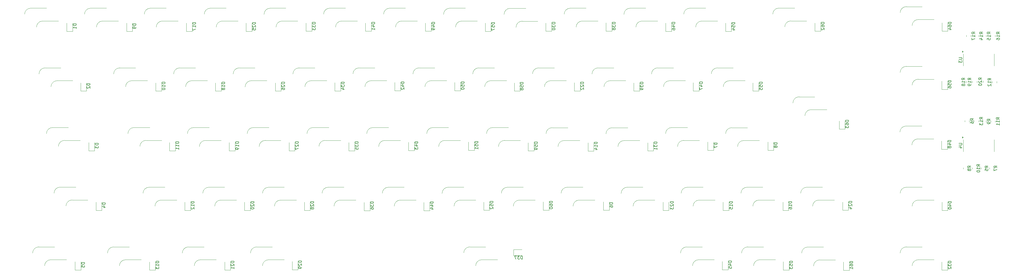
<source format=gbr>
%TF.GenerationSoftware,KiCad,Pcbnew,9.0.3*%
%TF.CreationDate,2025-09-09T09:23:44+09:00*%
%TF.ProjectId,Frekeys,4672656b-6579-4732-9e6b-696361645f70,rev?*%
%TF.SameCoordinates,Original*%
%TF.FileFunction,Legend,Bot*%
%TF.FilePolarity,Positive*%
%FSLAX46Y46*%
G04 Gerber Fmt 4.6, Leading zero omitted, Abs format (unit mm)*
G04 Created by KiCad (PCBNEW 9.0.3) date 2025-09-09 09:23:44*
%MOMM*%
%LPD*%
G01*
G04 APERTURE LIST*
%ADD10C,0.150000*%
%ADD11C,0.120000*%
G04 APERTURE END LIST*
D10*
X142969819Y-32263214D02*
X141969819Y-32263214D01*
X141969819Y-32263214D02*
X141969819Y-32501309D01*
X141969819Y-32501309D02*
X142017438Y-32644166D01*
X142017438Y-32644166D02*
X142112676Y-32739404D01*
X142112676Y-32739404D02*
X142207914Y-32787023D01*
X142207914Y-32787023D02*
X142398390Y-32834642D01*
X142398390Y-32834642D02*
X142541247Y-32834642D01*
X142541247Y-32834642D02*
X142731723Y-32787023D01*
X142731723Y-32787023D02*
X142826961Y-32739404D01*
X142826961Y-32739404D02*
X142922200Y-32644166D01*
X142922200Y-32644166D02*
X142969819Y-32501309D01*
X142969819Y-32501309D02*
X142969819Y-32263214D01*
X142303152Y-33691785D02*
X142969819Y-33691785D01*
X141922200Y-33453690D02*
X142636485Y-33215595D01*
X142636485Y-33215595D02*
X142636485Y-33834642D01*
X142969819Y-34739404D02*
X142969819Y-34167976D01*
X142969819Y-34453690D02*
X141969819Y-34453690D01*
X141969819Y-34453690D02*
X142112676Y-34358452D01*
X142112676Y-34358452D02*
X142207914Y-34263214D01*
X142207914Y-34263214D02*
X142255533Y-34167976D01*
X104049819Y-32325714D02*
X103049819Y-32325714D01*
X103049819Y-32325714D02*
X103049819Y-32563809D01*
X103049819Y-32563809D02*
X103097438Y-32706666D01*
X103097438Y-32706666D02*
X103192676Y-32801904D01*
X103192676Y-32801904D02*
X103287914Y-32849523D01*
X103287914Y-32849523D02*
X103478390Y-32897142D01*
X103478390Y-32897142D02*
X103621247Y-32897142D01*
X103621247Y-32897142D02*
X103811723Y-32849523D01*
X103811723Y-32849523D02*
X103906961Y-32801904D01*
X103906961Y-32801904D02*
X104002200Y-32706666D01*
X104002200Y-32706666D02*
X104049819Y-32563809D01*
X104049819Y-32563809D02*
X104049819Y-32325714D01*
X103145057Y-33278095D02*
X103097438Y-33325714D01*
X103097438Y-33325714D02*
X103049819Y-33420952D01*
X103049819Y-33420952D02*
X103049819Y-33659047D01*
X103049819Y-33659047D02*
X103097438Y-33754285D01*
X103097438Y-33754285D02*
X103145057Y-33801904D01*
X103145057Y-33801904D02*
X103240295Y-33849523D01*
X103240295Y-33849523D02*
X103335533Y-33849523D01*
X103335533Y-33849523D02*
X103478390Y-33801904D01*
X103478390Y-33801904D02*
X104049819Y-33230476D01*
X104049819Y-33230476D02*
X104049819Y-33849523D01*
X103049819Y-34754285D02*
X103049819Y-34278095D01*
X103049819Y-34278095D02*
X103526009Y-34230476D01*
X103526009Y-34230476D02*
X103478390Y-34278095D01*
X103478390Y-34278095D02*
X103430771Y-34373333D01*
X103430771Y-34373333D02*
X103430771Y-34611428D01*
X103430771Y-34611428D02*
X103478390Y-34706666D01*
X103478390Y-34706666D02*
X103526009Y-34754285D01*
X103526009Y-34754285D02*
X103621247Y-34801904D01*
X103621247Y-34801904D02*
X103859342Y-34801904D01*
X103859342Y-34801904D02*
X103954580Y-34754285D01*
X103954580Y-34754285D02*
X104002200Y-34706666D01*
X104002200Y-34706666D02*
X104049819Y-34611428D01*
X104049819Y-34611428D02*
X104049819Y-34373333D01*
X104049819Y-34373333D02*
X104002200Y-34278095D01*
X104002200Y-34278095D02*
X103954580Y-34230476D01*
X341299819Y-63887142D02*
X340823628Y-63553809D01*
X341299819Y-63315714D02*
X340299819Y-63315714D01*
X340299819Y-63315714D02*
X340299819Y-63696666D01*
X340299819Y-63696666D02*
X340347438Y-63791904D01*
X340347438Y-63791904D02*
X340395057Y-63839523D01*
X340395057Y-63839523D02*
X340490295Y-63887142D01*
X340490295Y-63887142D02*
X340633152Y-63887142D01*
X340633152Y-63887142D02*
X340728390Y-63839523D01*
X340728390Y-63839523D02*
X340776009Y-63791904D01*
X340776009Y-63791904D02*
X340823628Y-63696666D01*
X340823628Y-63696666D02*
X340823628Y-63315714D01*
X341299819Y-64839523D02*
X341299819Y-64268095D01*
X341299819Y-64553809D02*
X340299819Y-64553809D01*
X340299819Y-64553809D02*
X340442676Y-64458571D01*
X340442676Y-64458571D02*
X340537914Y-64363333D01*
X340537914Y-64363333D02*
X340585533Y-64268095D01*
X340299819Y-65172857D02*
X340299819Y-65791904D01*
X340299819Y-65791904D02*
X340680771Y-65458571D01*
X340680771Y-65458571D02*
X340680771Y-65601428D01*
X340680771Y-65601428D02*
X340728390Y-65696666D01*
X340728390Y-65696666D02*
X340776009Y-65744285D01*
X340776009Y-65744285D02*
X340871247Y-65791904D01*
X340871247Y-65791904D02*
X341109342Y-65791904D01*
X341109342Y-65791904D02*
X341204580Y-65744285D01*
X341204580Y-65744285D02*
X341252200Y-65696666D01*
X341252200Y-65696666D02*
X341299819Y-65601428D01*
X341299819Y-65601428D02*
X341299819Y-65315714D01*
X341299819Y-65315714D02*
X341252200Y-65220476D01*
X341252200Y-65220476D02*
X341204580Y-65172857D01*
X211129819Y-51795714D02*
X210129819Y-51795714D01*
X210129819Y-51795714D02*
X210129819Y-52033809D01*
X210129819Y-52033809D02*
X210177438Y-52176666D01*
X210177438Y-52176666D02*
X210272676Y-52271904D01*
X210272676Y-52271904D02*
X210367914Y-52319523D01*
X210367914Y-52319523D02*
X210558390Y-52367142D01*
X210558390Y-52367142D02*
X210701247Y-52367142D01*
X210701247Y-52367142D02*
X210891723Y-52319523D01*
X210891723Y-52319523D02*
X210986961Y-52271904D01*
X210986961Y-52271904D02*
X211082200Y-52176666D01*
X211082200Y-52176666D02*
X211129819Y-52033809D01*
X211129819Y-52033809D02*
X211129819Y-51795714D01*
X210225057Y-52748095D02*
X210177438Y-52795714D01*
X210177438Y-52795714D02*
X210129819Y-52890952D01*
X210129819Y-52890952D02*
X210129819Y-53129047D01*
X210129819Y-53129047D02*
X210177438Y-53224285D01*
X210177438Y-53224285D02*
X210225057Y-53271904D01*
X210225057Y-53271904D02*
X210320295Y-53319523D01*
X210320295Y-53319523D02*
X210415533Y-53319523D01*
X210415533Y-53319523D02*
X210558390Y-53271904D01*
X210558390Y-53271904D02*
X211129819Y-52700476D01*
X211129819Y-52700476D02*
X211129819Y-53319523D01*
X210225057Y-53700476D02*
X210177438Y-53748095D01*
X210177438Y-53748095D02*
X210129819Y-53843333D01*
X210129819Y-53843333D02*
X210129819Y-54081428D01*
X210129819Y-54081428D02*
X210177438Y-54176666D01*
X210177438Y-54176666D02*
X210225057Y-54224285D01*
X210225057Y-54224285D02*
X210320295Y-54271904D01*
X210320295Y-54271904D02*
X210415533Y-54271904D01*
X210415533Y-54271904D02*
X210558390Y-54224285D01*
X210558390Y-54224285D02*
X211129819Y-53652857D01*
X211129819Y-53652857D02*
X211129819Y-54271904D01*
X279304819Y-110285714D02*
X278304819Y-110285714D01*
X278304819Y-110285714D02*
X278304819Y-110523809D01*
X278304819Y-110523809D02*
X278352438Y-110666666D01*
X278352438Y-110666666D02*
X278447676Y-110761904D01*
X278447676Y-110761904D02*
X278542914Y-110809523D01*
X278542914Y-110809523D02*
X278733390Y-110857142D01*
X278733390Y-110857142D02*
X278876247Y-110857142D01*
X278876247Y-110857142D02*
X279066723Y-110809523D01*
X279066723Y-110809523D02*
X279161961Y-110761904D01*
X279161961Y-110761904D02*
X279257200Y-110666666D01*
X279257200Y-110666666D02*
X279304819Y-110523809D01*
X279304819Y-110523809D02*
X279304819Y-110285714D01*
X278304819Y-111761904D02*
X278304819Y-111285714D01*
X278304819Y-111285714D02*
X278781009Y-111238095D01*
X278781009Y-111238095D02*
X278733390Y-111285714D01*
X278733390Y-111285714D02*
X278685771Y-111380952D01*
X278685771Y-111380952D02*
X278685771Y-111619047D01*
X278685771Y-111619047D02*
X278733390Y-111714285D01*
X278733390Y-111714285D02*
X278781009Y-111761904D01*
X278781009Y-111761904D02*
X278876247Y-111809523D01*
X278876247Y-111809523D02*
X279114342Y-111809523D01*
X279114342Y-111809523D02*
X279209580Y-111761904D01*
X279209580Y-111761904D02*
X279257200Y-111714285D01*
X279257200Y-111714285D02*
X279304819Y-111619047D01*
X279304819Y-111619047D02*
X279304819Y-111380952D01*
X279304819Y-111380952D02*
X279257200Y-111285714D01*
X279257200Y-111285714D02*
X279209580Y-111238095D01*
X278304819Y-112142857D02*
X278304819Y-112761904D01*
X278304819Y-112761904D02*
X278685771Y-112428571D01*
X278685771Y-112428571D02*
X278685771Y-112571428D01*
X278685771Y-112571428D02*
X278733390Y-112666666D01*
X278733390Y-112666666D02*
X278781009Y-112714285D01*
X278781009Y-112714285D02*
X278876247Y-112761904D01*
X278876247Y-112761904D02*
X279114342Y-112761904D01*
X279114342Y-112761904D02*
X279209580Y-112714285D01*
X279209580Y-112714285D02*
X279257200Y-112666666D01*
X279257200Y-112666666D02*
X279304819Y-112571428D01*
X279304819Y-112571428D02*
X279304819Y-112285714D01*
X279304819Y-112285714D02*
X279257200Y-112190476D01*
X279257200Y-112190476D02*
X279209580Y-112142857D01*
X343049819Y-79775833D02*
X342573628Y-79442500D01*
X343049819Y-79204405D02*
X342049819Y-79204405D01*
X342049819Y-79204405D02*
X342049819Y-79585357D01*
X342049819Y-79585357D02*
X342097438Y-79680595D01*
X342097438Y-79680595D02*
X342145057Y-79728214D01*
X342145057Y-79728214D02*
X342240295Y-79775833D01*
X342240295Y-79775833D02*
X342383152Y-79775833D01*
X342383152Y-79775833D02*
X342478390Y-79728214D01*
X342478390Y-79728214D02*
X342526009Y-79680595D01*
X342526009Y-79680595D02*
X342573628Y-79585357D01*
X342573628Y-79585357D02*
X342573628Y-79204405D01*
X342049819Y-80680595D02*
X342049819Y-80204405D01*
X342049819Y-80204405D02*
X342526009Y-80156786D01*
X342526009Y-80156786D02*
X342478390Y-80204405D01*
X342478390Y-80204405D02*
X342430771Y-80299643D01*
X342430771Y-80299643D02*
X342430771Y-80537738D01*
X342430771Y-80537738D02*
X342478390Y-80632976D01*
X342478390Y-80632976D02*
X342526009Y-80680595D01*
X342526009Y-80680595D02*
X342621247Y-80728214D01*
X342621247Y-80728214D02*
X342859342Y-80728214D01*
X342859342Y-80728214D02*
X342954580Y-80680595D01*
X342954580Y-80680595D02*
X343002200Y-80632976D01*
X343002200Y-80632976D02*
X343049819Y-80537738D01*
X343049819Y-80537738D02*
X343049819Y-80299643D01*
X343049819Y-80299643D02*
X343002200Y-80204405D01*
X343002200Y-80204405D02*
X342954580Y-80156786D01*
X343799819Y-36082142D02*
X343323628Y-35748809D01*
X343799819Y-35510714D02*
X342799819Y-35510714D01*
X342799819Y-35510714D02*
X342799819Y-35891666D01*
X342799819Y-35891666D02*
X342847438Y-35986904D01*
X342847438Y-35986904D02*
X342895057Y-36034523D01*
X342895057Y-36034523D02*
X342990295Y-36082142D01*
X342990295Y-36082142D02*
X343133152Y-36082142D01*
X343133152Y-36082142D02*
X343228390Y-36034523D01*
X343228390Y-36034523D02*
X343276009Y-35986904D01*
X343276009Y-35986904D02*
X343323628Y-35891666D01*
X343323628Y-35891666D02*
X343323628Y-35510714D01*
X343799819Y-37034523D02*
X343799819Y-36463095D01*
X343799819Y-36748809D02*
X342799819Y-36748809D01*
X342799819Y-36748809D02*
X342942676Y-36653571D01*
X342942676Y-36653571D02*
X343037914Y-36558333D01*
X343037914Y-36558333D02*
X343085533Y-36463095D01*
X342799819Y-37939285D02*
X342799819Y-37463095D01*
X342799819Y-37463095D02*
X343276009Y-37415476D01*
X343276009Y-37415476D02*
X343228390Y-37463095D01*
X343228390Y-37463095D02*
X343180771Y-37558333D01*
X343180771Y-37558333D02*
X343180771Y-37796428D01*
X343180771Y-37796428D02*
X343228390Y-37891666D01*
X343228390Y-37891666D02*
X343276009Y-37939285D01*
X343276009Y-37939285D02*
X343371247Y-37986904D01*
X343371247Y-37986904D02*
X343609342Y-37986904D01*
X343609342Y-37986904D02*
X343704580Y-37939285D01*
X343704580Y-37939285D02*
X343752200Y-37891666D01*
X343752200Y-37891666D02*
X343799819Y-37796428D01*
X343799819Y-37796428D02*
X343799819Y-37558333D01*
X343799819Y-37558333D02*
X343752200Y-37463095D01*
X343752200Y-37463095D02*
X343704580Y-37415476D01*
X48264819Y-110774405D02*
X47264819Y-110774405D01*
X47264819Y-110774405D02*
X47264819Y-111012500D01*
X47264819Y-111012500D02*
X47312438Y-111155357D01*
X47312438Y-111155357D02*
X47407676Y-111250595D01*
X47407676Y-111250595D02*
X47502914Y-111298214D01*
X47502914Y-111298214D02*
X47693390Y-111345833D01*
X47693390Y-111345833D02*
X47836247Y-111345833D01*
X47836247Y-111345833D02*
X48026723Y-111298214D01*
X48026723Y-111298214D02*
X48121961Y-111250595D01*
X48121961Y-111250595D02*
X48217200Y-111155357D01*
X48217200Y-111155357D02*
X48264819Y-111012500D01*
X48264819Y-111012500D02*
X48264819Y-110774405D01*
X47264819Y-112250595D02*
X47264819Y-111774405D01*
X47264819Y-111774405D02*
X47741009Y-111726786D01*
X47741009Y-111726786D02*
X47693390Y-111774405D01*
X47693390Y-111774405D02*
X47645771Y-111869643D01*
X47645771Y-111869643D02*
X47645771Y-112107738D01*
X47645771Y-112107738D02*
X47693390Y-112202976D01*
X47693390Y-112202976D02*
X47741009Y-112250595D01*
X47741009Y-112250595D02*
X47836247Y-112298214D01*
X47836247Y-112298214D02*
X48074342Y-112298214D01*
X48074342Y-112298214D02*
X48169580Y-112250595D01*
X48169580Y-112250595D02*
X48217200Y-112202976D01*
X48217200Y-112202976D02*
X48264819Y-112107738D01*
X48264819Y-112107738D02*
X48264819Y-111869643D01*
X48264819Y-111869643D02*
X48217200Y-111774405D01*
X48217200Y-111774405D02*
X48169580Y-111726786D01*
X337449819Y-79775833D02*
X336973628Y-79442500D01*
X337449819Y-79204405D02*
X336449819Y-79204405D01*
X336449819Y-79204405D02*
X336449819Y-79585357D01*
X336449819Y-79585357D02*
X336497438Y-79680595D01*
X336497438Y-79680595D02*
X336545057Y-79728214D01*
X336545057Y-79728214D02*
X336640295Y-79775833D01*
X336640295Y-79775833D02*
X336783152Y-79775833D01*
X336783152Y-79775833D02*
X336878390Y-79728214D01*
X336878390Y-79728214D02*
X336926009Y-79680595D01*
X336926009Y-79680595D02*
X336973628Y-79585357D01*
X336973628Y-79585357D02*
X336973628Y-79204405D01*
X336878390Y-80347262D02*
X336830771Y-80252024D01*
X336830771Y-80252024D02*
X336783152Y-80204405D01*
X336783152Y-80204405D02*
X336687914Y-80156786D01*
X336687914Y-80156786D02*
X336640295Y-80156786D01*
X336640295Y-80156786D02*
X336545057Y-80204405D01*
X336545057Y-80204405D02*
X336497438Y-80252024D01*
X336497438Y-80252024D02*
X336449819Y-80347262D01*
X336449819Y-80347262D02*
X336449819Y-80537738D01*
X336449819Y-80537738D02*
X336497438Y-80632976D01*
X336497438Y-80632976D02*
X336545057Y-80680595D01*
X336545057Y-80680595D02*
X336640295Y-80728214D01*
X336640295Y-80728214D02*
X336687914Y-80728214D01*
X336687914Y-80728214D02*
X336783152Y-80680595D01*
X336783152Y-80680595D02*
X336830771Y-80632976D01*
X336830771Y-80632976D02*
X336878390Y-80537738D01*
X336878390Y-80537738D02*
X336878390Y-80347262D01*
X336878390Y-80347262D02*
X336926009Y-80252024D01*
X336926009Y-80252024D02*
X336973628Y-80204405D01*
X336973628Y-80204405D02*
X337068866Y-80156786D01*
X337068866Y-80156786D02*
X337259342Y-80156786D01*
X337259342Y-80156786D02*
X337354580Y-80204405D01*
X337354580Y-80204405D02*
X337402200Y-80252024D01*
X337402200Y-80252024D02*
X337449819Y-80347262D01*
X337449819Y-80347262D02*
X337449819Y-80537738D01*
X337449819Y-80537738D02*
X337402200Y-80632976D01*
X337402200Y-80632976D02*
X337354580Y-80680595D01*
X337354580Y-80680595D02*
X337259342Y-80728214D01*
X337259342Y-80728214D02*
X337068866Y-80728214D01*
X337068866Y-80728214D02*
X336973628Y-80680595D01*
X336973628Y-80680595D02*
X336926009Y-80632976D01*
X336926009Y-80632976D02*
X336878390Y-80537738D01*
X335499819Y-51082142D02*
X335023628Y-50748809D01*
X335499819Y-50510714D02*
X334499819Y-50510714D01*
X334499819Y-50510714D02*
X334499819Y-50891666D01*
X334499819Y-50891666D02*
X334547438Y-50986904D01*
X334547438Y-50986904D02*
X334595057Y-51034523D01*
X334595057Y-51034523D02*
X334690295Y-51082142D01*
X334690295Y-51082142D02*
X334833152Y-51082142D01*
X334833152Y-51082142D02*
X334928390Y-51034523D01*
X334928390Y-51034523D02*
X334976009Y-50986904D01*
X334976009Y-50986904D02*
X335023628Y-50891666D01*
X335023628Y-50891666D02*
X335023628Y-50510714D01*
X335499819Y-52034523D02*
X335499819Y-51463095D01*
X335499819Y-51748809D02*
X334499819Y-51748809D01*
X334499819Y-51748809D02*
X334642676Y-51653571D01*
X334642676Y-51653571D02*
X334737914Y-51558333D01*
X334737914Y-51558333D02*
X334785533Y-51463095D01*
X334928390Y-52605952D02*
X334880771Y-52510714D01*
X334880771Y-52510714D02*
X334833152Y-52463095D01*
X334833152Y-52463095D02*
X334737914Y-52415476D01*
X334737914Y-52415476D02*
X334690295Y-52415476D01*
X334690295Y-52415476D02*
X334595057Y-52463095D01*
X334595057Y-52463095D02*
X334547438Y-52510714D01*
X334547438Y-52510714D02*
X334499819Y-52605952D01*
X334499819Y-52605952D02*
X334499819Y-52796428D01*
X334499819Y-52796428D02*
X334547438Y-52891666D01*
X334547438Y-52891666D02*
X334595057Y-52939285D01*
X334595057Y-52939285D02*
X334690295Y-52986904D01*
X334690295Y-52986904D02*
X334737914Y-52986904D01*
X334737914Y-52986904D02*
X334833152Y-52939285D01*
X334833152Y-52939285D02*
X334880771Y-52891666D01*
X334880771Y-52891666D02*
X334928390Y-52796428D01*
X334928390Y-52796428D02*
X334928390Y-52605952D01*
X334928390Y-52605952D02*
X334976009Y-52510714D01*
X334976009Y-52510714D02*
X335023628Y-52463095D01*
X335023628Y-52463095D02*
X335118866Y-52415476D01*
X335118866Y-52415476D02*
X335309342Y-52415476D01*
X335309342Y-52415476D02*
X335404580Y-52463095D01*
X335404580Y-52463095D02*
X335452200Y-52510714D01*
X335452200Y-52510714D02*
X335499819Y-52605952D01*
X335499819Y-52605952D02*
X335499819Y-52796428D01*
X335499819Y-52796428D02*
X335452200Y-52891666D01*
X335452200Y-52891666D02*
X335404580Y-52939285D01*
X335404580Y-52939285D02*
X335309342Y-52986904D01*
X335309342Y-52986904D02*
X335118866Y-52986904D01*
X335118866Y-52986904D02*
X335023628Y-52939285D01*
X335023628Y-52939285D02*
X334976009Y-52891666D01*
X334976009Y-52891666D02*
X334928390Y-52796428D01*
X260469819Y-32325714D02*
X259469819Y-32325714D01*
X259469819Y-32325714D02*
X259469819Y-32563809D01*
X259469819Y-32563809D02*
X259517438Y-32706666D01*
X259517438Y-32706666D02*
X259612676Y-32801904D01*
X259612676Y-32801904D02*
X259707914Y-32849523D01*
X259707914Y-32849523D02*
X259898390Y-32897142D01*
X259898390Y-32897142D02*
X260041247Y-32897142D01*
X260041247Y-32897142D02*
X260231723Y-32849523D01*
X260231723Y-32849523D02*
X260326961Y-32801904D01*
X260326961Y-32801904D02*
X260422200Y-32706666D01*
X260422200Y-32706666D02*
X260469819Y-32563809D01*
X260469819Y-32563809D02*
X260469819Y-32325714D01*
X259469819Y-33801904D02*
X259469819Y-33325714D01*
X259469819Y-33325714D02*
X259946009Y-33278095D01*
X259946009Y-33278095D02*
X259898390Y-33325714D01*
X259898390Y-33325714D02*
X259850771Y-33420952D01*
X259850771Y-33420952D02*
X259850771Y-33659047D01*
X259850771Y-33659047D02*
X259898390Y-33754285D01*
X259898390Y-33754285D02*
X259946009Y-33801904D01*
X259946009Y-33801904D02*
X260041247Y-33849523D01*
X260041247Y-33849523D02*
X260279342Y-33849523D01*
X260279342Y-33849523D02*
X260374580Y-33801904D01*
X260374580Y-33801904D02*
X260422200Y-33754285D01*
X260422200Y-33754285D02*
X260469819Y-33659047D01*
X260469819Y-33659047D02*
X260469819Y-33420952D01*
X260469819Y-33420952D02*
X260422200Y-33325714D01*
X260422200Y-33325714D02*
X260374580Y-33278095D01*
X259803152Y-34706666D02*
X260469819Y-34706666D01*
X259422200Y-34468571D02*
X260136485Y-34230476D01*
X260136485Y-34230476D02*
X260136485Y-34849523D01*
X249914819Y-51763214D02*
X248914819Y-51763214D01*
X248914819Y-51763214D02*
X248914819Y-52001309D01*
X248914819Y-52001309D02*
X248962438Y-52144166D01*
X248962438Y-52144166D02*
X249057676Y-52239404D01*
X249057676Y-52239404D02*
X249152914Y-52287023D01*
X249152914Y-52287023D02*
X249343390Y-52334642D01*
X249343390Y-52334642D02*
X249486247Y-52334642D01*
X249486247Y-52334642D02*
X249676723Y-52287023D01*
X249676723Y-52287023D02*
X249771961Y-52239404D01*
X249771961Y-52239404D02*
X249867200Y-52144166D01*
X249867200Y-52144166D02*
X249914819Y-52001309D01*
X249914819Y-52001309D02*
X249914819Y-51763214D01*
X249248152Y-53191785D02*
X249914819Y-53191785D01*
X248867200Y-52953690D02*
X249581485Y-52715595D01*
X249581485Y-52715595D02*
X249581485Y-53334642D01*
X248914819Y-53620357D02*
X248914819Y-54287023D01*
X248914819Y-54287023D02*
X249914819Y-53858452D01*
X331074819Y-32223214D02*
X330074819Y-32223214D01*
X330074819Y-32223214D02*
X330074819Y-32461309D01*
X330074819Y-32461309D02*
X330122438Y-32604166D01*
X330122438Y-32604166D02*
X330217676Y-32699404D01*
X330217676Y-32699404D02*
X330312914Y-32747023D01*
X330312914Y-32747023D02*
X330503390Y-32794642D01*
X330503390Y-32794642D02*
X330646247Y-32794642D01*
X330646247Y-32794642D02*
X330836723Y-32747023D01*
X330836723Y-32747023D02*
X330931961Y-32699404D01*
X330931961Y-32699404D02*
X331027200Y-32604166D01*
X331027200Y-32604166D02*
X331074819Y-32461309D01*
X331074819Y-32461309D02*
X331074819Y-32223214D01*
X330074819Y-33651785D02*
X330074819Y-33461309D01*
X330074819Y-33461309D02*
X330122438Y-33366071D01*
X330122438Y-33366071D02*
X330170057Y-33318452D01*
X330170057Y-33318452D02*
X330312914Y-33223214D01*
X330312914Y-33223214D02*
X330503390Y-33175595D01*
X330503390Y-33175595D02*
X330884342Y-33175595D01*
X330884342Y-33175595D02*
X330979580Y-33223214D01*
X330979580Y-33223214D02*
X331027200Y-33270833D01*
X331027200Y-33270833D02*
X331074819Y-33366071D01*
X331074819Y-33366071D02*
X331074819Y-33556547D01*
X331074819Y-33556547D02*
X331027200Y-33651785D01*
X331027200Y-33651785D02*
X330979580Y-33699404D01*
X330979580Y-33699404D02*
X330884342Y-33747023D01*
X330884342Y-33747023D02*
X330646247Y-33747023D01*
X330646247Y-33747023D02*
X330551009Y-33699404D01*
X330551009Y-33699404D02*
X330503390Y-33651785D01*
X330503390Y-33651785D02*
X330455771Y-33556547D01*
X330455771Y-33556547D02*
X330455771Y-33366071D01*
X330455771Y-33366071D02*
X330503390Y-33270833D01*
X330503390Y-33270833D02*
X330551009Y-33223214D01*
X330551009Y-33223214D02*
X330646247Y-33175595D01*
X330408152Y-34604166D02*
X331074819Y-34604166D01*
X330027200Y-34366071D02*
X330741485Y-34127976D01*
X330741485Y-34127976D02*
X330741485Y-34747023D01*
X157034819Y-71245714D02*
X156034819Y-71245714D01*
X156034819Y-71245714D02*
X156034819Y-71483809D01*
X156034819Y-71483809D02*
X156082438Y-71626666D01*
X156082438Y-71626666D02*
X156177676Y-71721904D01*
X156177676Y-71721904D02*
X156272914Y-71769523D01*
X156272914Y-71769523D02*
X156463390Y-71817142D01*
X156463390Y-71817142D02*
X156606247Y-71817142D01*
X156606247Y-71817142D02*
X156796723Y-71769523D01*
X156796723Y-71769523D02*
X156891961Y-71721904D01*
X156891961Y-71721904D02*
X156987200Y-71626666D01*
X156987200Y-71626666D02*
X157034819Y-71483809D01*
X157034819Y-71483809D02*
X157034819Y-71245714D01*
X156368152Y-72674285D02*
X157034819Y-72674285D01*
X155987200Y-72436190D02*
X156701485Y-72198095D01*
X156701485Y-72198095D02*
X156701485Y-72817142D01*
X156034819Y-73102857D02*
X156034819Y-73721904D01*
X156034819Y-73721904D02*
X156415771Y-73388571D01*
X156415771Y-73388571D02*
X156415771Y-73531428D01*
X156415771Y-73531428D02*
X156463390Y-73626666D01*
X156463390Y-73626666D02*
X156511009Y-73674285D01*
X156511009Y-73674285D02*
X156606247Y-73721904D01*
X156606247Y-73721904D02*
X156844342Y-73721904D01*
X156844342Y-73721904D02*
X156939580Y-73674285D01*
X156939580Y-73674285D02*
X156987200Y-73626666D01*
X156987200Y-73626666D02*
X157034819Y-73531428D01*
X157034819Y-73531428D02*
X157034819Y-73245714D01*
X157034819Y-73245714D02*
X156987200Y-73150476D01*
X156987200Y-73150476D02*
X156939580Y-73102857D01*
X274269819Y-71664405D02*
X273269819Y-71664405D01*
X273269819Y-71664405D02*
X273269819Y-71902500D01*
X273269819Y-71902500D02*
X273317438Y-72045357D01*
X273317438Y-72045357D02*
X273412676Y-72140595D01*
X273412676Y-72140595D02*
X273507914Y-72188214D01*
X273507914Y-72188214D02*
X273698390Y-72235833D01*
X273698390Y-72235833D02*
X273841247Y-72235833D01*
X273841247Y-72235833D02*
X274031723Y-72188214D01*
X274031723Y-72188214D02*
X274126961Y-72140595D01*
X274126961Y-72140595D02*
X274222200Y-72045357D01*
X274222200Y-72045357D02*
X274269819Y-71902500D01*
X274269819Y-71902500D02*
X274269819Y-71664405D01*
X273698390Y-72807262D02*
X273650771Y-72712024D01*
X273650771Y-72712024D02*
X273603152Y-72664405D01*
X273603152Y-72664405D02*
X273507914Y-72616786D01*
X273507914Y-72616786D02*
X273460295Y-72616786D01*
X273460295Y-72616786D02*
X273365057Y-72664405D01*
X273365057Y-72664405D02*
X273317438Y-72712024D01*
X273317438Y-72712024D02*
X273269819Y-72807262D01*
X273269819Y-72807262D02*
X273269819Y-72997738D01*
X273269819Y-72997738D02*
X273317438Y-73092976D01*
X273317438Y-73092976D02*
X273365057Y-73140595D01*
X273365057Y-73140595D02*
X273460295Y-73188214D01*
X273460295Y-73188214D02*
X273507914Y-73188214D01*
X273507914Y-73188214D02*
X273603152Y-73140595D01*
X273603152Y-73140595D02*
X273650771Y-73092976D01*
X273650771Y-73092976D02*
X273698390Y-72997738D01*
X273698390Y-72997738D02*
X273698390Y-72807262D01*
X273698390Y-72807262D02*
X273746009Y-72712024D01*
X273746009Y-72712024D02*
X273793628Y-72664405D01*
X273793628Y-72664405D02*
X273888866Y-72616786D01*
X273888866Y-72616786D02*
X274079342Y-72616786D01*
X274079342Y-72616786D02*
X274174580Y-72664405D01*
X274174580Y-72664405D02*
X274222200Y-72712024D01*
X274222200Y-72712024D02*
X274269819Y-72807262D01*
X274269819Y-72807262D02*
X274269819Y-72997738D01*
X274269819Y-72997738D02*
X274222200Y-73092976D01*
X274222200Y-73092976D02*
X274174580Y-73140595D01*
X274174580Y-73140595D02*
X274079342Y-73188214D01*
X274079342Y-73188214D02*
X273888866Y-73188214D01*
X273888866Y-73188214D02*
X273793628Y-73140595D01*
X273793628Y-73140595D02*
X273746009Y-73092976D01*
X273746009Y-73092976D02*
X273698390Y-72997738D01*
X341299819Y-36082142D02*
X340823628Y-35748809D01*
X341299819Y-35510714D02*
X340299819Y-35510714D01*
X340299819Y-35510714D02*
X340299819Y-35891666D01*
X340299819Y-35891666D02*
X340347438Y-35986904D01*
X340347438Y-35986904D02*
X340395057Y-36034523D01*
X340395057Y-36034523D02*
X340490295Y-36082142D01*
X340490295Y-36082142D02*
X340633152Y-36082142D01*
X340633152Y-36082142D02*
X340728390Y-36034523D01*
X340728390Y-36034523D02*
X340776009Y-35986904D01*
X340776009Y-35986904D02*
X340823628Y-35891666D01*
X340823628Y-35891666D02*
X340823628Y-35510714D01*
X341299819Y-37034523D02*
X341299819Y-36463095D01*
X341299819Y-36748809D02*
X340299819Y-36748809D01*
X340299819Y-36748809D02*
X340442676Y-36653571D01*
X340442676Y-36653571D02*
X340537914Y-36558333D01*
X340537914Y-36558333D02*
X340585533Y-36463095D01*
X340633152Y-37891666D02*
X341299819Y-37891666D01*
X340252200Y-37653571D02*
X340966485Y-37415476D01*
X340966485Y-37415476D02*
X340966485Y-38034523D01*
X142549819Y-90888214D02*
X141549819Y-90888214D01*
X141549819Y-90888214D02*
X141549819Y-91126309D01*
X141549819Y-91126309D02*
X141597438Y-91269166D01*
X141597438Y-91269166D02*
X141692676Y-91364404D01*
X141692676Y-91364404D02*
X141787914Y-91412023D01*
X141787914Y-91412023D02*
X141978390Y-91459642D01*
X141978390Y-91459642D02*
X142121247Y-91459642D01*
X142121247Y-91459642D02*
X142311723Y-91412023D01*
X142311723Y-91412023D02*
X142406961Y-91364404D01*
X142406961Y-91364404D02*
X142502200Y-91269166D01*
X142502200Y-91269166D02*
X142549819Y-91126309D01*
X142549819Y-91126309D02*
X142549819Y-90888214D01*
X141549819Y-91792976D02*
X141549819Y-92412023D01*
X141549819Y-92412023D02*
X141930771Y-92078690D01*
X141930771Y-92078690D02*
X141930771Y-92221547D01*
X141930771Y-92221547D02*
X141978390Y-92316785D01*
X141978390Y-92316785D02*
X142026009Y-92364404D01*
X142026009Y-92364404D02*
X142121247Y-92412023D01*
X142121247Y-92412023D02*
X142359342Y-92412023D01*
X142359342Y-92412023D02*
X142454580Y-92364404D01*
X142454580Y-92364404D02*
X142502200Y-92316785D01*
X142502200Y-92316785D02*
X142549819Y-92221547D01*
X142549819Y-92221547D02*
X142549819Y-91935833D01*
X142549819Y-91935833D02*
X142502200Y-91840595D01*
X142502200Y-91840595D02*
X142454580Y-91792976D01*
X141549819Y-93269166D02*
X141549819Y-93078690D01*
X141549819Y-93078690D02*
X141597438Y-92983452D01*
X141597438Y-92983452D02*
X141645057Y-92935833D01*
X141645057Y-92935833D02*
X141787914Y-92840595D01*
X141787914Y-92840595D02*
X141978390Y-92792976D01*
X141978390Y-92792976D02*
X142359342Y-92792976D01*
X142359342Y-92792976D02*
X142454580Y-92840595D01*
X142454580Y-92840595D02*
X142502200Y-92888214D01*
X142502200Y-92888214D02*
X142549819Y-92983452D01*
X142549819Y-92983452D02*
X142549819Y-93173928D01*
X142549819Y-93173928D02*
X142502200Y-93269166D01*
X142502200Y-93269166D02*
X142454580Y-93316785D01*
X142454580Y-93316785D02*
X142359342Y-93364404D01*
X142359342Y-93364404D02*
X142121247Y-93364404D01*
X142121247Y-93364404D02*
X142026009Y-93316785D01*
X142026009Y-93316785D02*
X141978390Y-93269166D01*
X141978390Y-93269166D02*
X141930771Y-93173928D01*
X141930771Y-93173928D02*
X141930771Y-92983452D01*
X141930771Y-92983452D02*
X141978390Y-92888214D01*
X141978390Y-92888214D02*
X142026009Y-92840595D01*
X142026009Y-92840595D02*
X142121247Y-92792976D01*
X84549819Y-32325714D02*
X83549819Y-32325714D01*
X83549819Y-32325714D02*
X83549819Y-32563809D01*
X83549819Y-32563809D02*
X83597438Y-32706666D01*
X83597438Y-32706666D02*
X83692676Y-32801904D01*
X83692676Y-32801904D02*
X83787914Y-32849523D01*
X83787914Y-32849523D02*
X83978390Y-32897142D01*
X83978390Y-32897142D02*
X84121247Y-32897142D01*
X84121247Y-32897142D02*
X84311723Y-32849523D01*
X84311723Y-32849523D02*
X84406961Y-32801904D01*
X84406961Y-32801904D02*
X84502200Y-32706666D01*
X84502200Y-32706666D02*
X84549819Y-32563809D01*
X84549819Y-32563809D02*
X84549819Y-32325714D01*
X84549819Y-33849523D02*
X84549819Y-33278095D01*
X84549819Y-33563809D02*
X83549819Y-33563809D01*
X83549819Y-33563809D02*
X83692676Y-33468571D01*
X83692676Y-33468571D02*
X83787914Y-33373333D01*
X83787914Y-33373333D02*
X83835533Y-33278095D01*
X83549819Y-34182857D02*
X83549819Y-34849523D01*
X83549819Y-34849523D02*
X84549819Y-34420952D01*
X230534819Y-51825714D02*
X229534819Y-51825714D01*
X229534819Y-51825714D02*
X229534819Y-52063809D01*
X229534819Y-52063809D02*
X229582438Y-52206666D01*
X229582438Y-52206666D02*
X229677676Y-52301904D01*
X229677676Y-52301904D02*
X229772914Y-52349523D01*
X229772914Y-52349523D02*
X229963390Y-52397142D01*
X229963390Y-52397142D02*
X230106247Y-52397142D01*
X230106247Y-52397142D02*
X230296723Y-52349523D01*
X230296723Y-52349523D02*
X230391961Y-52301904D01*
X230391961Y-52301904D02*
X230487200Y-52206666D01*
X230487200Y-52206666D02*
X230534819Y-52063809D01*
X230534819Y-52063809D02*
X230534819Y-51825714D01*
X229534819Y-52730476D02*
X229534819Y-53349523D01*
X229534819Y-53349523D02*
X229915771Y-53016190D01*
X229915771Y-53016190D02*
X229915771Y-53159047D01*
X229915771Y-53159047D02*
X229963390Y-53254285D01*
X229963390Y-53254285D02*
X230011009Y-53301904D01*
X230011009Y-53301904D02*
X230106247Y-53349523D01*
X230106247Y-53349523D02*
X230344342Y-53349523D01*
X230344342Y-53349523D02*
X230439580Y-53301904D01*
X230439580Y-53301904D02*
X230487200Y-53254285D01*
X230487200Y-53254285D02*
X230534819Y-53159047D01*
X230534819Y-53159047D02*
X230534819Y-52873333D01*
X230534819Y-52873333D02*
X230487200Y-52778095D01*
X230487200Y-52778095D02*
X230439580Y-52730476D01*
X230534819Y-53825714D02*
X230534819Y-54016190D01*
X230534819Y-54016190D02*
X230487200Y-54111428D01*
X230487200Y-54111428D02*
X230439580Y-54159047D01*
X230439580Y-54159047D02*
X230296723Y-54254285D01*
X230296723Y-54254285D02*
X230106247Y-54301904D01*
X230106247Y-54301904D02*
X229725295Y-54301904D01*
X229725295Y-54301904D02*
X229630057Y-54254285D01*
X229630057Y-54254285D02*
X229582438Y-54206666D01*
X229582438Y-54206666D02*
X229534819Y-54111428D01*
X229534819Y-54111428D02*
X229534819Y-53920952D01*
X229534819Y-53920952D02*
X229582438Y-53825714D01*
X229582438Y-53825714D02*
X229630057Y-53778095D01*
X229630057Y-53778095D02*
X229725295Y-53730476D01*
X229725295Y-53730476D02*
X229963390Y-53730476D01*
X229963390Y-53730476D02*
X230058628Y-53778095D01*
X230058628Y-53778095D02*
X230106247Y-53825714D01*
X230106247Y-53825714D02*
X230153866Y-53920952D01*
X230153866Y-53920952D02*
X230153866Y-54111428D01*
X230153866Y-54111428D02*
X230106247Y-54206666D01*
X230106247Y-54206666D02*
X230058628Y-54254285D01*
X230058628Y-54254285D02*
X229963390Y-54301904D01*
X97049819Y-110325714D02*
X96049819Y-110325714D01*
X96049819Y-110325714D02*
X96049819Y-110563809D01*
X96049819Y-110563809D02*
X96097438Y-110706666D01*
X96097438Y-110706666D02*
X96192676Y-110801904D01*
X96192676Y-110801904D02*
X96287914Y-110849523D01*
X96287914Y-110849523D02*
X96478390Y-110897142D01*
X96478390Y-110897142D02*
X96621247Y-110897142D01*
X96621247Y-110897142D02*
X96811723Y-110849523D01*
X96811723Y-110849523D02*
X96906961Y-110801904D01*
X96906961Y-110801904D02*
X97002200Y-110706666D01*
X97002200Y-110706666D02*
X97049819Y-110563809D01*
X97049819Y-110563809D02*
X97049819Y-110325714D01*
X96145057Y-111278095D02*
X96097438Y-111325714D01*
X96097438Y-111325714D02*
X96049819Y-111420952D01*
X96049819Y-111420952D02*
X96049819Y-111659047D01*
X96049819Y-111659047D02*
X96097438Y-111754285D01*
X96097438Y-111754285D02*
X96145057Y-111801904D01*
X96145057Y-111801904D02*
X96240295Y-111849523D01*
X96240295Y-111849523D02*
X96335533Y-111849523D01*
X96335533Y-111849523D02*
X96478390Y-111801904D01*
X96478390Y-111801904D02*
X97049819Y-111230476D01*
X97049819Y-111230476D02*
X97049819Y-111849523D01*
X97049819Y-112801904D02*
X97049819Y-112230476D01*
X97049819Y-112516190D02*
X96049819Y-112516190D01*
X96049819Y-112516190D02*
X96192676Y-112420952D01*
X96192676Y-112420952D02*
X96287914Y-112325714D01*
X96287914Y-112325714D02*
X96335533Y-112230476D01*
X200954819Y-90723214D02*
X199954819Y-90723214D01*
X199954819Y-90723214D02*
X199954819Y-90961309D01*
X199954819Y-90961309D02*
X200002438Y-91104166D01*
X200002438Y-91104166D02*
X200097676Y-91199404D01*
X200097676Y-91199404D02*
X200192914Y-91247023D01*
X200192914Y-91247023D02*
X200383390Y-91294642D01*
X200383390Y-91294642D02*
X200526247Y-91294642D01*
X200526247Y-91294642D02*
X200716723Y-91247023D01*
X200716723Y-91247023D02*
X200811961Y-91199404D01*
X200811961Y-91199404D02*
X200907200Y-91104166D01*
X200907200Y-91104166D02*
X200954819Y-90961309D01*
X200954819Y-90961309D02*
X200954819Y-90723214D01*
X199954819Y-92151785D02*
X199954819Y-91961309D01*
X199954819Y-91961309D02*
X200002438Y-91866071D01*
X200002438Y-91866071D02*
X200050057Y-91818452D01*
X200050057Y-91818452D02*
X200192914Y-91723214D01*
X200192914Y-91723214D02*
X200383390Y-91675595D01*
X200383390Y-91675595D02*
X200764342Y-91675595D01*
X200764342Y-91675595D02*
X200859580Y-91723214D01*
X200859580Y-91723214D02*
X200907200Y-91770833D01*
X200907200Y-91770833D02*
X200954819Y-91866071D01*
X200954819Y-91866071D02*
X200954819Y-92056547D01*
X200954819Y-92056547D02*
X200907200Y-92151785D01*
X200907200Y-92151785D02*
X200859580Y-92199404D01*
X200859580Y-92199404D02*
X200764342Y-92247023D01*
X200764342Y-92247023D02*
X200526247Y-92247023D01*
X200526247Y-92247023D02*
X200431009Y-92199404D01*
X200431009Y-92199404D02*
X200383390Y-92151785D01*
X200383390Y-92151785D02*
X200335771Y-92056547D01*
X200335771Y-92056547D02*
X200335771Y-91866071D01*
X200335771Y-91866071D02*
X200383390Y-91770833D01*
X200383390Y-91770833D02*
X200431009Y-91723214D01*
X200431009Y-91723214D02*
X200526247Y-91675595D01*
X199954819Y-92866071D02*
X199954819Y-92961309D01*
X199954819Y-92961309D02*
X200002438Y-93056547D01*
X200002438Y-93056547D02*
X200050057Y-93104166D01*
X200050057Y-93104166D02*
X200145295Y-93151785D01*
X200145295Y-93151785D02*
X200335771Y-93199404D01*
X200335771Y-93199404D02*
X200573866Y-93199404D01*
X200573866Y-93199404D02*
X200764342Y-93151785D01*
X200764342Y-93151785D02*
X200859580Y-93104166D01*
X200859580Y-93104166D02*
X200907200Y-93056547D01*
X200907200Y-93056547D02*
X200954819Y-92961309D01*
X200954819Y-92961309D02*
X200954819Y-92866071D01*
X200954819Y-92866071D02*
X200907200Y-92770833D01*
X200907200Y-92770833D02*
X200859580Y-92723214D01*
X200859580Y-92723214D02*
X200764342Y-92675595D01*
X200764342Y-92675595D02*
X200573866Y-92627976D01*
X200573866Y-92627976D02*
X200335771Y-92627976D01*
X200335771Y-92627976D02*
X200145295Y-92675595D01*
X200145295Y-92675595D02*
X200050057Y-92723214D01*
X200050057Y-92723214D02*
X200002438Y-92770833D01*
X200002438Y-92770833D02*
X199954819Y-92866071D01*
X337499819Y-51082142D02*
X337023628Y-50748809D01*
X337499819Y-50510714D02*
X336499819Y-50510714D01*
X336499819Y-50510714D02*
X336499819Y-50891666D01*
X336499819Y-50891666D02*
X336547438Y-50986904D01*
X336547438Y-50986904D02*
X336595057Y-51034523D01*
X336595057Y-51034523D02*
X336690295Y-51082142D01*
X336690295Y-51082142D02*
X336833152Y-51082142D01*
X336833152Y-51082142D02*
X336928390Y-51034523D01*
X336928390Y-51034523D02*
X336976009Y-50986904D01*
X336976009Y-50986904D02*
X337023628Y-50891666D01*
X337023628Y-50891666D02*
X337023628Y-50510714D01*
X337499819Y-52034523D02*
X337499819Y-51463095D01*
X337499819Y-51748809D02*
X336499819Y-51748809D01*
X336499819Y-51748809D02*
X336642676Y-51653571D01*
X336642676Y-51653571D02*
X336737914Y-51558333D01*
X336737914Y-51558333D02*
X336785533Y-51463095D01*
X337499819Y-52510714D02*
X337499819Y-52701190D01*
X337499819Y-52701190D02*
X337452200Y-52796428D01*
X337452200Y-52796428D02*
X337404580Y-52844047D01*
X337404580Y-52844047D02*
X337261723Y-52939285D01*
X337261723Y-52939285D02*
X337071247Y-52986904D01*
X337071247Y-52986904D02*
X336690295Y-52986904D01*
X336690295Y-52986904D02*
X336595057Y-52939285D01*
X336595057Y-52939285D02*
X336547438Y-52891666D01*
X336547438Y-52891666D02*
X336499819Y-52796428D01*
X336499819Y-52796428D02*
X336499819Y-52605952D01*
X336499819Y-52605952D02*
X336547438Y-52510714D01*
X336547438Y-52510714D02*
X336595057Y-52463095D01*
X336595057Y-52463095D02*
X336690295Y-52415476D01*
X336690295Y-52415476D02*
X336928390Y-52415476D01*
X336928390Y-52415476D02*
X337023628Y-52463095D01*
X337023628Y-52463095D02*
X337071247Y-52510714D01*
X337071247Y-52510714D02*
X337118866Y-52605952D01*
X337118866Y-52605952D02*
X337118866Y-52796428D01*
X337118866Y-52796428D02*
X337071247Y-52891666D01*
X337071247Y-52891666D02*
X337023628Y-52939285D01*
X337023628Y-52939285D02*
X336928390Y-52986904D01*
X343799819Y-64450833D02*
X343323628Y-64117500D01*
X343799819Y-63879405D02*
X342799819Y-63879405D01*
X342799819Y-63879405D02*
X342799819Y-64260357D01*
X342799819Y-64260357D02*
X342847438Y-64355595D01*
X342847438Y-64355595D02*
X342895057Y-64403214D01*
X342895057Y-64403214D02*
X342990295Y-64450833D01*
X342990295Y-64450833D02*
X343133152Y-64450833D01*
X343133152Y-64450833D02*
X343228390Y-64403214D01*
X343228390Y-64403214D02*
X343276009Y-64355595D01*
X343276009Y-64355595D02*
X343323628Y-64260357D01*
X343323628Y-64260357D02*
X343323628Y-63879405D01*
X343799819Y-64927024D02*
X343799819Y-65117500D01*
X343799819Y-65117500D02*
X343752200Y-65212738D01*
X343752200Y-65212738D02*
X343704580Y-65260357D01*
X343704580Y-65260357D02*
X343561723Y-65355595D01*
X343561723Y-65355595D02*
X343371247Y-65403214D01*
X343371247Y-65403214D02*
X342990295Y-65403214D01*
X342990295Y-65403214D02*
X342895057Y-65355595D01*
X342895057Y-65355595D02*
X342847438Y-65307976D01*
X342847438Y-65307976D02*
X342799819Y-65212738D01*
X342799819Y-65212738D02*
X342799819Y-65022262D01*
X342799819Y-65022262D02*
X342847438Y-64927024D01*
X342847438Y-64927024D02*
X342895057Y-64879405D01*
X342895057Y-64879405D02*
X342990295Y-64831786D01*
X342990295Y-64831786D02*
X343228390Y-64831786D01*
X343228390Y-64831786D02*
X343323628Y-64879405D01*
X343323628Y-64879405D02*
X343371247Y-64927024D01*
X343371247Y-64927024D02*
X343418866Y-65022262D01*
X343418866Y-65022262D02*
X343418866Y-65212738D01*
X343418866Y-65212738D02*
X343371247Y-65307976D01*
X343371247Y-65307976D02*
X343323628Y-65355595D01*
X343323628Y-65355595D02*
X343228390Y-65403214D01*
X79049819Y-71325714D02*
X78049819Y-71325714D01*
X78049819Y-71325714D02*
X78049819Y-71563809D01*
X78049819Y-71563809D02*
X78097438Y-71706666D01*
X78097438Y-71706666D02*
X78192676Y-71801904D01*
X78192676Y-71801904D02*
X78287914Y-71849523D01*
X78287914Y-71849523D02*
X78478390Y-71897142D01*
X78478390Y-71897142D02*
X78621247Y-71897142D01*
X78621247Y-71897142D02*
X78811723Y-71849523D01*
X78811723Y-71849523D02*
X78906961Y-71801904D01*
X78906961Y-71801904D02*
X79002200Y-71706666D01*
X79002200Y-71706666D02*
X79049819Y-71563809D01*
X79049819Y-71563809D02*
X79049819Y-71325714D01*
X79049819Y-72849523D02*
X79049819Y-72278095D01*
X79049819Y-72563809D02*
X78049819Y-72563809D01*
X78049819Y-72563809D02*
X78192676Y-72468571D01*
X78192676Y-72468571D02*
X78287914Y-72373333D01*
X78287914Y-72373333D02*
X78335533Y-72278095D01*
X79049819Y-73801904D02*
X79049819Y-73230476D01*
X79049819Y-73516190D02*
X78049819Y-73516190D01*
X78049819Y-73516190D02*
X78192676Y-73420952D01*
X78192676Y-73420952D02*
X78287914Y-73325714D01*
X78287914Y-73325714D02*
X78335533Y-73230476D01*
X240914819Y-32295714D02*
X239914819Y-32295714D01*
X239914819Y-32295714D02*
X239914819Y-32533809D01*
X239914819Y-32533809D02*
X239962438Y-32676666D01*
X239962438Y-32676666D02*
X240057676Y-32771904D01*
X240057676Y-32771904D02*
X240152914Y-32819523D01*
X240152914Y-32819523D02*
X240343390Y-32867142D01*
X240343390Y-32867142D02*
X240486247Y-32867142D01*
X240486247Y-32867142D02*
X240676723Y-32819523D01*
X240676723Y-32819523D02*
X240771961Y-32771904D01*
X240771961Y-32771904D02*
X240867200Y-32676666D01*
X240867200Y-32676666D02*
X240914819Y-32533809D01*
X240914819Y-32533809D02*
X240914819Y-32295714D01*
X240248152Y-33724285D02*
X240914819Y-33724285D01*
X239867200Y-33486190D02*
X240581485Y-33248095D01*
X240581485Y-33248095D02*
X240581485Y-33867142D01*
X239914819Y-34676666D02*
X239914819Y-34486190D01*
X239914819Y-34486190D02*
X239962438Y-34390952D01*
X239962438Y-34390952D02*
X240010057Y-34343333D01*
X240010057Y-34343333D02*
X240152914Y-34248095D01*
X240152914Y-34248095D02*
X240343390Y-34200476D01*
X240343390Y-34200476D02*
X240724342Y-34200476D01*
X240724342Y-34200476D02*
X240819580Y-34248095D01*
X240819580Y-34248095D02*
X240867200Y-34295714D01*
X240867200Y-34295714D02*
X240914819Y-34390952D01*
X240914819Y-34390952D02*
X240914819Y-34581428D01*
X240914819Y-34581428D02*
X240867200Y-34676666D01*
X240867200Y-34676666D02*
X240819580Y-34724285D01*
X240819580Y-34724285D02*
X240724342Y-34771904D01*
X240724342Y-34771904D02*
X240486247Y-34771904D01*
X240486247Y-34771904D02*
X240391009Y-34724285D01*
X240391009Y-34724285D02*
X240343390Y-34676666D01*
X240343390Y-34676666D02*
X240295771Y-34581428D01*
X240295771Y-34581428D02*
X240295771Y-34390952D01*
X240295771Y-34390952D02*
X240343390Y-34295714D01*
X240343390Y-34295714D02*
X240391009Y-34248095D01*
X240391009Y-34248095D02*
X240486247Y-34200476D01*
X240399819Y-90825714D02*
X239399819Y-90825714D01*
X239399819Y-90825714D02*
X239399819Y-91063809D01*
X239399819Y-91063809D02*
X239447438Y-91206666D01*
X239447438Y-91206666D02*
X239542676Y-91301904D01*
X239542676Y-91301904D02*
X239637914Y-91349523D01*
X239637914Y-91349523D02*
X239828390Y-91397142D01*
X239828390Y-91397142D02*
X239971247Y-91397142D01*
X239971247Y-91397142D02*
X240161723Y-91349523D01*
X240161723Y-91349523D02*
X240256961Y-91301904D01*
X240256961Y-91301904D02*
X240352200Y-91206666D01*
X240352200Y-91206666D02*
X240399819Y-91063809D01*
X240399819Y-91063809D02*
X240399819Y-90825714D01*
X239495057Y-91778095D02*
X239447438Y-91825714D01*
X239447438Y-91825714D02*
X239399819Y-91920952D01*
X239399819Y-91920952D02*
X239399819Y-92159047D01*
X239399819Y-92159047D02*
X239447438Y-92254285D01*
X239447438Y-92254285D02*
X239495057Y-92301904D01*
X239495057Y-92301904D02*
X239590295Y-92349523D01*
X239590295Y-92349523D02*
X239685533Y-92349523D01*
X239685533Y-92349523D02*
X239828390Y-92301904D01*
X239828390Y-92301904D02*
X240399819Y-91730476D01*
X240399819Y-91730476D02*
X240399819Y-92349523D01*
X239399819Y-92682857D02*
X239399819Y-93301904D01*
X239399819Y-93301904D02*
X239780771Y-92968571D01*
X239780771Y-92968571D02*
X239780771Y-93111428D01*
X239780771Y-93111428D02*
X239828390Y-93206666D01*
X239828390Y-93206666D02*
X239876009Y-93254285D01*
X239876009Y-93254285D02*
X239971247Y-93301904D01*
X239971247Y-93301904D02*
X240209342Y-93301904D01*
X240209342Y-93301904D02*
X240304580Y-93254285D01*
X240304580Y-93254285D02*
X240352200Y-93206666D01*
X240352200Y-93206666D02*
X240399819Y-93111428D01*
X240399819Y-93111428D02*
X240399819Y-92825714D01*
X240399819Y-92825714D02*
X240352200Y-92730476D01*
X240352200Y-92730476D02*
X240304580Y-92682857D01*
X330954819Y-70825714D02*
X329954819Y-70825714D01*
X329954819Y-70825714D02*
X329954819Y-71063809D01*
X329954819Y-71063809D02*
X330002438Y-71206666D01*
X330002438Y-71206666D02*
X330097676Y-71301904D01*
X330097676Y-71301904D02*
X330192914Y-71349523D01*
X330192914Y-71349523D02*
X330383390Y-71397142D01*
X330383390Y-71397142D02*
X330526247Y-71397142D01*
X330526247Y-71397142D02*
X330716723Y-71349523D01*
X330716723Y-71349523D02*
X330811961Y-71301904D01*
X330811961Y-71301904D02*
X330907200Y-71206666D01*
X330907200Y-71206666D02*
X330954819Y-71063809D01*
X330954819Y-71063809D02*
X330954819Y-70825714D01*
X330288152Y-72254285D02*
X330954819Y-72254285D01*
X329907200Y-72016190D02*
X330621485Y-71778095D01*
X330621485Y-71778095D02*
X330621485Y-72397142D01*
X330383390Y-72920952D02*
X330335771Y-72825714D01*
X330335771Y-72825714D02*
X330288152Y-72778095D01*
X330288152Y-72778095D02*
X330192914Y-72730476D01*
X330192914Y-72730476D02*
X330145295Y-72730476D01*
X330145295Y-72730476D02*
X330050057Y-72778095D01*
X330050057Y-72778095D02*
X330002438Y-72825714D01*
X330002438Y-72825714D02*
X329954819Y-72920952D01*
X329954819Y-72920952D02*
X329954819Y-73111428D01*
X329954819Y-73111428D02*
X330002438Y-73206666D01*
X330002438Y-73206666D02*
X330050057Y-73254285D01*
X330050057Y-73254285D02*
X330145295Y-73301904D01*
X330145295Y-73301904D02*
X330192914Y-73301904D01*
X330192914Y-73301904D02*
X330288152Y-73254285D01*
X330288152Y-73254285D02*
X330335771Y-73206666D01*
X330335771Y-73206666D02*
X330383390Y-73111428D01*
X330383390Y-73111428D02*
X330383390Y-72920952D01*
X330383390Y-72920952D02*
X330431009Y-72825714D01*
X330431009Y-72825714D02*
X330478628Y-72778095D01*
X330478628Y-72778095D02*
X330573866Y-72730476D01*
X330573866Y-72730476D02*
X330764342Y-72730476D01*
X330764342Y-72730476D02*
X330859580Y-72778095D01*
X330859580Y-72778095D02*
X330907200Y-72825714D01*
X330907200Y-72825714D02*
X330954819Y-72920952D01*
X330954819Y-72920952D02*
X330954819Y-73111428D01*
X330954819Y-73111428D02*
X330907200Y-73206666D01*
X330907200Y-73206666D02*
X330859580Y-73254285D01*
X330859580Y-73254285D02*
X330764342Y-73301904D01*
X330764342Y-73301904D02*
X330573866Y-73301904D01*
X330573866Y-73301904D02*
X330478628Y-73254285D01*
X330478628Y-73254285D02*
X330431009Y-73206666D01*
X330431009Y-73206666D02*
X330383390Y-73111428D01*
X123589819Y-32263214D02*
X122589819Y-32263214D01*
X122589819Y-32263214D02*
X122589819Y-32501309D01*
X122589819Y-32501309D02*
X122637438Y-32644166D01*
X122637438Y-32644166D02*
X122732676Y-32739404D01*
X122732676Y-32739404D02*
X122827914Y-32787023D01*
X122827914Y-32787023D02*
X123018390Y-32834642D01*
X123018390Y-32834642D02*
X123161247Y-32834642D01*
X123161247Y-32834642D02*
X123351723Y-32787023D01*
X123351723Y-32787023D02*
X123446961Y-32739404D01*
X123446961Y-32739404D02*
X123542200Y-32644166D01*
X123542200Y-32644166D02*
X123589819Y-32501309D01*
X123589819Y-32501309D02*
X123589819Y-32263214D01*
X122589819Y-33167976D02*
X122589819Y-33787023D01*
X122589819Y-33787023D02*
X122970771Y-33453690D01*
X122970771Y-33453690D02*
X122970771Y-33596547D01*
X122970771Y-33596547D02*
X123018390Y-33691785D01*
X123018390Y-33691785D02*
X123066009Y-33739404D01*
X123066009Y-33739404D02*
X123161247Y-33787023D01*
X123161247Y-33787023D02*
X123399342Y-33787023D01*
X123399342Y-33787023D02*
X123494580Y-33739404D01*
X123494580Y-33739404D02*
X123542200Y-33691785D01*
X123542200Y-33691785D02*
X123589819Y-33596547D01*
X123589819Y-33596547D02*
X123589819Y-33310833D01*
X123589819Y-33310833D02*
X123542200Y-33215595D01*
X123542200Y-33215595D02*
X123494580Y-33167976D01*
X122589819Y-34120357D02*
X122589819Y-34739404D01*
X122589819Y-34739404D02*
X122970771Y-34406071D01*
X122970771Y-34406071D02*
X122970771Y-34548928D01*
X122970771Y-34548928D02*
X123018390Y-34644166D01*
X123018390Y-34644166D02*
X123066009Y-34691785D01*
X123066009Y-34691785D02*
X123161247Y-34739404D01*
X123161247Y-34739404D02*
X123399342Y-34739404D01*
X123399342Y-34739404D02*
X123494580Y-34691785D01*
X123494580Y-34691785D02*
X123542200Y-34644166D01*
X123542200Y-34644166D02*
X123589819Y-34548928D01*
X123589819Y-34548928D02*
X123589819Y-34263214D01*
X123589819Y-34263214D02*
X123542200Y-34167976D01*
X123542200Y-34167976D02*
X123494580Y-34120357D01*
X123049819Y-90825714D02*
X122049819Y-90825714D01*
X122049819Y-90825714D02*
X122049819Y-91063809D01*
X122049819Y-91063809D02*
X122097438Y-91206666D01*
X122097438Y-91206666D02*
X122192676Y-91301904D01*
X122192676Y-91301904D02*
X122287914Y-91349523D01*
X122287914Y-91349523D02*
X122478390Y-91397142D01*
X122478390Y-91397142D02*
X122621247Y-91397142D01*
X122621247Y-91397142D02*
X122811723Y-91349523D01*
X122811723Y-91349523D02*
X122906961Y-91301904D01*
X122906961Y-91301904D02*
X123002200Y-91206666D01*
X123002200Y-91206666D02*
X123049819Y-91063809D01*
X123049819Y-91063809D02*
X123049819Y-90825714D01*
X122145057Y-91778095D02*
X122097438Y-91825714D01*
X122097438Y-91825714D02*
X122049819Y-91920952D01*
X122049819Y-91920952D02*
X122049819Y-92159047D01*
X122049819Y-92159047D02*
X122097438Y-92254285D01*
X122097438Y-92254285D02*
X122145057Y-92301904D01*
X122145057Y-92301904D02*
X122240295Y-92349523D01*
X122240295Y-92349523D02*
X122335533Y-92349523D01*
X122335533Y-92349523D02*
X122478390Y-92301904D01*
X122478390Y-92301904D02*
X123049819Y-91730476D01*
X123049819Y-91730476D02*
X123049819Y-92349523D01*
X122478390Y-92920952D02*
X122430771Y-92825714D01*
X122430771Y-92825714D02*
X122383152Y-92778095D01*
X122383152Y-92778095D02*
X122287914Y-92730476D01*
X122287914Y-92730476D02*
X122240295Y-92730476D01*
X122240295Y-92730476D02*
X122145057Y-92778095D01*
X122145057Y-92778095D02*
X122097438Y-92825714D01*
X122097438Y-92825714D02*
X122049819Y-92920952D01*
X122049819Y-92920952D02*
X122049819Y-93111428D01*
X122049819Y-93111428D02*
X122097438Y-93206666D01*
X122097438Y-93206666D02*
X122145057Y-93254285D01*
X122145057Y-93254285D02*
X122240295Y-93301904D01*
X122240295Y-93301904D02*
X122287914Y-93301904D01*
X122287914Y-93301904D02*
X122383152Y-93254285D01*
X122383152Y-93254285D02*
X122430771Y-93206666D01*
X122430771Y-93206666D02*
X122478390Y-93111428D01*
X122478390Y-93111428D02*
X122478390Y-92920952D01*
X122478390Y-92920952D02*
X122526009Y-92825714D01*
X122526009Y-92825714D02*
X122573628Y-92778095D01*
X122573628Y-92778095D02*
X122668866Y-92730476D01*
X122668866Y-92730476D02*
X122859342Y-92730476D01*
X122859342Y-92730476D02*
X122954580Y-92778095D01*
X122954580Y-92778095D02*
X123002200Y-92825714D01*
X123002200Y-92825714D02*
X123049819Y-92920952D01*
X123049819Y-92920952D02*
X123049819Y-93111428D01*
X123049819Y-93111428D02*
X123002200Y-93206666D01*
X123002200Y-93206666D02*
X122954580Y-93254285D01*
X122954580Y-93254285D02*
X122859342Y-93301904D01*
X122859342Y-93301904D02*
X122668866Y-93301904D01*
X122668866Y-93301904D02*
X122573628Y-93254285D01*
X122573628Y-93254285D02*
X122526009Y-93206666D01*
X122526009Y-93206666D02*
X122478390Y-93111428D01*
X172129819Y-51723214D02*
X171129819Y-51723214D01*
X171129819Y-51723214D02*
X171129819Y-51961309D01*
X171129819Y-51961309D02*
X171177438Y-52104166D01*
X171177438Y-52104166D02*
X171272676Y-52199404D01*
X171272676Y-52199404D02*
X171367914Y-52247023D01*
X171367914Y-52247023D02*
X171558390Y-52294642D01*
X171558390Y-52294642D02*
X171701247Y-52294642D01*
X171701247Y-52294642D02*
X171891723Y-52247023D01*
X171891723Y-52247023D02*
X171986961Y-52199404D01*
X171986961Y-52199404D02*
X172082200Y-52104166D01*
X172082200Y-52104166D02*
X172129819Y-51961309D01*
X172129819Y-51961309D02*
X172129819Y-51723214D01*
X171129819Y-53199404D02*
X171129819Y-52723214D01*
X171129819Y-52723214D02*
X171606009Y-52675595D01*
X171606009Y-52675595D02*
X171558390Y-52723214D01*
X171558390Y-52723214D02*
X171510771Y-52818452D01*
X171510771Y-52818452D02*
X171510771Y-53056547D01*
X171510771Y-53056547D02*
X171558390Y-53151785D01*
X171558390Y-53151785D02*
X171606009Y-53199404D01*
X171606009Y-53199404D02*
X171701247Y-53247023D01*
X171701247Y-53247023D02*
X171939342Y-53247023D01*
X171939342Y-53247023D02*
X172034580Y-53199404D01*
X172034580Y-53199404D02*
X172082200Y-53151785D01*
X172082200Y-53151785D02*
X172129819Y-53056547D01*
X172129819Y-53056547D02*
X172129819Y-52818452D01*
X172129819Y-52818452D02*
X172082200Y-52723214D01*
X172082200Y-52723214D02*
X172034580Y-52675595D01*
X171129819Y-53866071D02*
X171129819Y-53961309D01*
X171129819Y-53961309D02*
X171177438Y-54056547D01*
X171177438Y-54056547D02*
X171225057Y-54104166D01*
X171225057Y-54104166D02*
X171320295Y-54151785D01*
X171320295Y-54151785D02*
X171510771Y-54199404D01*
X171510771Y-54199404D02*
X171748866Y-54199404D01*
X171748866Y-54199404D02*
X171939342Y-54151785D01*
X171939342Y-54151785D02*
X172034580Y-54104166D01*
X172034580Y-54104166D02*
X172082200Y-54056547D01*
X172082200Y-54056547D02*
X172129819Y-53961309D01*
X172129819Y-53961309D02*
X172129819Y-53866071D01*
X172129819Y-53866071D02*
X172082200Y-53770833D01*
X172082200Y-53770833D02*
X172034580Y-53723214D01*
X172034580Y-53723214D02*
X171939342Y-53675595D01*
X171939342Y-53675595D02*
X171748866Y-53627976D01*
X171748866Y-53627976D02*
X171510771Y-53627976D01*
X171510771Y-53627976D02*
X171320295Y-53675595D01*
X171320295Y-53675595D02*
X171225057Y-53723214D01*
X171225057Y-53723214D02*
X171177438Y-53770833D01*
X171177438Y-53770833D02*
X171129819Y-53866071D01*
X152549819Y-51723214D02*
X151549819Y-51723214D01*
X151549819Y-51723214D02*
X151549819Y-51961309D01*
X151549819Y-51961309D02*
X151597438Y-52104166D01*
X151597438Y-52104166D02*
X151692676Y-52199404D01*
X151692676Y-52199404D02*
X151787914Y-52247023D01*
X151787914Y-52247023D02*
X151978390Y-52294642D01*
X151978390Y-52294642D02*
X152121247Y-52294642D01*
X152121247Y-52294642D02*
X152311723Y-52247023D01*
X152311723Y-52247023D02*
X152406961Y-52199404D01*
X152406961Y-52199404D02*
X152502200Y-52104166D01*
X152502200Y-52104166D02*
X152549819Y-51961309D01*
X152549819Y-51961309D02*
X152549819Y-51723214D01*
X151883152Y-53151785D02*
X152549819Y-53151785D01*
X151502200Y-52913690D02*
X152216485Y-52675595D01*
X152216485Y-52675595D02*
X152216485Y-53294642D01*
X151645057Y-53627976D02*
X151597438Y-53675595D01*
X151597438Y-53675595D02*
X151549819Y-53770833D01*
X151549819Y-53770833D02*
X151549819Y-54008928D01*
X151549819Y-54008928D02*
X151597438Y-54104166D01*
X151597438Y-54104166D02*
X151645057Y-54151785D01*
X151645057Y-54151785D02*
X151740295Y-54199404D01*
X151740295Y-54199404D02*
X151835533Y-54199404D01*
X151835533Y-54199404D02*
X151978390Y-54151785D01*
X151978390Y-54151785D02*
X152549819Y-53580357D01*
X152549819Y-53580357D02*
X152549819Y-54199404D01*
X137549819Y-71325714D02*
X136549819Y-71325714D01*
X136549819Y-71325714D02*
X136549819Y-71563809D01*
X136549819Y-71563809D02*
X136597438Y-71706666D01*
X136597438Y-71706666D02*
X136692676Y-71801904D01*
X136692676Y-71801904D02*
X136787914Y-71849523D01*
X136787914Y-71849523D02*
X136978390Y-71897142D01*
X136978390Y-71897142D02*
X137121247Y-71897142D01*
X137121247Y-71897142D02*
X137311723Y-71849523D01*
X137311723Y-71849523D02*
X137406961Y-71801904D01*
X137406961Y-71801904D02*
X137502200Y-71706666D01*
X137502200Y-71706666D02*
X137549819Y-71563809D01*
X137549819Y-71563809D02*
X137549819Y-71325714D01*
X136549819Y-72230476D02*
X136549819Y-72849523D01*
X136549819Y-72849523D02*
X136930771Y-72516190D01*
X136930771Y-72516190D02*
X136930771Y-72659047D01*
X136930771Y-72659047D02*
X136978390Y-72754285D01*
X136978390Y-72754285D02*
X137026009Y-72801904D01*
X137026009Y-72801904D02*
X137121247Y-72849523D01*
X137121247Y-72849523D02*
X137359342Y-72849523D01*
X137359342Y-72849523D02*
X137454580Y-72801904D01*
X137454580Y-72801904D02*
X137502200Y-72754285D01*
X137502200Y-72754285D02*
X137549819Y-72659047D01*
X137549819Y-72659047D02*
X137549819Y-72373333D01*
X137549819Y-72373333D02*
X137502200Y-72278095D01*
X137502200Y-72278095D02*
X137454580Y-72230476D01*
X136549819Y-73754285D02*
X136549819Y-73278095D01*
X136549819Y-73278095D02*
X137026009Y-73230476D01*
X137026009Y-73230476D02*
X136978390Y-73278095D01*
X136978390Y-73278095D02*
X136930771Y-73373333D01*
X136930771Y-73373333D02*
X136930771Y-73611428D01*
X136930771Y-73611428D02*
X136978390Y-73706666D01*
X136978390Y-73706666D02*
X137026009Y-73754285D01*
X137026009Y-73754285D02*
X137121247Y-73801904D01*
X137121247Y-73801904D02*
X137359342Y-73801904D01*
X137359342Y-73801904D02*
X137454580Y-73754285D01*
X137454580Y-73754285D02*
X137502200Y-73706666D01*
X137502200Y-73706666D02*
X137549819Y-73611428D01*
X137549819Y-73611428D02*
X137549819Y-73373333D01*
X137549819Y-73373333D02*
X137502200Y-73278095D01*
X137502200Y-73278095D02*
X137454580Y-73230476D01*
X338299819Y-64363333D02*
X337823628Y-64030000D01*
X338299819Y-63791905D02*
X337299819Y-63791905D01*
X337299819Y-63791905D02*
X337299819Y-64172857D01*
X337299819Y-64172857D02*
X337347438Y-64268095D01*
X337347438Y-64268095D02*
X337395057Y-64315714D01*
X337395057Y-64315714D02*
X337490295Y-64363333D01*
X337490295Y-64363333D02*
X337633152Y-64363333D01*
X337633152Y-64363333D02*
X337728390Y-64315714D01*
X337728390Y-64315714D02*
X337776009Y-64268095D01*
X337776009Y-64268095D02*
X337823628Y-64172857D01*
X337823628Y-64172857D02*
X337823628Y-63791905D01*
X337299819Y-65220476D02*
X337299819Y-65030000D01*
X337299819Y-65030000D02*
X337347438Y-64934762D01*
X337347438Y-64934762D02*
X337395057Y-64887143D01*
X337395057Y-64887143D02*
X337537914Y-64791905D01*
X337537914Y-64791905D02*
X337728390Y-64744286D01*
X337728390Y-64744286D02*
X338109342Y-64744286D01*
X338109342Y-64744286D02*
X338204580Y-64791905D01*
X338204580Y-64791905D02*
X338252200Y-64839524D01*
X338252200Y-64839524D02*
X338299819Y-64934762D01*
X338299819Y-64934762D02*
X338299819Y-65125238D01*
X338299819Y-65125238D02*
X338252200Y-65220476D01*
X338252200Y-65220476D02*
X338204580Y-65268095D01*
X338204580Y-65268095D02*
X338109342Y-65315714D01*
X338109342Y-65315714D02*
X337871247Y-65315714D01*
X337871247Y-65315714D02*
X337776009Y-65268095D01*
X337776009Y-65268095D02*
X337728390Y-65220476D01*
X337728390Y-65220476D02*
X337680771Y-65125238D01*
X337680771Y-65125238D02*
X337680771Y-64934762D01*
X337680771Y-64934762D02*
X337728390Y-64839524D01*
X337728390Y-64839524D02*
X337776009Y-64791905D01*
X337776009Y-64791905D02*
X337871247Y-64744286D01*
X72549819Y-110325714D02*
X71549819Y-110325714D01*
X71549819Y-110325714D02*
X71549819Y-110563809D01*
X71549819Y-110563809D02*
X71597438Y-110706666D01*
X71597438Y-110706666D02*
X71692676Y-110801904D01*
X71692676Y-110801904D02*
X71787914Y-110849523D01*
X71787914Y-110849523D02*
X71978390Y-110897142D01*
X71978390Y-110897142D02*
X72121247Y-110897142D01*
X72121247Y-110897142D02*
X72311723Y-110849523D01*
X72311723Y-110849523D02*
X72406961Y-110801904D01*
X72406961Y-110801904D02*
X72502200Y-110706666D01*
X72502200Y-110706666D02*
X72549819Y-110563809D01*
X72549819Y-110563809D02*
X72549819Y-110325714D01*
X72549819Y-111849523D02*
X72549819Y-111278095D01*
X72549819Y-111563809D02*
X71549819Y-111563809D01*
X71549819Y-111563809D02*
X71692676Y-111468571D01*
X71692676Y-111468571D02*
X71787914Y-111373333D01*
X71787914Y-111373333D02*
X71835533Y-111278095D01*
X71549819Y-112182857D02*
X71549819Y-112801904D01*
X71549819Y-112801904D02*
X71930771Y-112468571D01*
X71930771Y-112468571D02*
X71930771Y-112611428D01*
X71930771Y-112611428D02*
X71978390Y-112706666D01*
X71978390Y-112706666D02*
X72026009Y-112754285D01*
X72026009Y-112754285D02*
X72121247Y-112801904D01*
X72121247Y-112801904D02*
X72359342Y-112801904D01*
X72359342Y-112801904D02*
X72454580Y-112754285D01*
X72454580Y-112754285D02*
X72502200Y-112706666D01*
X72502200Y-112706666D02*
X72549819Y-112611428D01*
X72549819Y-112611428D02*
X72549819Y-112325714D01*
X72549819Y-112325714D02*
X72502200Y-112230476D01*
X72502200Y-112230476D02*
X72454580Y-112182857D01*
X118049819Y-71325714D02*
X117049819Y-71325714D01*
X117049819Y-71325714D02*
X117049819Y-71563809D01*
X117049819Y-71563809D02*
X117097438Y-71706666D01*
X117097438Y-71706666D02*
X117192676Y-71801904D01*
X117192676Y-71801904D02*
X117287914Y-71849523D01*
X117287914Y-71849523D02*
X117478390Y-71897142D01*
X117478390Y-71897142D02*
X117621247Y-71897142D01*
X117621247Y-71897142D02*
X117811723Y-71849523D01*
X117811723Y-71849523D02*
X117906961Y-71801904D01*
X117906961Y-71801904D02*
X118002200Y-71706666D01*
X118002200Y-71706666D02*
X118049819Y-71563809D01*
X118049819Y-71563809D02*
X118049819Y-71325714D01*
X117145057Y-72278095D02*
X117097438Y-72325714D01*
X117097438Y-72325714D02*
X117049819Y-72420952D01*
X117049819Y-72420952D02*
X117049819Y-72659047D01*
X117049819Y-72659047D02*
X117097438Y-72754285D01*
X117097438Y-72754285D02*
X117145057Y-72801904D01*
X117145057Y-72801904D02*
X117240295Y-72849523D01*
X117240295Y-72849523D02*
X117335533Y-72849523D01*
X117335533Y-72849523D02*
X117478390Y-72801904D01*
X117478390Y-72801904D02*
X118049819Y-72230476D01*
X118049819Y-72230476D02*
X118049819Y-72849523D01*
X117049819Y-73182857D02*
X117049819Y-73849523D01*
X117049819Y-73849523D02*
X118049819Y-73420952D01*
X50049819Y-52301905D02*
X49049819Y-52301905D01*
X49049819Y-52301905D02*
X49049819Y-52540000D01*
X49049819Y-52540000D02*
X49097438Y-52682857D01*
X49097438Y-52682857D02*
X49192676Y-52778095D01*
X49192676Y-52778095D02*
X49287914Y-52825714D01*
X49287914Y-52825714D02*
X49478390Y-52873333D01*
X49478390Y-52873333D02*
X49621247Y-52873333D01*
X49621247Y-52873333D02*
X49811723Y-52825714D01*
X49811723Y-52825714D02*
X49906961Y-52778095D01*
X49906961Y-52778095D02*
X50002200Y-52682857D01*
X50002200Y-52682857D02*
X50049819Y-52540000D01*
X50049819Y-52540000D02*
X50049819Y-52301905D01*
X49145057Y-53254286D02*
X49097438Y-53301905D01*
X49097438Y-53301905D02*
X49049819Y-53397143D01*
X49049819Y-53397143D02*
X49049819Y-53635238D01*
X49049819Y-53635238D02*
X49097438Y-53730476D01*
X49097438Y-53730476D02*
X49145057Y-53778095D01*
X49145057Y-53778095D02*
X49240295Y-53825714D01*
X49240295Y-53825714D02*
X49335533Y-53825714D01*
X49335533Y-53825714D02*
X49478390Y-53778095D01*
X49478390Y-53778095D02*
X50049819Y-53206667D01*
X50049819Y-53206667D02*
X50049819Y-53825714D01*
X196049819Y-71388214D02*
X195049819Y-71388214D01*
X195049819Y-71388214D02*
X195049819Y-71626309D01*
X195049819Y-71626309D02*
X195097438Y-71769166D01*
X195097438Y-71769166D02*
X195192676Y-71864404D01*
X195192676Y-71864404D02*
X195287914Y-71912023D01*
X195287914Y-71912023D02*
X195478390Y-71959642D01*
X195478390Y-71959642D02*
X195621247Y-71959642D01*
X195621247Y-71959642D02*
X195811723Y-71912023D01*
X195811723Y-71912023D02*
X195906961Y-71864404D01*
X195906961Y-71864404D02*
X196002200Y-71769166D01*
X196002200Y-71769166D02*
X196049819Y-71626309D01*
X196049819Y-71626309D02*
X196049819Y-71388214D01*
X195049819Y-72864404D02*
X195049819Y-72388214D01*
X195049819Y-72388214D02*
X195526009Y-72340595D01*
X195526009Y-72340595D02*
X195478390Y-72388214D01*
X195478390Y-72388214D02*
X195430771Y-72483452D01*
X195430771Y-72483452D02*
X195430771Y-72721547D01*
X195430771Y-72721547D02*
X195478390Y-72816785D01*
X195478390Y-72816785D02*
X195526009Y-72864404D01*
X195526009Y-72864404D02*
X195621247Y-72912023D01*
X195621247Y-72912023D02*
X195859342Y-72912023D01*
X195859342Y-72912023D02*
X195954580Y-72864404D01*
X195954580Y-72864404D02*
X196002200Y-72816785D01*
X196002200Y-72816785D02*
X196049819Y-72721547D01*
X196049819Y-72721547D02*
X196049819Y-72483452D01*
X196049819Y-72483452D02*
X196002200Y-72388214D01*
X196002200Y-72388214D02*
X195954580Y-72340595D01*
X196049819Y-73388214D02*
X196049819Y-73578690D01*
X196049819Y-73578690D02*
X196002200Y-73673928D01*
X196002200Y-73673928D02*
X195954580Y-73721547D01*
X195954580Y-73721547D02*
X195811723Y-73816785D01*
X195811723Y-73816785D02*
X195621247Y-73864404D01*
X195621247Y-73864404D02*
X195240295Y-73864404D01*
X195240295Y-73864404D02*
X195145057Y-73816785D01*
X195145057Y-73816785D02*
X195097438Y-73769166D01*
X195097438Y-73769166D02*
X195049819Y-73673928D01*
X195049819Y-73673928D02*
X195049819Y-73483452D01*
X195049819Y-73483452D02*
X195097438Y-73388214D01*
X195097438Y-73388214D02*
X195145057Y-73340595D01*
X195145057Y-73340595D02*
X195240295Y-73292976D01*
X195240295Y-73292976D02*
X195478390Y-73292976D01*
X195478390Y-73292976D02*
X195573628Y-73340595D01*
X195573628Y-73340595D02*
X195621247Y-73388214D01*
X195621247Y-73388214D02*
X195668866Y-73483452D01*
X195668866Y-73483452D02*
X195668866Y-73673928D01*
X195668866Y-73673928D02*
X195621247Y-73769166D01*
X195621247Y-73769166D02*
X195573628Y-73816785D01*
X195573628Y-73816785D02*
X195478390Y-73864404D01*
X259384819Y-110223214D02*
X258384819Y-110223214D01*
X258384819Y-110223214D02*
X258384819Y-110461309D01*
X258384819Y-110461309D02*
X258432438Y-110604166D01*
X258432438Y-110604166D02*
X258527676Y-110699404D01*
X258527676Y-110699404D02*
X258622914Y-110747023D01*
X258622914Y-110747023D02*
X258813390Y-110794642D01*
X258813390Y-110794642D02*
X258956247Y-110794642D01*
X258956247Y-110794642D02*
X259146723Y-110747023D01*
X259146723Y-110747023D02*
X259241961Y-110699404D01*
X259241961Y-110699404D02*
X259337200Y-110604166D01*
X259337200Y-110604166D02*
X259384819Y-110461309D01*
X259384819Y-110461309D02*
X259384819Y-110223214D01*
X258718152Y-111651785D02*
X259384819Y-111651785D01*
X258337200Y-111413690D02*
X259051485Y-111175595D01*
X259051485Y-111175595D02*
X259051485Y-111794642D01*
X258384819Y-112651785D02*
X258384819Y-112175595D01*
X258384819Y-112175595D02*
X258861009Y-112127976D01*
X258861009Y-112127976D02*
X258813390Y-112175595D01*
X258813390Y-112175595D02*
X258765771Y-112270833D01*
X258765771Y-112270833D02*
X258765771Y-112508928D01*
X258765771Y-112508928D02*
X258813390Y-112604166D01*
X258813390Y-112604166D02*
X258861009Y-112651785D01*
X258861009Y-112651785D02*
X258956247Y-112699404D01*
X258956247Y-112699404D02*
X259194342Y-112699404D01*
X259194342Y-112699404D02*
X259289580Y-112651785D01*
X259289580Y-112651785D02*
X259337200Y-112604166D01*
X259337200Y-112604166D02*
X259384819Y-112508928D01*
X259384819Y-112508928D02*
X259384819Y-112270833D01*
X259384819Y-112270833D02*
X259337200Y-112175595D01*
X259337200Y-112175595D02*
X259289580Y-112127976D01*
X298629819Y-90763214D02*
X297629819Y-90763214D01*
X297629819Y-90763214D02*
X297629819Y-91001309D01*
X297629819Y-91001309D02*
X297677438Y-91144166D01*
X297677438Y-91144166D02*
X297772676Y-91239404D01*
X297772676Y-91239404D02*
X297867914Y-91287023D01*
X297867914Y-91287023D02*
X298058390Y-91334642D01*
X298058390Y-91334642D02*
X298201247Y-91334642D01*
X298201247Y-91334642D02*
X298391723Y-91287023D01*
X298391723Y-91287023D02*
X298486961Y-91239404D01*
X298486961Y-91239404D02*
X298582200Y-91144166D01*
X298582200Y-91144166D02*
X298629819Y-91001309D01*
X298629819Y-91001309D02*
X298629819Y-90763214D01*
X297725057Y-91715595D02*
X297677438Y-91763214D01*
X297677438Y-91763214D02*
X297629819Y-91858452D01*
X297629819Y-91858452D02*
X297629819Y-92096547D01*
X297629819Y-92096547D02*
X297677438Y-92191785D01*
X297677438Y-92191785D02*
X297725057Y-92239404D01*
X297725057Y-92239404D02*
X297820295Y-92287023D01*
X297820295Y-92287023D02*
X297915533Y-92287023D01*
X297915533Y-92287023D02*
X298058390Y-92239404D01*
X298058390Y-92239404D02*
X298629819Y-91667976D01*
X298629819Y-91667976D02*
X298629819Y-92287023D01*
X297963152Y-93144166D02*
X298629819Y-93144166D01*
X297582200Y-92906071D02*
X298296485Y-92667976D01*
X298296485Y-92667976D02*
X298296485Y-93287023D01*
X343999819Y-51169642D02*
X343523628Y-50836309D01*
X343999819Y-50598214D02*
X342999819Y-50598214D01*
X342999819Y-50598214D02*
X342999819Y-50979166D01*
X342999819Y-50979166D02*
X343047438Y-51074404D01*
X343047438Y-51074404D02*
X343095057Y-51122023D01*
X343095057Y-51122023D02*
X343190295Y-51169642D01*
X343190295Y-51169642D02*
X343333152Y-51169642D01*
X343333152Y-51169642D02*
X343428390Y-51122023D01*
X343428390Y-51122023D02*
X343476009Y-51074404D01*
X343476009Y-51074404D02*
X343523628Y-50979166D01*
X343523628Y-50979166D02*
X343523628Y-50598214D01*
X343999819Y-52122023D02*
X343999819Y-51550595D01*
X343999819Y-51836309D02*
X342999819Y-51836309D01*
X342999819Y-51836309D02*
X343142676Y-51741071D01*
X343142676Y-51741071D02*
X343237914Y-51645833D01*
X343237914Y-51645833D02*
X343285533Y-51550595D01*
X343095057Y-52502976D02*
X343047438Y-52550595D01*
X343047438Y-52550595D02*
X342999819Y-52645833D01*
X342999819Y-52645833D02*
X342999819Y-52883928D01*
X342999819Y-52883928D02*
X343047438Y-52979166D01*
X343047438Y-52979166D02*
X343095057Y-53026785D01*
X343095057Y-53026785D02*
X343190295Y-53074404D01*
X343190295Y-53074404D02*
X343285533Y-53074404D01*
X343285533Y-53074404D02*
X343428390Y-53026785D01*
X343428390Y-53026785D02*
X343999819Y-52455357D01*
X343999819Y-52455357D02*
X343999819Y-53074404D01*
X235049819Y-71388214D02*
X234049819Y-71388214D01*
X234049819Y-71388214D02*
X234049819Y-71626309D01*
X234049819Y-71626309D02*
X234097438Y-71769166D01*
X234097438Y-71769166D02*
X234192676Y-71864404D01*
X234192676Y-71864404D02*
X234287914Y-71912023D01*
X234287914Y-71912023D02*
X234478390Y-71959642D01*
X234478390Y-71959642D02*
X234621247Y-71959642D01*
X234621247Y-71959642D02*
X234811723Y-71912023D01*
X234811723Y-71912023D02*
X234906961Y-71864404D01*
X234906961Y-71864404D02*
X235002200Y-71769166D01*
X235002200Y-71769166D02*
X235049819Y-71626309D01*
X235049819Y-71626309D02*
X235049819Y-71388214D01*
X234049819Y-72292976D02*
X234049819Y-72912023D01*
X234049819Y-72912023D02*
X234430771Y-72578690D01*
X234430771Y-72578690D02*
X234430771Y-72721547D01*
X234430771Y-72721547D02*
X234478390Y-72816785D01*
X234478390Y-72816785D02*
X234526009Y-72864404D01*
X234526009Y-72864404D02*
X234621247Y-72912023D01*
X234621247Y-72912023D02*
X234859342Y-72912023D01*
X234859342Y-72912023D02*
X234954580Y-72864404D01*
X234954580Y-72864404D02*
X235002200Y-72816785D01*
X235002200Y-72816785D02*
X235049819Y-72721547D01*
X235049819Y-72721547D02*
X235049819Y-72435833D01*
X235049819Y-72435833D02*
X235002200Y-72340595D01*
X235002200Y-72340595D02*
X234954580Y-72292976D01*
X235049819Y-73864404D02*
X235049819Y-73292976D01*
X235049819Y-73578690D02*
X234049819Y-73578690D01*
X234049819Y-73578690D02*
X234192676Y-73483452D01*
X234192676Y-73483452D02*
X234287914Y-73388214D01*
X234287914Y-73388214D02*
X234335533Y-73292976D01*
X176614819Y-71183214D02*
X175614819Y-71183214D01*
X175614819Y-71183214D02*
X175614819Y-71421309D01*
X175614819Y-71421309D02*
X175662438Y-71564166D01*
X175662438Y-71564166D02*
X175757676Y-71659404D01*
X175757676Y-71659404D02*
X175852914Y-71707023D01*
X175852914Y-71707023D02*
X176043390Y-71754642D01*
X176043390Y-71754642D02*
X176186247Y-71754642D01*
X176186247Y-71754642D02*
X176376723Y-71707023D01*
X176376723Y-71707023D02*
X176471961Y-71659404D01*
X176471961Y-71659404D02*
X176567200Y-71564166D01*
X176567200Y-71564166D02*
X176614819Y-71421309D01*
X176614819Y-71421309D02*
X176614819Y-71183214D01*
X175614819Y-72659404D02*
X175614819Y-72183214D01*
X175614819Y-72183214D02*
X176091009Y-72135595D01*
X176091009Y-72135595D02*
X176043390Y-72183214D01*
X176043390Y-72183214D02*
X175995771Y-72278452D01*
X175995771Y-72278452D02*
X175995771Y-72516547D01*
X175995771Y-72516547D02*
X176043390Y-72611785D01*
X176043390Y-72611785D02*
X176091009Y-72659404D01*
X176091009Y-72659404D02*
X176186247Y-72707023D01*
X176186247Y-72707023D02*
X176424342Y-72707023D01*
X176424342Y-72707023D02*
X176519580Y-72659404D01*
X176519580Y-72659404D02*
X176567200Y-72611785D01*
X176567200Y-72611785D02*
X176614819Y-72516547D01*
X176614819Y-72516547D02*
X176614819Y-72278452D01*
X176614819Y-72278452D02*
X176567200Y-72183214D01*
X176567200Y-72183214D02*
X176519580Y-72135595D01*
X176614819Y-73659404D02*
X176614819Y-73087976D01*
X176614819Y-73373690D02*
X175614819Y-73373690D01*
X175614819Y-73373690D02*
X175757676Y-73278452D01*
X175757676Y-73278452D02*
X175852914Y-73183214D01*
X175852914Y-73183214D02*
X175900533Y-73087976D01*
X84049819Y-90825714D02*
X83049819Y-90825714D01*
X83049819Y-90825714D02*
X83049819Y-91063809D01*
X83049819Y-91063809D02*
X83097438Y-91206666D01*
X83097438Y-91206666D02*
X83192676Y-91301904D01*
X83192676Y-91301904D02*
X83287914Y-91349523D01*
X83287914Y-91349523D02*
X83478390Y-91397142D01*
X83478390Y-91397142D02*
X83621247Y-91397142D01*
X83621247Y-91397142D02*
X83811723Y-91349523D01*
X83811723Y-91349523D02*
X83906961Y-91301904D01*
X83906961Y-91301904D02*
X84002200Y-91206666D01*
X84002200Y-91206666D02*
X84049819Y-91063809D01*
X84049819Y-91063809D02*
X84049819Y-90825714D01*
X84049819Y-92349523D02*
X84049819Y-91778095D01*
X84049819Y-92063809D02*
X83049819Y-92063809D01*
X83049819Y-92063809D02*
X83192676Y-91968571D01*
X83192676Y-91968571D02*
X83287914Y-91873333D01*
X83287914Y-91873333D02*
X83335533Y-91778095D01*
X83145057Y-92730476D02*
X83097438Y-92778095D01*
X83097438Y-92778095D02*
X83049819Y-92873333D01*
X83049819Y-92873333D02*
X83049819Y-93111428D01*
X83049819Y-93111428D02*
X83097438Y-93206666D01*
X83097438Y-93206666D02*
X83145057Y-93254285D01*
X83145057Y-93254285D02*
X83240295Y-93301904D01*
X83240295Y-93301904D02*
X83335533Y-93301904D01*
X83335533Y-93301904D02*
X83478390Y-93254285D01*
X83478390Y-93254285D02*
X84049819Y-92682857D01*
X84049819Y-92682857D02*
X84049819Y-93301904D01*
X94049819Y-51825714D02*
X93049819Y-51825714D01*
X93049819Y-51825714D02*
X93049819Y-52063809D01*
X93049819Y-52063809D02*
X93097438Y-52206666D01*
X93097438Y-52206666D02*
X93192676Y-52301904D01*
X93192676Y-52301904D02*
X93287914Y-52349523D01*
X93287914Y-52349523D02*
X93478390Y-52397142D01*
X93478390Y-52397142D02*
X93621247Y-52397142D01*
X93621247Y-52397142D02*
X93811723Y-52349523D01*
X93811723Y-52349523D02*
X93906961Y-52301904D01*
X93906961Y-52301904D02*
X94002200Y-52206666D01*
X94002200Y-52206666D02*
X94049819Y-52063809D01*
X94049819Y-52063809D02*
X94049819Y-51825714D01*
X94049819Y-53349523D02*
X94049819Y-52778095D01*
X94049819Y-53063809D02*
X93049819Y-53063809D01*
X93049819Y-53063809D02*
X93192676Y-52968571D01*
X93192676Y-52968571D02*
X93287914Y-52873333D01*
X93287914Y-52873333D02*
X93335533Y-52778095D01*
X93478390Y-53920952D02*
X93430771Y-53825714D01*
X93430771Y-53825714D02*
X93383152Y-53778095D01*
X93383152Y-53778095D02*
X93287914Y-53730476D01*
X93287914Y-53730476D02*
X93240295Y-53730476D01*
X93240295Y-53730476D02*
X93145057Y-53778095D01*
X93145057Y-53778095D02*
X93097438Y-53825714D01*
X93097438Y-53825714D02*
X93049819Y-53920952D01*
X93049819Y-53920952D02*
X93049819Y-54111428D01*
X93049819Y-54111428D02*
X93097438Y-54206666D01*
X93097438Y-54206666D02*
X93145057Y-54254285D01*
X93145057Y-54254285D02*
X93240295Y-54301904D01*
X93240295Y-54301904D02*
X93287914Y-54301904D01*
X93287914Y-54301904D02*
X93383152Y-54254285D01*
X93383152Y-54254285D02*
X93430771Y-54206666D01*
X93430771Y-54206666D02*
X93478390Y-54111428D01*
X93478390Y-54111428D02*
X93478390Y-53920952D01*
X93478390Y-53920952D02*
X93526009Y-53825714D01*
X93526009Y-53825714D02*
X93573628Y-53778095D01*
X93573628Y-53778095D02*
X93668866Y-53730476D01*
X93668866Y-53730476D02*
X93859342Y-53730476D01*
X93859342Y-53730476D02*
X93954580Y-53778095D01*
X93954580Y-53778095D02*
X94002200Y-53825714D01*
X94002200Y-53825714D02*
X94049819Y-53920952D01*
X94049819Y-53920952D02*
X94049819Y-54111428D01*
X94049819Y-54111428D02*
X94002200Y-54206666D01*
X94002200Y-54206666D02*
X93954580Y-54254285D01*
X93954580Y-54254285D02*
X93859342Y-54301904D01*
X93859342Y-54301904D02*
X93668866Y-54301904D01*
X93668866Y-54301904D02*
X93573628Y-54254285D01*
X93573628Y-54254285D02*
X93526009Y-54206666D01*
X93526009Y-54206666D02*
X93478390Y-54111428D01*
X297549819Y-64263214D02*
X296549819Y-64263214D01*
X296549819Y-64263214D02*
X296549819Y-64501309D01*
X296549819Y-64501309D02*
X296597438Y-64644166D01*
X296597438Y-64644166D02*
X296692676Y-64739404D01*
X296692676Y-64739404D02*
X296787914Y-64787023D01*
X296787914Y-64787023D02*
X296978390Y-64834642D01*
X296978390Y-64834642D02*
X297121247Y-64834642D01*
X297121247Y-64834642D02*
X297311723Y-64787023D01*
X297311723Y-64787023D02*
X297406961Y-64739404D01*
X297406961Y-64739404D02*
X297502200Y-64644166D01*
X297502200Y-64644166D02*
X297549819Y-64501309D01*
X297549819Y-64501309D02*
X297549819Y-64263214D01*
X296549819Y-65691785D02*
X296549819Y-65501309D01*
X296549819Y-65501309D02*
X296597438Y-65406071D01*
X296597438Y-65406071D02*
X296645057Y-65358452D01*
X296645057Y-65358452D02*
X296787914Y-65263214D01*
X296787914Y-65263214D02*
X296978390Y-65215595D01*
X296978390Y-65215595D02*
X297359342Y-65215595D01*
X297359342Y-65215595D02*
X297454580Y-65263214D01*
X297454580Y-65263214D02*
X297502200Y-65310833D01*
X297502200Y-65310833D02*
X297549819Y-65406071D01*
X297549819Y-65406071D02*
X297549819Y-65596547D01*
X297549819Y-65596547D02*
X297502200Y-65691785D01*
X297502200Y-65691785D02*
X297454580Y-65739404D01*
X297454580Y-65739404D02*
X297359342Y-65787023D01*
X297359342Y-65787023D02*
X297121247Y-65787023D01*
X297121247Y-65787023D02*
X297026009Y-65739404D01*
X297026009Y-65739404D02*
X296978390Y-65691785D01*
X296978390Y-65691785D02*
X296930771Y-65596547D01*
X296930771Y-65596547D02*
X296930771Y-65406071D01*
X296930771Y-65406071D02*
X296978390Y-65310833D01*
X296978390Y-65310833D02*
X297026009Y-65263214D01*
X297026009Y-65263214D02*
X297121247Y-65215595D01*
X296549819Y-66120357D02*
X296549819Y-66739404D01*
X296549819Y-66739404D02*
X296930771Y-66406071D01*
X296930771Y-66406071D02*
X296930771Y-66548928D01*
X296930771Y-66548928D02*
X296978390Y-66644166D01*
X296978390Y-66644166D02*
X297026009Y-66691785D01*
X297026009Y-66691785D02*
X297121247Y-66739404D01*
X297121247Y-66739404D02*
X297359342Y-66739404D01*
X297359342Y-66739404D02*
X297454580Y-66691785D01*
X297454580Y-66691785D02*
X297502200Y-66644166D01*
X297502200Y-66644166D02*
X297549819Y-66548928D01*
X297549819Y-66548928D02*
X297549819Y-66263214D01*
X297549819Y-66263214D02*
X297502200Y-66167976D01*
X297502200Y-66167976D02*
X297454580Y-66120357D01*
X191399819Y-51888214D02*
X190399819Y-51888214D01*
X190399819Y-51888214D02*
X190399819Y-52126309D01*
X190399819Y-52126309D02*
X190447438Y-52269166D01*
X190447438Y-52269166D02*
X190542676Y-52364404D01*
X190542676Y-52364404D02*
X190637914Y-52412023D01*
X190637914Y-52412023D02*
X190828390Y-52459642D01*
X190828390Y-52459642D02*
X190971247Y-52459642D01*
X190971247Y-52459642D02*
X191161723Y-52412023D01*
X191161723Y-52412023D02*
X191256961Y-52364404D01*
X191256961Y-52364404D02*
X191352200Y-52269166D01*
X191352200Y-52269166D02*
X191399819Y-52126309D01*
X191399819Y-52126309D02*
X191399819Y-51888214D01*
X190399819Y-53364404D02*
X190399819Y-52888214D01*
X190399819Y-52888214D02*
X190876009Y-52840595D01*
X190876009Y-52840595D02*
X190828390Y-52888214D01*
X190828390Y-52888214D02*
X190780771Y-52983452D01*
X190780771Y-52983452D02*
X190780771Y-53221547D01*
X190780771Y-53221547D02*
X190828390Y-53316785D01*
X190828390Y-53316785D02*
X190876009Y-53364404D01*
X190876009Y-53364404D02*
X190971247Y-53412023D01*
X190971247Y-53412023D02*
X191209342Y-53412023D01*
X191209342Y-53412023D02*
X191304580Y-53364404D01*
X191304580Y-53364404D02*
X191352200Y-53316785D01*
X191352200Y-53316785D02*
X191399819Y-53221547D01*
X191399819Y-53221547D02*
X191399819Y-52983452D01*
X191399819Y-52983452D02*
X191352200Y-52888214D01*
X191352200Y-52888214D02*
X191304580Y-52840595D01*
X190828390Y-53983452D02*
X190780771Y-53888214D01*
X190780771Y-53888214D02*
X190733152Y-53840595D01*
X190733152Y-53840595D02*
X190637914Y-53792976D01*
X190637914Y-53792976D02*
X190590295Y-53792976D01*
X190590295Y-53792976D02*
X190495057Y-53840595D01*
X190495057Y-53840595D02*
X190447438Y-53888214D01*
X190447438Y-53888214D02*
X190399819Y-53983452D01*
X190399819Y-53983452D02*
X190399819Y-54173928D01*
X190399819Y-54173928D02*
X190447438Y-54269166D01*
X190447438Y-54269166D02*
X190495057Y-54316785D01*
X190495057Y-54316785D02*
X190590295Y-54364404D01*
X190590295Y-54364404D02*
X190637914Y-54364404D01*
X190637914Y-54364404D02*
X190733152Y-54316785D01*
X190733152Y-54316785D02*
X190780771Y-54269166D01*
X190780771Y-54269166D02*
X190828390Y-54173928D01*
X190828390Y-54173928D02*
X190828390Y-53983452D01*
X190828390Y-53983452D02*
X190876009Y-53888214D01*
X190876009Y-53888214D02*
X190923628Y-53840595D01*
X190923628Y-53840595D02*
X191018866Y-53792976D01*
X191018866Y-53792976D02*
X191209342Y-53792976D01*
X191209342Y-53792976D02*
X191304580Y-53840595D01*
X191304580Y-53840595D02*
X191352200Y-53888214D01*
X191352200Y-53888214D02*
X191399819Y-53983452D01*
X191399819Y-53983452D02*
X191399819Y-54173928D01*
X191399819Y-54173928D02*
X191352200Y-54269166D01*
X191352200Y-54269166D02*
X191304580Y-54316785D01*
X191304580Y-54316785D02*
X191209342Y-54364404D01*
X191209342Y-54364404D02*
X191018866Y-54364404D01*
X191018866Y-54364404D02*
X190923628Y-54316785D01*
X190923628Y-54316785D02*
X190876009Y-54269166D01*
X190876009Y-54269166D02*
X190828390Y-54173928D01*
X289614819Y-32255714D02*
X288614819Y-32255714D01*
X288614819Y-32255714D02*
X288614819Y-32493809D01*
X288614819Y-32493809D02*
X288662438Y-32636666D01*
X288662438Y-32636666D02*
X288757676Y-32731904D01*
X288757676Y-32731904D02*
X288852914Y-32779523D01*
X288852914Y-32779523D02*
X289043390Y-32827142D01*
X289043390Y-32827142D02*
X289186247Y-32827142D01*
X289186247Y-32827142D02*
X289376723Y-32779523D01*
X289376723Y-32779523D02*
X289471961Y-32731904D01*
X289471961Y-32731904D02*
X289567200Y-32636666D01*
X289567200Y-32636666D02*
X289614819Y-32493809D01*
X289614819Y-32493809D02*
X289614819Y-32255714D01*
X288614819Y-33684285D02*
X288614819Y-33493809D01*
X288614819Y-33493809D02*
X288662438Y-33398571D01*
X288662438Y-33398571D02*
X288710057Y-33350952D01*
X288710057Y-33350952D02*
X288852914Y-33255714D01*
X288852914Y-33255714D02*
X289043390Y-33208095D01*
X289043390Y-33208095D02*
X289424342Y-33208095D01*
X289424342Y-33208095D02*
X289519580Y-33255714D01*
X289519580Y-33255714D02*
X289567200Y-33303333D01*
X289567200Y-33303333D02*
X289614819Y-33398571D01*
X289614819Y-33398571D02*
X289614819Y-33589047D01*
X289614819Y-33589047D02*
X289567200Y-33684285D01*
X289567200Y-33684285D02*
X289519580Y-33731904D01*
X289519580Y-33731904D02*
X289424342Y-33779523D01*
X289424342Y-33779523D02*
X289186247Y-33779523D01*
X289186247Y-33779523D02*
X289091009Y-33731904D01*
X289091009Y-33731904D02*
X289043390Y-33684285D01*
X289043390Y-33684285D02*
X288995771Y-33589047D01*
X288995771Y-33589047D02*
X288995771Y-33398571D01*
X288995771Y-33398571D02*
X289043390Y-33303333D01*
X289043390Y-33303333D02*
X289091009Y-33255714D01*
X289091009Y-33255714D02*
X289186247Y-33208095D01*
X288710057Y-34160476D02*
X288662438Y-34208095D01*
X288662438Y-34208095D02*
X288614819Y-34303333D01*
X288614819Y-34303333D02*
X288614819Y-34541428D01*
X288614819Y-34541428D02*
X288662438Y-34636666D01*
X288662438Y-34636666D02*
X288710057Y-34684285D01*
X288710057Y-34684285D02*
X288805295Y-34731904D01*
X288805295Y-34731904D02*
X288900533Y-34731904D01*
X288900533Y-34731904D02*
X289043390Y-34684285D01*
X289043390Y-34684285D02*
X289614819Y-34112857D01*
X289614819Y-34112857D02*
X289614819Y-34731904D01*
X331034819Y-51263214D02*
X330034819Y-51263214D01*
X330034819Y-51263214D02*
X330034819Y-51501309D01*
X330034819Y-51501309D02*
X330082438Y-51644166D01*
X330082438Y-51644166D02*
X330177676Y-51739404D01*
X330177676Y-51739404D02*
X330272914Y-51787023D01*
X330272914Y-51787023D02*
X330463390Y-51834642D01*
X330463390Y-51834642D02*
X330606247Y-51834642D01*
X330606247Y-51834642D02*
X330796723Y-51787023D01*
X330796723Y-51787023D02*
X330891961Y-51739404D01*
X330891961Y-51739404D02*
X330987200Y-51644166D01*
X330987200Y-51644166D02*
X331034819Y-51501309D01*
X331034819Y-51501309D02*
X331034819Y-51263214D01*
X330034819Y-52739404D02*
X330034819Y-52263214D01*
X330034819Y-52263214D02*
X330511009Y-52215595D01*
X330511009Y-52215595D02*
X330463390Y-52263214D01*
X330463390Y-52263214D02*
X330415771Y-52358452D01*
X330415771Y-52358452D02*
X330415771Y-52596547D01*
X330415771Y-52596547D02*
X330463390Y-52691785D01*
X330463390Y-52691785D02*
X330511009Y-52739404D01*
X330511009Y-52739404D02*
X330606247Y-52787023D01*
X330606247Y-52787023D02*
X330844342Y-52787023D01*
X330844342Y-52787023D02*
X330939580Y-52739404D01*
X330939580Y-52739404D02*
X330987200Y-52691785D01*
X330987200Y-52691785D02*
X331034819Y-52596547D01*
X331034819Y-52596547D02*
X331034819Y-52358452D01*
X331034819Y-52358452D02*
X330987200Y-52263214D01*
X330987200Y-52263214D02*
X330939580Y-52215595D01*
X330034819Y-53644166D02*
X330034819Y-53453690D01*
X330034819Y-53453690D02*
X330082438Y-53358452D01*
X330082438Y-53358452D02*
X330130057Y-53310833D01*
X330130057Y-53310833D02*
X330272914Y-53215595D01*
X330272914Y-53215595D02*
X330463390Y-53167976D01*
X330463390Y-53167976D02*
X330844342Y-53167976D01*
X330844342Y-53167976D02*
X330939580Y-53215595D01*
X330939580Y-53215595D02*
X330987200Y-53263214D01*
X330987200Y-53263214D02*
X331034819Y-53358452D01*
X331034819Y-53358452D02*
X331034819Y-53548928D01*
X331034819Y-53548928D02*
X330987200Y-53644166D01*
X330987200Y-53644166D02*
X330939580Y-53691785D01*
X330939580Y-53691785D02*
X330844342Y-53739404D01*
X330844342Y-53739404D02*
X330606247Y-53739404D01*
X330606247Y-53739404D02*
X330511009Y-53691785D01*
X330511009Y-53691785D02*
X330463390Y-53644166D01*
X330463390Y-53644166D02*
X330415771Y-53548928D01*
X330415771Y-53548928D02*
X330415771Y-53358452D01*
X330415771Y-53358452D02*
X330463390Y-53263214D01*
X330463390Y-53263214D02*
X330511009Y-53215595D01*
X330511009Y-53215595D02*
X330606247Y-53167976D01*
X162549819Y-32263214D02*
X161549819Y-32263214D01*
X161549819Y-32263214D02*
X161549819Y-32501309D01*
X161549819Y-32501309D02*
X161597438Y-32644166D01*
X161597438Y-32644166D02*
X161692676Y-32739404D01*
X161692676Y-32739404D02*
X161787914Y-32787023D01*
X161787914Y-32787023D02*
X161978390Y-32834642D01*
X161978390Y-32834642D02*
X162121247Y-32834642D01*
X162121247Y-32834642D02*
X162311723Y-32787023D01*
X162311723Y-32787023D02*
X162406961Y-32739404D01*
X162406961Y-32739404D02*
X162502200Y-32644166D01*
X162502200Y-32644166D02*
X162549819Y-32501309D01*
X162549819Y-32501309D02*
X162549819Y-32263214D01*
X161883152Y-33691785D02*
X162549819Y-33691785D01*
X161502200Y-33453690D02*
X162216485Y-33215595D01*
X162216485Y-33215595D02*
X162216485Y-33834642D01*
X162549819Y-34263214D02*
X162549819Y-34453690D01*
X162549819Y-34453690D02*
X162502200Y-34548928D01*
X162502200Y-34548928D02*
X162454580Y-34596547D01*
X162454580Y-34596547D02*
X162311723Y-34691785D01*
X162311723Y-34691785D02*
X162121247Y-34739404D01*
X162121247Y-34739404D02*
X161740295Y-34739404D01*
X161740295Y-34739404D02*
X161645057Y-34691785D01*
X161645057Y-34691785D02*
X161597438Y-34644166D01*
X161597438Y-34644166D02*
X161549819Y-34548928D01*
X161549819Y-34548928D02*
X161549819Y-34358452D01*
X161549819Y-34358452D02*
X161597438Y-34263214D01*
X161597438Y-34263214D02*
X161645057Y-34215595D01*
X161645057Y-34215595D02*
X161740295Y-34167976D01*
X161740295Y-34167976D02*
X161978390Y-34167976D01*
X161978390Y-34167976D02*
X162073628Y-34215595D01*
X162073628Y-34215595D02*
X162121247Y-34263214D01*
X162121247Y-34263214D02*
X162168866Y-34358452D01*
X162168866Y-34358452D02*
X162168866Y-34548928D01*
X162168866Y-34548928D02*
X162121247Y-34644166D01*
X162121247Y-34644166D02*
X162073628Y-34691785D01*
X162073628Y-34691785D02*
X161978390Y-34739404D01*
X331034819Y-110325714D02*
X330034819Y-110325714D01*
X330034819Y-110325714D02*
X330034819Y-110563809D01*
X330034819Y-110563809D02*
X330082438Y-110706666D01*
X330082438Y-110706666D02*
X330177676Y-110801904D01*
X330177676Y-110801904D02*
X330272914Y-110849523D01*
X330272914Y-110849523D02*
X330463390Y-110897142D01*
X330463390Y-110897142D02*
X330606247Y-110897142D01*
X330606247Y-110897142D02*
X330796723Y-110849523D01*
X330796723Y-110849523D02*
X330891961Y-110801904D01*
X330891961Y-110801904D02*
X330987200Y-110706666D01*
X330987200Y-110706666D02*
X331034819Y-110563809D01*
X331034819Y-110563809D02*
X331034819Y-110325714D01*
X330034819Y-111230476D02*
X330034819Y-111849523D01*
X330034819Y-111849523D02*
X330415771Y-111516190D01*
X330415771Y-111516190D02*
X330415771Y-111659047D01*
X330415771Y-111659047D02*
X330463390Y-111754285D01*
X330463390Y-111754285D02*
X330511009Y-111801904D01*
X330511009Y-111801904D02*
X330606247Y-111849523D01*
X330606247Y-111849523D02*
X330844342Y-111849523D01*
X330844342Y-111849523D02*
X330939580Y-111801904D01*
X330939580Y-111801904D02*
X330987200Y-111754285D01*
X330987200Y-111754285D02*
X331034819Y-111659047D01*
X331034819Y-111659047D02*
X331034819Y-111373333D01*
X331034819Y-111373333D02*
X330987200Y-111278095D01*
X330987200Y-111278095D02*
X330939580Y-111230476D01*
X330130057Y-112230476D02*
X330082438Y-112278095D01*
X330082438Y-112278095D02*
X330034819Y-112373333D01*
X330034819Y-112373333D02*
X330034819Y-112611428D01*
X330034819Y-112611428D02*
X330082438Y-112706666D01*
X330082438Y-112706666D02*
X330130057Y-112754285D01*
X330130057Y-112754285D02*
X330225295Y-112801904D01*
X330225295Y-112801904D02*
X330320533Y-112801904D01*
X330320533Y-112801904D02*
X330463390Y-112754285D01*
X330463390Y-112754285D02*
X331034819Y-112182857D01*
X331034819Y-112182857D02*
X331034819Y-112801904D01*
X338799819Y-36082142D02*
X338323628Y-35748809D01*
X338799819Y-35510714D02*
X337799819Y-35510714D01*
X337799819Y-35510714D02*
X337799819Y-35891666D01*
X337799819Y-35891666D02*
X337847438Y-35986904D01*
X337847438Y-35986904D02*
X337895057Y-36034523D01*
X337895057Y-36034523D02*
X337990295Y-36082142D01*
X337990295Y-36082142D02*
X338133152Y-36082142D01*
X338133152Y-36082142D02*
X338228390Y-36034523D01*
X338228390Y-36034523D02*
X338276009Y-35986904D01*
X338276009Y-35986904D02*
X338323628Y-35891666D01*
X338323628Y-35891666D02*
X338323628Y-35510714D01*
X338799819Y-37034523D02*
X338799819Y-36463095D01*
X338799819Y-36748809D02*
X337799819Y-36748809D01*
X337799819Y-36748809D02*
X337942676Y-36653571D01*
X337942676Y-36653571D02*
X338037914Y-36558333D01*
X338037914Y-36558333D02*
X338085533Y-36463095D01*
X337799819Y-37367857D02*
X337799819Y-38034523D01*
X337799819Y-38034523D02*
X338799819Y-37605952D01*
X340399819Y-79299642D02*
X339923628Y-78966309D01*
X340399819Y-78728214D02*
X339399819Y-78728214D01*
X339399819Y-78728214D02*
X339399819Y-79109166D01*
X339399819Y-79109166D02*
X339447438Y-79204404D01*
X339447438Y-79204404D02*
X339495057Y-79252023D01*
X339495057Y-79252023D02*
X339590295Y-79299642D01*
X339590295Y-79299642D02*
X339733152Y-79299642D01*
X339733152Y-79299642D02*
X339828390Y-79252023D01*
X339828390Y-79252023D02*
X339876009Y-79204404D01*
X339876009Y-79204404D02*
X339923628Y-79109166D01*
X339923628Y-79109166D02*
X339923628Y-78728214D01*
X340399819Y-80252023D02*
X340399819Y-79680595D01*
X340399819Y-79966309D02*
X339399819Y-79966309D01*
X339399819Y-79966309D02*
X339542676Y-79871071D01*
X339542676Y-79871071D02*
X339637914Y-79775833D01*
X339637914Y-79775833D02*
X339685533Y-79680595D01*
X339399819Y-80871071D02*
X339399819Y-80966309D01*
X339399819Y-80966309D02*
X339447438Y-81061547D01*
X339447438Y-81061547D02*
X339495057Y-81109166D01*
X339495057Y-81109166D02*
X339590295Y-81156785D01*
X339590295Y-81156785D02*
X339780771Y-81204404D01*
X339780771Y-81204404D02*
X340018866Y-81204404D01*
X340018866Y-81204404D02*
X340209342Y-81156785D01*
X340209342Y-81156785D02*
X340304580Y-81109166D01*
X340304580Y-81109166D02*
X340352200Y-81061547D01*
X340352200Y-81061547D02*
X340399819Y-80966309D01*
X340399819Y-80966309D02*
X340399819Y-80871071D01*
X340399819Y-80871071D02*
X340352200Y-80775833D01*
X340352200Y-80775833D02*
X340304580Y-80728214D01*
X340304580Y-80728214D02*
X340209342Y-80680595D01*
X340209342Y-80680595D02*
X340018866Y-80632976D01*
X340018866Y-80632976D02*
X339780771Y-80632976D01*
X339780771Y-80632976D02*
X339590295Y-80680595D01*
X339590295Y-80680595D02*
X339495057Y-80728214D01*
X339495057Y-80728214D02*
X339447438Y-80775833D01*
X339447438Y-80775833D02*
X339399819Y-80871071D01*
X98549819Y-71325714D02*
X97549819Y-71325714D01*
X97549819Y-71325714D02*
X97549819Y-71563809D01*
X97549819Y-71563809D02*
X97597438Y-71706666D01*
X97597438Y-71706666D02*
X97692676Y-71801904D01*
X97692676Y-71801904D02*
X97787914Y-71849523D01*
X97787914Y-71849523D02*
X97978390Y-71897142D01*
X97978390Y-71897142D02*
X98121247Y-71897142D01*
X98121247Y-71897142D02*
X98311723Y-71849523D01*
X98311723Y-71849523D02*
X98406961Y-71801904D01*
X98406961Y-71801904D02*
X98502200Y-71706666D01*
X98502200Y-71706666D02*
X98549819Y-71563809D01*
X98549819Y-71563809D02*
X98549819Y-71325714D01*
X98549819Y-72849523D02*
X98549819Y-72278095D01*
X98549819Y-72563809D02*
X97549819Y-72563809D01*
X97549819Y-72563809D02*
X97692676Y-72468571D01*
X97692676Y-72468571D02*
X97787914Y-72373333D01*
X97787914Y-72373333D02*
X97835533Y-72278095D01*
X98549819Y-73325714D02*
X98549819Y-73516190D01*
X98549819Y-73516190D02*
X98502200Y-73611428D01*
X98502200Y-73611428D02*
X98454580Y-73659047D01*
X98454580Y-73659047D02*
X98311723Y-73754285D01*
X98311723Y-73754285D02*
X98121247Y-73801904D01*
X98121247Y-73801904D02*
X97740295Y-73801904D01*
X97740295Y-73801904D02*
X97645057Y-73754285D01*
X97645057Y-73754285D02*
X97597438Y-73706666D01*
X97597438Y-73706666D02*
X97549819Y-73611428D01*
X97549819Y-73611428D02*
X97549819Y-73420952D01*
X97549819Y-73420952D02*
X97597438Y-73325714D01*
X97597438Y-73325714D02*
X97645057Y-73278095D01*
X97645057Y-73278095D02*
X97740295Y-73230476D01*
X97740295Y-73230476D02*
X97978390Y-73230476D01*
X97978390Y-73230476D02*
X98073628Y-73278095D01*
X98073628Y-73278095D02*
X98121247Y-73325714D01*
X98121247Y-73325714D02*
X98168866Y-73420952D01*
X98168866Y-73420952D02*
X98168866Y-73611428D01*
X98168866Y-73611428D02*
X98121247Y-73706666D01*
X98121247Y-73706666D02*
X98073628Y-73754285D01*
X98073628Y-73754285D02*
X97978390Y-73801904D01*
X162049819Y-90888214D02*
X161049819Y-90888214D01*
X161049819Y-90888214D02*
X161049819Y-91126309D01*
X161049819Y-91126309D02*
X161097438Y-91269166D01*
X161097438Y-91269166D02*
X161192676Y-91364404D01*
X161192676Y-91364404D02*
X161287914Y-91412023D01*
X161287914Y-91412023D02*
X161478390Y-91459642D01*
X161478390Y-91459642D02*
X161621247Y-91459642D01*
X161621247Y-91459642D02*
X161811723Y-91412023D01*
X161811723Y-91412023D02*
X161906961Y-91364404D01*
X161906961Y-91364404D02*
X162002200Y-91269166D01*
X162002200Y-91269166D02*
X162049819Y-91126309D01*
X162049819Y-91126309D02*
X162049819Y-90888214D01*
X161383152Y-92316785D02*
X162049819Y-92316785D01*
X161002200Y-92078690D02*
X161716485Y-91840595D01*
X161716485Y-91840595D02*
X161716485Y-92459642D01*
X161383152Y-93269166D02*
X162049819Y-93269166D01*
X161002200Y-93031071D02*
X161716485Y-92792976D01*
X161716485Y-92792976D02*
X161716485Y-93412023D01*
X279019819Y-90825714D02*
X278019819Y-90825714D01*
X278019819Y-90825714D02*
X278019819Y-91063809D01*
X278019819Y-91063809D02*
X278067438Y-91206666D01*
X278067438Y-91206666D02*
X278162676Y-91301904D01*
X278162676Y-91301904D02*
X278257914Y-91349523D01*
X278257914Y-91349523D02*
X278448390Y-91397142D01*
X278448390Y-91397142D02*
X278591247Y-91397142D01*
X278591247Y-91397142D02*
X278781723Y-91349523D01*
X278781723Y-91349523D02*
X278876961Y-91301904D01*
X278876961Y-91301904D02*
X278972200Y-91206666D01*
X278972200Y-91206666D02*
X279019819Y-91063809D01*
X279019819Y-91063809D02*
X279019819Y-90825714D01*
X279019819Y-92349523D02*
X279019819Y-91778095D01*
X279019819Y-92063809D02*
X278019819Y-92063809D01*
X278019819Y-92063809D02*
X278162676Y-91968571D01*
X278162676Y-91968571D02*
X278257914Y-91873333D01*
X278257914Y-91873333D02*
X278305533Y-91778095D01*
X278019819Y-93206666D02*
X278019819Y-93016190D01*
X278019819Y-93016190D02*
X278067438Y-92920952D01*
X278067438Y-92920952D02*
X278115057Y-92873333D01*
X278115057Y-92873333D02*
X278257914Y-92778095D01*
X278257914Y-92778095D02*
X278448390Y-92730476D01*
X278448390Y-92730476D02*
X278829342Y-92730476D01*
X278829342Y-92730476D02*
X278924580Y-92778095D01*
X278924580Y-92778095D02*
X278972200Y-92825714D01*
X278972200Y-92825714D02*
X279019819Y-92920952D01*
X279019819Y-92920952D02*
X279019819Y-93111428D01*
X279019819Y-93111428D02*
X278972200Y-93206666D01*
X278972200Y-93206666D02*
X278924580Y-93254285D01*
X278924580Y-93254285D02*
X278829342Y-93301904D01*
X278829342Y-93301904D02*
X278591247Y-93301904D01*
X278591247Y-93301904D02*
X278496009Y-93254285D01*
X278496009Y-93254285D02*
X278448390Y-93206666D01*
X278448390Y-93206666D02*
X278400771Y-93111428D01*
X278400771Y-93111428D02*
X278400771Y-92920952D01*
X278400771Y-92920952D02*
X278448390Y-92825714D01*
X278448390Y-92825714D02*
X278496009Y-92778095D01*
X278496009Y-92778095D02*
X278591247Y-92730476D01*
X345999819Y-79775833D02*
X345523628Y-79442500D01*
X345999819Y-79204405D02*
X344999819Y-79204405D01*
X344999819Y-79204405D02*
X344999819Y-79585357D01*
X344999819Y-79585357D02*
X345047438Y-79680595D01*
X345047438Y-79680595D02*
X345095057Y-79728214D01*
X345095057Y-79728214D02*
X345190295Y-79775833D01*
X345190295Y-79775833D02*
X345333152Y-79775833D01*
X345333152Y-79775833D02*
X345428390Y-79728214D01*
X345428390Y-79728214D02*
X345476009Y-79680595D01*
X345476009Y-79680595D02*
X345523628Y-79585357D01*
X345523628Y-79585357D02*
X345523628Y-79204405D01*
X344999819Y-80109167D02*
X344999819Y-80775833D01*
X344999819Y-80775833D02*
X345999819Y-80347262D01*
X333559819Y-43778095D02*
X334369342Y-43778095D01*
X334369342Y-43778095D02*
X334464580Y-43825714D01*
X334464580Y-43825714D02*
X334512200Y-43873333D01*
X334512200Y-43873333D02*
X334559819Y-43968571D01*
X334559819Y-43968571D02*
X334559819Y-44159047D01*
X334559819Y-44159047D02*
X334512200Y-44254285D01*
X334512200Y-44254285D02*
X334464580Y-44301904D01*
X334464580Y-44301904D02*
X334369342Y-44349523D01*
X334369342Y-44349523D02*
X333559819Y-44349523D01*
X333559819Y-44730476D02*
X333559819Y-45349523D01*
X333559819Y-45349523D02*
X333940771Y-45016190D01*
X333940771Y-45016190D02*
X333940771Y-45159047D01*
X333940771Y-45159047D02*
X333988390Y-45254285D01*
X333988390Y-45254285D02*
X334036009Y-45301904D01*
X334036009Y-45301904D02*
X334131247Y-45349523D01*
X334131247Y-45349523D02*
X334369342Y-45349523D01*
X334369342Y-45349523D02*
X334464580Y-45301904D01*
X334464580Y-45301904D02*
X334512200Y-45254285D01*
X334512200Y-45254285D02*
X334559819Y-45159047D01*
X334559819Y-45159047D02*
X334559819Y-44873333D01*
X334559819Y-44873333D02*
X334512200Y-44778095D01*
X334512200Y-44778095D02*
X334464580Y-44730476D01*
X215589819Y-71415714D02*
X214589819Y-71415714D01*
X214589819Y-71415714D02*
X214589819Y-71653809D01*
X214589819Y-71653809D02*
X214637438Y-71796666D01*
X214637438Y-71796666D02*
X214732676Y-71891904D01*
X214732676Y-71891904D02*
X214827914Y-71939523D01*
X214827914Y-71939523D02*
X215018390Y-71987142D01*
X215018390Y-71987142D02*
X215161247Y-71987142D01*
X215161247Y-71987142D02*
X215351723Y-71939523D01*
X215351723Y-71939523D02*
X215446961Y-71891904D01*
X215446961Y-71891904D02*
X215542200Y-71796666D01*
X215542200Y-71796666D02*
X215589819Y-71653809D01*
X215589819Y-71653809D02*
X215589819Y-71415714D01*
X215589819Y-72939523D02*
X215589819Y-72368095D01*
X215589819Y-72653809D02*
X214589819Y-72653809D01*
X214589819Y-72653809D02*
X214732676Y-72558571D01*
X214732676Y-72558571D02*
X214827914Y-72463333D01*
X214827914Y-72463333D02*
X214875533Y-72368095D01*
X214923152Y-73796666D02*
X215589819Y-73796666D01*
X214542200Y-73558571D02*
X215256485Y-73320476D01*
X215256485Y-73320476D02*
X215256485Y-73939523D01*
X181549819Y-90763214D02*
X180549819Y-90763214D01*
X180549819Y-90763214D02*
X180549819Y-91001309D01*
X180549819Y-91001309D02*
X180597438Y-91144166D01*
X180597438Y-91144166D02*
X180692676Y-91239404D01*
X180692676Y-91239404D02*
X180787914Y-91287023D01*
X180787914Y-91287023D02*
X180978390Y-91334642D01*
X180978390Y-91334642D02*
X181121247Y-91334642D01*
X181121247Y-91334642D02*
X181311723Y-91287023D01*
X181311723Y-91287023D02*
X181406961Y-91239404D01*
X181406961Y-91239404D02*
X181502200Y-91144166D01*
X181502200Y-91144166D02*
X181549819Y-91001309D01*
X181549819Y-91001309D02*
X181549819Y-90763214D01*
X180549819Y-92239404D02*
X180549819Y-91763214D01*
X180549819Y-91763214D02*
X181026009Y-91715595D01*
X181026009Y-91715595D02*
X180978390Y-91763214D01*
X180978390Y-91763214D02*
X180930771Y-91858452D01*
X180930771Y-91858452D02*
X180930771Y-92096547D01*
X180930771Y-92096547D02*
X180978390Y-92191785D01*
X180978390Y-92191785D02*
X181026009Y-92239404D01*
X181026009Y-92239404D02*
X181121247Y-92287023D01*
X181121247Y-92287023D02*
X181359342Y-92287023D01*
X181359342Y-92287023D02*
X181454580Y-92239404D01*
X181454580Y-92239404D02*
X181502200Y-92191785D01*
X181502200Y-92191785D02*
X181549819Y-92096547D01*
X181549819Y-92096547D02*
X181549819Y-91858452D01*
X181549819Y-91858452D02*
X181502200Y-91763214D01*
X181502200Y-91763214D02*
X181454580Y-91715595D01*
X180645057Y-92667976D02*
X180597438Y-92715595D01*
X180597438Y-92715595D02*
X180549819Y-92810833D01*
X180549819Y-92810833D02*
X180549819Y-93048928D01*
X180549819Y-93048928D02*
X180597438Y-93144166D01*
X180597438Y-93144166D02*
X180645057Y-93191785D01*
X180645057Y-93191785D02*
X180740295Y-93239404D01*
X180740295Y-93239404D02*
X180835533Y-93239404D01*
X180835533Y-93239404D02*
X180978390Y-93191785D01*
X180978390Y-93191785D02*
X181549819Y-92620357D01*
X181549819Y-92620357D02*
X181549819Y-93239404D01*
X52774819Y-71811905D02*
X51774819Y-71811905D01*
X51774819Y-71811905D02*
X51774819Y-72050000D01*
X51774819Y-72050000D02*
X51822438Y-72192857D01*
X51822438Y-72192857D02*
X51917676Y-72288095D01*
X51917676Y-72288095D02*
X52012914Y-72335714D01*
X52012914Y-72335714D02*
X52203390Y-72383333D01*
X52203390Y-72383333D02*
X52346247Y-72383333D01*
X52346247Y-72383333D02*
X52536723Y-72335714D01*
X52536723Y-72335714D02*
X52631961Y-72288095D01*
X52631961Y-72288095D02*
X52727200Y-72192857D01*
X52727200Y-72192857D02*
X52774819Y-72050000D01*
X52774819Y-72050000D02*
X52774819Y-71811905D01*
X51774819Y-72716667D02*
X51774819Y-73335714D01*
X51774819Y-73335714D02*
X52155771Y-73002381D01*
X52155771Y-73002381D02*
X52155771Y-73145238D01*
X52155771Y-73145238D02*
X52203390Y-73240476D01*
X52203390Y-73240476D02*
X52251009Y-73288095D01*
X52251009Y-73288095D02*
X52346247Y-73335714D01*
X52346247Y-73335714D02*
X52584342Y-73335714D01*
X52584342Y-73335714D02*
X52679580Y-73288095D01*
X52679580Y-73288095D02*
X52727200Y-73240476D01*
X52727200Y-73240476D02*
X52774819Y-73145238D01*
X52774819Y-73145238D02*
X52774819Y-72859524D01*
X52774819Y-72859524D02*
X52727200Y-72764286D01*
X52727200Y-72764286D02*
X52679580Y-72716667D01*
X254684819Y-71674405D02*
X253684819Y-71674405D01*
X253684819Y-71674405D02*
X253684819Y-71912500D01*
X253684819Y-71912500D02*
X253732438Y-72055357D01*
X253732438Y-72055357D02*
X253827676Y-72150595D01*
X253827676Y-72150595D02*
X253922914Y-72198214D01*
X253922914Y-72198214D02*
X254113390Y-72245833D01*
X254113390Y-72245833D02*
X254256247Y-72245833D01*
X254256247Y-72245833D02*
X254446723Y-72198214D01*
X254446723Y-72198214D02*
X254541961Y-72150595D01*
X254541961Y-72150595D02*
X254637200Y-72055357D01*
X254637200Y-72055357D02*
X254684819Y-71912500D01*
X254684819Y-71912500D02*
X254684819Y-71674405D01*
X253684819Y-72579167D02*
X253684819Y-73245833D01*
X253684819Y-73245833D02*
X254684819Y-72817262D01*
X340999819Y-50994642D02*
X340523628Y-50661309D01*
X340999819Y-50423214D02*
X339999819Y-50423214D01*
X339999819Y-50423214D02*
X339999819Y-50804166D01*
X339999819Y-50804166D02*
X340047438Y-50899404D01*
X340047438Y-50899404D02*
X340095057Y-50947023D01*
X340095057Y-50947023D02*
X340190295Y-50994642D01*
X340190295Y-50994642D02*
X340333152Y-50994642D01*
X340333152Y-50994642D02*
X340428390Y-50947023D01*
X340428390Y-50947023D02*
X340476009Y-50899404D01*
X340476009Y-50899404D02*
X340523628Y-50804166D01*
X340523628Y-50804166D02*
X340523628Y-50423214D01*
X340095057Y-51375595D02*
X340047438Y-51423214D01*
X340047438Y-51423214D02*
X339999819Y-51518452D01*
X339999819Y-51518452D02*
X339999819Y-51756547D01*
X339999819Y-51756547D02*
X340047438Y-51851785D01*
X340047438Y-51851785D02*
X340095057Y-51899404D01*
X340095057Y-51899404D02*
X340190295Y-51947023D01*
X340190295Y-51947023D02*
X340285533Y-51947023D01*
X340285533Y-51947023D02*
X340428390Y-51899404D01*
X340428390Y-51899404D02*
X340999819Y-51327976D01*
X340999819Y-51327976D02*
X340999819Y-51947023D01*
X339999819Y-52566071D02*
X339999819Y-52661309D01*
X339999819Y-52661309D02*
X340047438Y-52756547D01*
X340047438Y-52756547D02*
X340095057Y-52804166D01*
X340095057Y-52804166D02*
X340190295Y-52851785D01*
X340190295Y-52851785D02*
X340380771Y-52899404D01*
X340380771Y-52899404D02*
X340618866Y-52899404D01*
X340618866Y-52899404D02*
X340809342Y-52851785D01*
X340809342Y-52851785D02*
X340904580Y-52804166D01*
X340904580Y-52804166D02*
X340952200Y-52756547D01*
X340952200Y-52756547D02*
X340999819Y-52661309D01*
X340999819Y-52661309D02*
X340999819Y-52566071D01*
X340999819Y-52566071D02*
X340952200Y-52470833D01*
X340952200Y-52470833D02*
X340904580Y-52423214D01*
X340904580Y-52423214D02*
X340809342Y-52375595D01*
X340809342Y-52375595D02*
X340618866Y-52327976D01*
X340618866Y-52327976D02*
X340380771Y-52327976D01*
X340380771Y-52327976D02*
X340190295Y-52375595D01*
X340190295Y-52375595D02*
X340095057Y-52423214D01*
X340095057Y-52423214D02*
X340047438Y-52470833D01*
X340047438Y-52470833D02*
X339999819Y-52566071D01*
X346799819Y-36082142D02*
X346323628Y-35748809D01*
X346799819Y-35510714D02*
X345799819Y-35510714D01*
X345799819Y-35510714D02*
X345799819Y-35891666D01*
X345799819Y-35891666D02*
X345847438Y-35986904D01*
X345847438Y-35986904D02*
X345895057Y-36034523D01*
X345895057Y-36034523D02*
X345990295Y-36082142D01*
X345990295Y-36082142D02*
X346133152Y-36082142D01*
X346133152Y-36082142D02*
X346228390Y-36034523D01*
X346228390Y-36034523D02*
X346276009Y-35986904D01*
X346276009Y-35986904D02*
X346323628Y-35891666D01*
X346323628Y-35891666D02*
X346323628Y-35510714D01*
X346799819Y-37034523D02*
X346799819Y-36463095D01*
X346799819Y-36748809D02*
X345799819Y-36748809D01*
X345799819Y-36748809D02*
X345942676Y-36653571D01*
X345942676Y-36653571D02*
X346037914Y-36558333D01*
X346037914Y-36558333D02*
X346085533Y-36463095D01*
X345799819Y-37891666D02*
X345799819Y-37701190D01*
X345799819Y-37701190D02*
X345847438Y-37605952D01*
X345847438Y-37605952D02*
X345895057Y-37558333D01*
X345895057Y-37558333D02*
X346037914Y-37463095D01*
X346037914Y-37463095D02*
X346228390Y-37415476D01*
X346228390Y-37415476D02*
X346609342Y-37415476D01*
X346609342Y-37415476D02*
X346704580Y-37463095D01*
X346704580Y-37463095D02*
X346752200Y-37510714D01*
X346752200Y-37510714D02*
X346799819Y-37605952D01*
X346799819Y-37605952D02*
X346799819Y-37796428D01*
X346799819Y-37796428D02*
X346752200Y-37891666D01*
X346752200Y-37891666D02*
X346704580Y-37939285D01*
X346704580Y-37939285D02*
X346609342Y-37986904D01*
X346609342Y-37986904D02*
X346371247Y-37986904D01*
X346371247Y-37986904D02*
X346276009Y-37939285D01*
X346276009Y-37939285D02*
X346228390Y-37891666D01*
X346228390Y-37891666D02*
X346180771Y-37796428D01*
X346180771Y-37796428D02*
X346180771Y-37605952D01*
X346180771Y-37605952D02*
X346228390Y-37510714D01*
X346228390Y-37510714D02*
X346276009Y-37463095D01*
X346276009Y-37463095D02*
X346371247Y-37415476D01*
X119074819Y-110223214D02*
X118074819Y-110223214D01*
X118074819Y-110223214D02*
X118074819Y-110461309D01*
X118074819Y-110461309D02*
X118122438Y-110604166D01*
X118122438Y-110604166D02*
X118217676Y-110699404D01*
X118217676Y-110699404D02*
X118312914Y-110747023D01*
X118312914Y-110747023D02*
X118503390Y-110794642D01*
X118503390Y-110794642D02*
X118646247Y-110794642D01*
X118646247Y-110794642D02*
X118836723Y-110747023D01*
X118836723Y-110747023D02*
X118931961Y-110699404D01*
X118931961Y-110699404D02*
X119027200Y-110604166D01*
X119027200Y-110604166D02*
X119074819Y-110461309D01*
X119074819Y-110461309D02*
X119074819Y-110223214D01*
X118170057Y-111175595D02*
X118122438Y-111223214D01*
X118122438Y-111223214D02*
X118074819Y-111318452D01*
X118074819Y-111318452D02*
X118074819Y-111556547D01*
X118074819Y-111556547D02*
X118122438Y-111651785D01*
X118122438Y-111651785D02*
X118170057Y-111699404D01*
X118170057Y-111699404D02*
X118265295Y-111747023D01*
X118265295Y-111747023D02*
X118360533Y-111747023D01*
X118360533Y-111747023D02*
X118503390Y-111699404D01*
X118503390Y-111699404D02*
X119074819Y-111127976D01*
X119074819Y-111127976D02*
X119074819Y-111747023D01*
X119074819Y-112223214D02*
X119074819Y-112413690D01*
X119074819Y-112413690D02*
X119027200Y-112508928D01*
X119027200Y-112508928D02*
X118979580Y-112556547D01*
X118979580Y-112556547D02*
X118836723Y-112651785D01*
X118836723Y-112651785D02*
X118646247Y-112699404D01*
X118646247Y-112699404D02*
X118265295Y-112699404D01*
X118265295Y-112699404D02*
X118170057Y-112651785D01*
X118170057Y-112651785D02*
X118122438Y-112604166D01*
X118122438Y-112604166D02*
X118074819Y-112508928D01*
X118074819Y-112508928D02*
X118074819Y-112318452D01*
X118074819Y-112318452D02*
X118122438Y-112223214D01*
X118122438Y-112223214D02*
X118170057Y-112175595D01*
X118170057Y-112175595D02*
X118265295Y-112127976D01*
X118265295Y-112127976D02*
X118503390Y-112127976D01*
X118503390Y-112127976D02*
X118598628Y-112175595D01*
X118598628Y-112175595D02*
X118646247Y-112223214D01*
X118646247Y-112223214D02*
X118693866Y-112318452D01*
X118693866Y-112318452D02*
X118693866Y-112508928D01*
X118693866Y-112508928D02*
X118646247Y-112604166D01*
X118646247Y-112604166D02*
X118598628Y-112651785D01*
X118598628Y-112651785D02*
X118503390Y-112699404D01*
X55049819Y-91301905D02*
X54049819Y-91301905D01*
X54049819Y-91301905D02*
X54049819Y-91540000D01*
X54049819Y-91540000D02*
X54097438Y-91682857D01*
X54097438Y-91682857D02*
X54192676Y-91778095D01*
X54192676Y-91778095D02*
X54287914Y-91825714D01*
X54287914Y-91825714D02*
X54478390Y-91873333D01*
X54478390Y-91873333D02*
X54621247Y-91873333D01*
X54621247Y-91873333D02*
X54811723Y-91825714D01*
X54811723Y-91825714D02*
X54906961Y-91778095D01*
X54906961Y-91778095D02*
X55002200Y-91682857D01*
X55002200Y-91682857D02*
X55049819Y-91540000D01*
X55049819Y-91540000D02*
X55049819Y-91301905D01*
X54383152Y-92730476D02*
X55049819Y-92730476D01*
X54002200Y-92492381D02*
X54716485Y-92254286D01*
X54716485Y-92254286D02*
X54716485Y-92873333D01*
X45549819Y-32801905D02*
X44549819Y-32801905D01*
X44549819Y-32801905D02*
X44549819Y-33040000D01*
X44549819Y-33040000D02*
X44597438Y-33182857D01*
X44597438Y-33182857D02*
X44692676Y-33278095D01*
X44692676Y-33278095D02*
X44787914Y-33325714D01*
X44787914Y-33325714D02*
X44978390Y-33373333D01*
X44978390Y-33373333D02*
X45121247Y-33373333D01*
X45121247Y-33373333D02*
X45311723Y-33325714D01*
X45311723Y-33325714D02*
X45406961Y-33278095D01*
X45406961Y-33278095D02*
X45502200Y-33182857D01*
X45502200Y-33182857D02*
X45549819Y-33040000D01*
X45549819Y-33040000D02*
X45549819Y-32801905D01*
X45549819Y-34325714D02*
X45549819Y-33754286D01*
X45549819Y-34040000D02*
X44549819Y-34040000D01*
X44549819Y-34040000D02*
X44692676Y-33944762D01*
X44692676Y-33944762D02*
X44787914Y-33849524D01*
X44787914Y-33849524D02*
X44835533Y-33754286D01*
X220604819Y-91224405D02*
X219604819Y-91224405D01*
X219604819Y-91224405D02*
X219604819Y-91462500D01*
X219604819Y-91462500D02*
X219652438Y-91605357D01*
X219652438Y-91605357D02*
X219747676Y-91700595D01*
X219747676Y-91700595D02*
X219842914Y-91748214D01*
X219842914Y-91748214D02*
X220033390Y-91795833D01*
X220033390Y-91795833D02*
X220176247Y-91795833D01*
X220176247Y-91795833D02*
X220366723Y-91748214D01*
X220366723Y-91748214D02*
X220461961Y-91700595D01*
X220461961Y-91700595D02*
X220557200Y-91605357D01*
X220557200Y-91605357D02*
X220604819Y-91462500D01*
X220604819Y-91462500D02*
X220604819Y-91224405D01*
X219604819Y-92652976D02*
X219604819Y-92462500D01*
X219604819Y-92462500D02*
X219652438Y-92367262D01*
X219652438Y-92367262D02*
X219700057Y-92319643D01*
X219700057Y-92319643D02*
X219842914Y-92224405D01*
X219842914Y-92224405D02*
X220033390Y-92176786D01*
X220033390Y-92176786D02*
X220414342Y-92176786D01*
X220414342Y-92176786D02*
X220509580Y-92224405D01*
X220509580Y-92224405D02*
X220557200Y-92272024D01*
X220557200Y-92272024D02*
X220604819Y-92367262D01*
X220604819Y-92367262D02*
X220604819Y-92557738D01*
X220604819Y-92557738D02*
X220557200Y-92652976D01*
X220557200Y-92652976D02*
X220509580Y-92700595D01*
X220509580Y-92700595D02*
X220414342Y-92748214D01*
X220414342Y-92748214D02*
X220176247Y-92748214D01*
X220176247Y-92748214D02*
X220081009Y-92700595D01*
X220081009Y-92700595D02*
X220033390Y-92652976D01*
X220033390Y-92652976D02*
X219985771Y-92557738D01*
X219985771Y-92557738D02*
X219985771Y-92367262D01*
X219985771Y-92367262D02*
X220033390Y-92272024D01*
X220033390Y-92272024D02*
X220081009Y-92224405D01*
X220081009Y-92224405D02*
X220176247Y-92176786D01*
X103549819Y-90825714D02*
X102549819Y-90825714D01*
X102549819Y-90825714D02*
X102549819Y-91063809D01*
X102549819Y-91063809D02*
X102597438Y-91206666D01*
X102597438Y-91206666D02*
X102692676Y-91301904D01*
X102692676Y-91301904D02*
X102787914Y-91349523D01*
X102787914Y-91349523D02*
X102978390Y-91397142D01*
X102978390Y-91397142D02*
X103121247Y-91397142D01*
X103121247Y-91397142D02*
X103311723Y-91349523D01*
X103311723Y-91349523D02*
X103406961Y-91301904D01*
X103406961Y-91301904D02*
X103502200Y-91206666D01*
X103502200Y-91206666D02*
X103549819Y-91063809D01*
X103549819Y-91063809D02*
X103549819Y-90825714D01*
X102645057Y-91778095D02*
X102597438Y-91825714D01*
X102597438Y-91825714D02*
X102549819Y-91920952D01*
X102549819Y-91920952D02*
X102549819Y-92159047D01*
X102549819Y-92159047D02*
X102597438Y-92254285D01*
X102597438Y-92254285D02*
X102645057Y-92301904D01*
X102645057Y-92301904D02*
X102740295Y-92349523D01*
X102740295Y-92349523D02*
X102835533Y-92349523D01*
X102835533Y-92349523D02*
X102978390Y-92301904D01*
X102978390Y-92301904D02*
X103549819Y-91730476D01*
X103549819Y-91730476D02*
X103549819Y-92349523D01*
X102549819Y-92968571D02*
X102549819Y-93063809D01*
X102549819Y-93063809D02*
X102597438Y-93159047D01*
X102597438Y-93159047D02*
X102645057Y-93206666D01*
X102645057Y-93206666D02*
X102740295Y-93254285D01*
X102740295Y-93254285D02*
X102930771Y-93301904D01*
X102930771Y-93301904D02*
X103168866Y-93301904D01*
X103168866Y-93301904D02*
X103359342Y-93254285D01*
X103359342Y-93254285D02*
X103454580Y-93206666D01*
X103454580Y-93206666D02*
X103502200Y-93159047D01*
X103502200Y-93159047D02*
X103549819Y-93063809D01*
X103549819Y-93063809D02*
X103549819Y-92968571D01*
X103549819Y-92968571D02*
X103502200Y-92873333D01*
X103502200Y-92873333D02*
X103454580Y-92825714D01*
X103454580Y-92825714D02*
X103359342Y-92778095D01*
X103359342Y-92778095D02*
X103168866Y-92730476D01*
X103168866Y-92730476D02*
X102930771Y-92730476D01*
X102930771Y-92730476D02*
X102740295Y-92778095D01*
X102740295Y-92778095D02*
X102645057Y-92825714D01*
X102645057Y-92825714D02*
X102597438Y-92873333D01*
X102597438Y-92873333D02*
X102549819Y-92968571D01*
X191134285Y-109604819D02*
X191134285Y-108604819D01*
X191134285Y-108604819D02*
X190896190Y-108604819D01*
X190896190Y-108604819D02*
X190753333Y-108652438D01*
X190753333Y-108652438D02*
X190658095Y-108747676D01*
X190658095Y-108747676D02*
X190610476Y-108842914D01*
X190610476Y-108842914D02*
X190562857Y-109033390D01*
X190562857Y-109033390D02*
X190562857Y-109176247D01*
X190562857Y-109176247D02*
X190610476Y-109366723D01*
X190610476Y-109366723D02*
X190658095Y-109461961D01*
X190658095Y-109461961D02*
X190753333Y-109557200D01*
X190753333Y-109557200D02*
X190896190Y-109604819D01*
X190896190Y-109604819D02*
X191134285Y-109604819D01*
X190229523Y-108604819D02*
X189610476Y-108604819D01*
X189610476Y-108604819D02*
X189943809Y-108985771D01*
X189943809Y-108985771D02*
X189800952Y-108985771D01*
X189800952Y-108985771D02*
X189705714Y-109033390D01*
X189705714Y-109033390D02*
X189658095Y-109081009D01*
X189658095Y-109081009D02*
X189610476Y-109176247D01*
X189610476Y-109176247D02*
X189610476Y-109414342D01*
X189610476Y-109414342D02*
X189658095Y-109509580D01*
X189658095Y-109509580D02*
X189705714Y-109557200D01*
X189705714Y-109557200D02*
X189800952Y-109604819D01*
X189800952Y-109604819D02*
X190086666Y-109604819D01*
X190086666Y-109604819D02*
X190181904Y-109557200D01*
X190181904Y-109557200D02*
X190229523Y-109509580D01*
X189277142Y-108604819D02*
X188610476Y-108604819D01*
X188610476Y-108604819D02*
X189039047Y-109604819D01*
X269414819Y-51825714D02*
X268414819Y-51825714D01*
X268414819Y-51825714D02*
X268414819Y-52063809D01*
X268414819Y-52063809D02*
X268462438Y-52206666D01*
X268462438Y-52206666D02*
X268557676Y-52301904D01*
X268557676Y-52301904D02*
X268652914Y-52349523D01*
X268652914Y-52349523D02*
X268843390Y-52397142D01*
X268843390Y-52397142D02*
X268986247Y-52397142D01*
X268986247Y-52397142D02*
X269176723Y-52349523D01*
X269176723Y-52349523D02*
X269271961Y-52301904D01*
X269271961Y-52301904D02*
X269367200Y-52206666D01*
X269367200Y-52206666D02*
X269414819Y-52063809D01*
X269414819Y-52063809D02*
X269414819Y-51825714D01*
X268414819Y-53301904D02*
X268414819Y-52825714D01*
X268414819Y-52825714D02*
X268891009Y-52778095D01*
X268891009Y-52778095D02*
X268843390Y-52825714D01*
X268843390Y-52825714D02*
X268795771Y-52920952D01*
X268795771Y-52920952D02*
X268795771Y-53159047D01*
X268795771Y-53159047D02*
X268843390Y-53254285D01*
X268843390Y-53254285D02*
X268891009Y-53301904D01*
X268891009Y-53301904D02*
X268986247Y-53349523D01*
X268986247Y-53349523D02*
X269224342Y-53349523D01*
X269224342Y-53349523D02*
X269319580Y-53301904D01*
X269319580Y-53301904D02*
X269367200Y-53254285D01*
X269367200Y-53254285D02*
X269414819Y-53159047D01*
X269414819Y-53159047D02*
X269414819Y-52920952D01*
X269414819Y-52920952D02*
X269367200Y-52825714D01*
X269367200Y-52825714D02*
X269319580Y-52778095D01*
X268414819Y-54254285D02*
X268414819Y-53778095D01*
X268414819Y-53778095D02*
X268891009Y-53730476D01*
X268891009Y-53730476D02*
X268843390Y-53778095D01*
X268843390Y-53778095D02*
X268795771Y-53873333D01*
X268795771Y-53873333D02*
X268795771Y-54111428D01*
X268795771Y-54111428D02*
X268843390Y-54206666D01*
X268843390Y-54206666D02*
X268891009Y-54254285D01*
X268891009Y-54254285D02*
X268986247Y-54301904D01*
X268986247Y-54301904D02*
X269224342Y-54301904D01*
X269224342Y-54301904D02*
X269319580Y-54254285D01*
X269319580Y-54254285D02*
X269367200Y-54206666D01*
X269367200Y-54206666D02*
X269414819Y-54111428D01*
X269414819Y-54111428D02*
X269414819Y-53873333D01*
X269414819Y-53873333D02*
X269367200Y-53778095D01*
X269367200Y-53778095D02*
X269319580Y-53730476D01*
X259669819Y-90825714D02*
X258669819Y-90825714D01*
X258669819Y-90825714D02*
X258669819Y-91063809D01*
X258669819Y-91063809D02*
X258717438Y-91206666D01*
X258717438Y-91206666D02*
X258812676Y-91301904D01*
X258812676Y-91301904D02*
X258907914Y-91349523D01*
X258907914Y-91349523D02*
X259098390Y-91397142D01*
X259098390Y-91397142D02*
X259241247Y-91397142D01*
X259241247Y-91397142D02*
X259431723Y-91349523D01*
X259431723Y-91349523D02*
X259526961Y-91301904D01*
X259526961Y-91301904D02*
X259622200Y-91206666D01*
X259622200Y-91206666D02*
X259669819Y-91063809D01*
X259669819Y-91063809D02*
X259669819Y-90825714D01*
X259669819Y-92349523D02*
X259669819Y-91778095D01*
X259669819Y-92063809D02*
X258669819Y-92063809D01*
X258669819Y-92063809D02*
X258812676Y-91968571D01*
X258812676Y-91968571D02*
X258907914Y-91873333D01*
X258907914Y-91873333D02*
X258955533Y-91778095D01*
X258669819Y-93254285D02*
X258669819Y-92778095D01*
X258669819Y-92778095D02*
X259146009Y-92730476D01*
X259146009Y-92730476D02*
X259098390Y-92778095D01*
X259098390Y-92778095D02*
X259050771Y-92873333D01*
X259050771Y-92873333D02*
X259050771Y-93111428D01*
X259050771Y-93111428D02*
X259098390Y-93206666D01*
X259098390Y-93206666D02*
X259146009Y-93254285D01*
X259146009Y-93254285D02*
X259241247Y-93301904D01*
X259241247Y-93301904D02*
X259479342Y-93301904D01*
X259479342Y-93301904D02*
X259574580Y-93254285D01*
X259574580Y-93254285D02*
X259622200Y-93206666D01*
X259622200Y-93206666D02*
X259669819Y-93111428D01*
X259669819Y-93111428D02*
X259669819Y-92873333D01*
X259669819Y-92873333D02*
X259622200Y-92778095D01*
X259622200Y-92778095D02*
X259574580Y-92730476D01*
X333559819Y-71778095D02*
X334369342Y-71778095D01*
X334369342Y-71778095D02*
X334464580Y-71825714D01*
X334464580Y-71825714D02*
X334512200Y-71873333D01*
X334512200Y-71873333D02*
X334559819Y-71968571D01*
X334559819Y-71968571D02*
X334559819Y-72159047D01*
X334559819Y-72159047D02*
X334512200Y-72254285D01*
X334512200Y-72254285D02*
X334464580Y-72301904D01*
X334464580Y-72301904D02*
X334369342Y-72349523D01*
X334369342Y-72349523D02*
X333559819Y-72349523D01*
X333893152Y-73254285D02*
X334559819Y-73254285D01*
X333512200Y-73016190D02*
X334226485Y-72778095D01*
X334226485Y-72778095D02*
X334226485Y-73397142D01*
X113549819Y-51825714D02*
X112549819Y-51825714D01*
X112549819Y-51825714D02*
X112549819Y-52063809D01*
X112549819Y-52063809D02*
X112597438Y-52206666D01*
X112597438Y-52206666D02*
X112692676Y-52301904D01*
X112692676Y-52301904D02*
X112787914Y-52349523D01*
X112787914Y-52349523D02*
X112978390Y-52397142D01*
X112978390Y-52397142D02*
X113121247Y-52397142D01*
X113121247Y-52397142D02*
X113311723Y-52349523D01*
X113311723Y-52349523D02*
X113406961Y-52301904D01*
X113406961Y-52301904D02*
X113502200Y-52206666D01*
X113502200Y-52206666D02*
X113549819Y-52063809D01*
X113549819Y-52063809D02*
X113549819Y-51825714D01*
X112645057Y-52778095D02*
X112597438Y-52825714D01*
X112597438Y-52825714D02*
X112549819Y-52920952D01*
X112549819Y-52920952D02*
X112549819Y-53159047D01*
X112549819Y-53159047D02*
X112597438Y-53254285D01*
X112597438Y-53254285D02*
X112645057Y-53301904D01*
X112645057Y-53301904D02*
X112740295Y-53349523D01*
X112740295Y-53349523D02*
X112835533Y-53349523D01*
X112835533Y-53349523D02*
X112978390Y-53301904D01*
X112978390Y-53301904D02*
X113549819Y-52730476D01*
X113549819Y-52730476D02*
X113549819Y-53349523D01*
X112549819Y-54206666D02*
X112549819Y-54016190D01*
X112549819Y-54016190D02*
X112597438Y-53920952D01*
X112597438Y-53920952D02*
X112645057Y-53873333D01*
X112645057Y-53873333D02*
X112787914Y-53778095D01*
X112787914Y-53778095D02*
X112978390Y-53730476D01*
X112978390Y-53730476D02*
X113359342Y-53730476D01*
X113359342Y-53730476D02*
X113454580Y-53778095D01*
X113454580Y-53778095D02*
X113502200Y-53825714D01*
X113502200Y-53825714D02*
X113549819Y-53920952D01*
X113549819Y-53920952D02*
X113549819Y-54111428D01*
X113549819Y-54111428D02*
X113502200Y-54206666D01*
X113502200Y-54206666D02*
X113454580Y-54254285D01*
X113454580Y-54254285D02*
X113359342Y-54301904D01*
X113359342Y-54301904D02*
X113121247Y-54301904D01*
X113121247Y-54301904D02*
X113026009Y-54254285D01*
X113026009Y-54254285D02*
X112978390Y-54206666D01*
X112978390Y-54206666D02*
X112930771Y-54111428D01*
X112930771Y-54111428D02*
X112930771Y-53920952D01*
X112930771Y-53920952D02*
X112978390Y-53825714D01*
X112978390Y-53825714D02*
X113026009Y-53778095D01*
X113026009Y-53778095D02*
X113121247Y-53730476D01*
X182049819Y-32325714D02*
X181049819Y-32325714D01*
X181049819Y-32325714D02*
X181049819Y-32563809D01*
X181049819Y-32563809D02*
X181097438Y-32706666D01*
X181097438Y-32706666D02*
X181192676Y-32801904D01*
X181192676Y-32801904D02*
X181287914Y-32849523D01*
X181287914Y-32849523D02*
X181478390Y-32897142D01*
X181478390Y-32897142D02*
X181621247Y-32897142D01*
X181621247Y-32897142D02*
X181811723Y-32849523D01*
X181811723Y-32849523D02*
X181906961Y-32801904D01*
X181906961Y-32801904D02*
X182002200Y-32706666D01*
X182002200Y-32706666D02*
X182049819Y-32563809D01*
X182049819Y-32563809D02*
X182049819Y-32325714D01*
X181049819Y-33801904D02*
X181049819Y-33325714D01*
X181049819Y-33325714D02*
X181526009Y-33278095D01*
X181526009Y-33278095D02*
X181478390Y-33325714D01*
X181478390Y-33325714D02*
X181430771Y-33420952D01*
X181430771Y-33420952D02*
X181430771Y-33659047D01*
X181430771Y-33659047D02*
X181478390Y-33754285D01*
X181478390Y-33754285D02*
X181526009Y-33801904D01*
X181526009Y-33801904D02*
X181621247Y-33849523D01*
X181621247Y-33849523D02*
X181859342Y-33849523D01*
X181859342Y-33849523D02*
X181954580Y-33801904D01*
X181954580Y-33801904D02*
X182002200Y-33754285D01*
X182002200Y-33754285D02*
X182049819Y-33659047D01*
X182049819Y-33659047D02*
X182049819Y-33420952D01*
X182049819Y-33420952D02*
X182002200Y-33325714D01*
X182002200Y-33325714D02*
X181954580Y-33278095D01*
X181049819Y-34182857D02*
X181049819Y-34849523D01*
X181049819Y-34849523D02*
X182049819Y-34420952D01*
X65049819Y-32801905D02*
X64049819Y-32801905D01*
X64049819Y-32801905D02*
X64049819Y-33040000D01*
X64049819Y-33040000D02*
X64097438Y-33182857D01*
X64097438Y-33182857D02*
X64192676Y-33278095D01*
X64192676Y-33278095D02*
X64287914Y-33325714D01*
X64287914Y-33325714D02*
X64478390Y-33373333D01*
X64478390Y-33373333D02*
X64621247Y-33373333D01*
X64621247Y-33373333D02*
X64811723Y-33325714D01*
X64811723Y-33325714D02*
X64906961Y-33278095D01*
X64906961Y-33278095D02*
X65002200Y-33182857D01*
X65002200Y-33182857D02*
X65049819Y-33040000D01*
X65049819Y-33040000D02*
X65049819Y-32801905D01*
X65049819Y-33849524D02*
X65049819Y-34040000D01*
X65049819Y-34040000D02*
X65002200Y-34135238D01*
X65002200Y-34135238D02*
X64954580Y-34182857D01*
X64954580Y-34182857D02*
X64811723Y-34278095D01*
X64811723Y-34278095D02*
X64621247Y-34325714D01*
X64621247Y-34325714D02*
X64240295Y-34325714D01*
X64240295Y-34325714D02*
X64145057Y-34278095D01*
X64145057Y-34278095D02*
X64097438Y-34230476D01*
X64097438Y-34230476D02*
X64049819Y-34135238D01*
X64049819Y-34135238D02*
X64049819Y-33944762D01*
X64049819Y-33944762D02*
X64097438Y-33849524D01*
X64097438Y-33849524D02*
X64145057Y-33801905D01*
X64145057Y-33801905D02*
X64240295Y-33754286D01*
X64240295Y-33754286D02*
X64478390Y-33754286D01*
X64478390Y-33754286D02*
X64573628Y-33801905D01*
X64573628Y-33801905D02*
X64621247Y-33849524D01*
X64621247Y-33849524D02*
X64668866Y-33944762D01*
X64668866Y-33944762D02*
X64668866Y-34135238D01*
X64668866Y-34135238D02*
X64621247Y-34230476D01*
X64621247Y-34230476D02*
X64573628Y-34278095D01*
X64573628Y-34278095D02*
X64478390Y-34325714D01*
X74549819Y-51825714D02*
X73549819Y-51825714D01*
X73549819Y-51825714D02*
X73549819Y-52063809D01*
X73549819Y-52063809D02*
X73597438Y-52206666D01*
X73597438Y-52206666D02*
X73692676Y-52301904D01*
X73692676Y-52301904D02*
X73787914Y-52349523D01*
X73787914Y-52349523D02*
X73978390Y-52397142D01*
X73978390Y-52397142D02*
X74121247Y-52397142D01*
X74121247Y-52397142D02*
X74311723Y-52349523D01*
X74311723Y-52349523D02*
X74406961Y-52301904D01*
X74406961Y-52301904D02*
X74502200Y-52206666D01*
X74502200Y-52206666D02*
X74549819Y-52063809D01*
X74549819Y-52063809D02*
X74549819Y-51825714D01*
X74549819Y-53349523D02*
X74549819Y-52778095D01*
X74549819Y-53063809D02*
X73549819Y-53063809D01*
X73549819Y-53063809D02*
X73692676Y-52968571D01*
X73692676Y-52968571D02*
X73787914Y-52873333D01*
X73787914Y-52873333D02*
X73835533Y-52778095D01*
X73549819Y-53968571D02*
X73549819Y-54063809D01*
X73549819Y-54063809D02*
X73597438Y-54159047D01*
X73597438Y-54159047D02*
X73645057Y-54206666D01*
X73645057Y-54206666D02*
X73740295Y-54254285D01*
X73740295Y-54254285D02*
X73930771Y-54301904D01*
X73930771Y-54301904D02*
X74168866Y-54301904D01*
X74168866Y-54301904D02*
X74359342Y-54254285D01*
X74359342Y-54254285D02*
X74454580Y-54206666D01*
X74454580Y-54206666D02*
X74502200Y-54159047D01*
X74502200Y-54159047D02*
X74549819Y-54063809D01*
X74549819Y-54063809D02*
X74549819Y-53968571D01*
X74549819Y-53968571D02*
X74502200Y-53873333D01*
X74502200Y-53873333D02*
X74454580Y-53825714D01*
X74454580Y-53825714D02*
X74359342Y-53778095D01*
X74359342Y-53778095D02*
X74168866Y-53730476D01*
X74168866Y-53730476D02*
X73930771Y-53730476D01*
X73930771Y-53730476D02*
X73740295Y-53778095D01*
X73740295Y-53778095D02*
X73645057Y-53825714D01*
X73645057Y-53825714D02*
X73597438Y-53873333D01*
X73597438Y-53873333D02*
X73549819Y-53968571D01*
X298944819Y-110365714D02*
X297944819Y-110365714D01*
X297944819Y-110365714D02*
X297944819Y-110603809D01*
X297944819Y-110603809D02*
X297992438Y-110746666D01*
X297992438Y-110746666D02*
X298087676Y-110841904D01*
X298087676Y-110841904D02*
X298182914Y-110889523D01*
X298182914Y-110889523D02*
X298373390Y-110937142D01*
X298373390Y-110937142D02*
X298516247Y-110937142D01*
X298516247Y-110937142D02*
X298706723Y-110889523D01*
X298706723Y-110889523D02*
X298801961Y-110841904D01*
X298801961Y-110841904D02*
X298897200Y-110746666D01*
X298897200Y-110746666D02*
X298944819Y-110603809D01*
X298944819Y-110603809D02*
X298944819Y-110365714D01*
X297944819Y-111794285D02*
X297944819Y-111603809D01*
X297944819Y-111603809D02*
X297992438Y-111508571D01*
X297992438Y-111508571D02*
X298040057Y-111460952D01*
X298040057Y-111460952D02*
X298182914Y-111365714D01*
X298182914Y-111365714D02*
X298373390Y-111318095D01*
X298373390Y-111318095D02*
X298754342Y-111318095D01*
X298754342Y-111318095D02*
X298849580Y-111365714D01*
X298849580Y-111365714D02*
X298897200Y-111413333D01*
X298897200Y-111413333D02*
X298944819Y-111508571D01*
X298944819Y-111508571D02*
X298944819Y-111699047D01*
X298944819Y-111699047D02*
X298897200Y-111794285D01*
X298897200Y-111794285D02*
X298849580Y-111841904D01*
X298849580Y-111841904D02*
X298754342Y-111889523D01*
X298754342Y-111889523D02*
X298516247Y-111889523D01*
X298516247Y-111889523D02*
X298421009Y-111841904D01*
X298421009Y-111841904D02*
X298373390Y-111794285D01*
X298373390Y-111794285D02*
X298325771Y-111699047D01*
X298325771Y-111699047D02*
X298325771Y-111508571D01*
X298325771Y-111508571D02*
X298373390Y-111413333D01*
X298373390Y-111413333D02*
X298421009Y-111365714D01*
X298421009Y-111365714D02*
X298516247Y-111318095D01*
X298944819Y-112841904D02*
X298944819Y-112270476D01*
X298944819Y-112556190D02*
X297944819Y-112556190D01*
X297944819Y-112556190D02*
X298087676Y-112460952D01*
X298087676Y-112460952D02*
X298182914Y-112365714D01*
X298182914Y-112365714D02*
X298230533Y-112270476D01*
X221454819Y-32233214D02*
X220454819Y-32233214D01*
X220454819Y-32233214D02*
X220454819Y-32471309D01*
X220454819Y-32471309D02*
X220502438Y-32614166D01*
X220502438Y-32614166D02*
X220597676Y-32709404D01*
X220597676Y-32709404D02*
X220692914Y-32757023D01*
X220692914Y-32757023D02*
X220883390Y-32804642D01*
X220883390Y-32804642D02*
X221026247Y-32804642D01*
X221026247Y-32804642D02*
X221216723Y-32757023D01*
X221216723Y-32757023D02*
X221311961Y-32709404D01*
X221311961Y-32709404D02*
X221407200Y-32614166D01*
X221407200Y-32614166D02*
X221454819Y-32471309D01*
X221454819Y-32471309D02*
X221454819Y-32233214D01*
X220454819Y-33137976D02*
X220454819Y-33757023D01*
X220454819Y-33757023D02*
X220835771Y-33423690D01*
X220835771Y-33423690D02*
X220835771Y-33566547D01*
X220835771Y-33566547D02*
X220883390Y-33661785D01*
X220883390Y-33661785D02*
X220931009Y-33709404D01*
X220931009Y-33709404D02*
X221026247Y-33757023D01*
X221026247Y-33757023D02*
X221264342Y-33757023D01*
X221264342Y-33757023D02*
X221359580Y-33709404D01*
X221359580Y-33709404D02*
X221407200Y-33661785D01*
X221407200Y-33661785D02*
X221454819Y-33566547D01*
X221454819Y-33566547D02*
X221454819Y-33280833D01*
X221454819Y-33280833D02*
X221407200Y-33185595D01*
X221407200Y-33185595D02*
X221359580Y-33137976D01*
X220883390Y-34328452D02*
X220835771Y-34233214D01*
X220835771Y-34233214D02*
X220788152Y-34185595D01*
X220788152Y-34185595D02*
X220692914Y-34137976D01*
X220692914Y-34137976D02*
X220645295Y-34137976D01*
X220645295Y-34137976D02*
X220550057Y-34185595D01*
X220550057Y-34185595D02*
X220502438Y-34233214D01*
X220502438Y-34233214D02*
X220454819Y-34328452D01*
X220454819Y-34328452D02*
X220454819Y-34518928D01*
X220454819Y-34518928D02*
X220502438Y-34614166D01*
X220502438Y-34614166D02*
X220550057Y-34661785D01*
X220550057Y-34661785D02*
X220645295Y-34709404D01*
X220645295Y-34709404D02*
X220692914Y-34709404D01*
X220692914Y-34709404D02*
X220788152Y-34661785D01*
X220788152Y-34661785D02*
X220835771Y-34614166D01*
X220835771Y-34614166D02*
X220883390Y-34518928D01*
X220883390Y-34518928D02*
X220883390Y-34328452D01*
X220883390Y-34328452D02*
X220931009Y-34233214D01*
X220931009Y-34233214D02*
X220978628Y-34185595D01*
X220978628Y-34185595D02*
X221073866Y-34137976D01*
X221073866Y-34137976D02*
X221264342Y-34137976D01*
X221264342Y-34137976D02*
X221359580Y-34185595D01*
X221359580Y-34185595D02*
X221407200Y-34233214D01*
X221407200Y-34233214D02*
X221454819Y-34328452D01*
X221454819Y-34328452D02*
X221454819Y-34518928D01*
X221454819Y-34518928D02*
X221407200Y-34614166D01*
X221407200Y-34614166D02*
X221359580Y-34661785D01*
X221359580Y-34661785D02*
X221264342Y-34709404D01*
X221264342Y-34709404D02*
X221073866Y-34709404D01*
X221073866Y-34709404D02*
X220978628Y-34661785D01*
X220978628Y-34661785D02*
X220931009Y-34614166D01*
X220931009Y-34614166D02*
X220883390Y-34518928D01*
X331074819Y-90825714D02*
X330074819Y-90825714D01*
X330074819Y-90825714D02*
X330074819Y-91063809D01*
X330074819Y-91063809D02*
X330122438Y-91206666D01*
X330122438Y-91206666D02*
X330217676Y-91301904D01*
X330217676Y-91301904D02*
X330312914Y-91349523D01*
X330312914Y-91349523D02*
X330503390Y-91397142D01*
X330503390Y-91397142D02*
X330646247Y-91397142D01*
X330646247Y-91397142D02*
X330836723Y-91349523D01*
X330836723Y-91349523D02*
X330931961Y-91301904D01*
X330931961Y-91301904D02*
X331027200Y-91206666D01*
X331027200Y-91206666D02*
X331074819Y-91063809D01*
X331074819Y-91063809D02*
X331074819Y-90825714D01*
X330408152Y-92254285D02*
X331074819Y-92254285D01*
X330027200Y-92016190D02*
X330741485Y-91778095D01*
X330741485Y-91778095D02*
X330741485Y-92397142D01*
X330074819Y-92968571D02*
X330074819Y-93063809D01*
X330074819Y-93063809D02*
X330122438Y-93159047D01*
X330122438Y-93159047D02*
X330170057Y-93206666D01*
X330170057Y-93206666D02*
X330265295Y-93254285D01*
X330265295Y-93254285D02*
X330455771Y-93301904D01*
X330455771Y-93301904D02*
X330693866Y-93301904D01*
X330693866Y-93301904D02*
X330884342Y-93254285D01*
X330884342Y-93254285D02*
X330979580Y-93206666D01*
X330979580Y-93206666D02*
X331027200Y-93159047D01*
X331027200Y-93159047D02*
X331074819Y-93063809D01*
X331074819Y-93063809D02*
X331074819Y-92968571D01*
X331074819Y-92968571D02*
X331027200Y-92873333D01*
X331027200Y-92873333D02*
X330979580Y-92825714D01*
X330979580Y-92825714D02*
X330884342Y-92778095D01*
X330884342Y-92778095D02*
X330693866Y-92730476D01*
X330693866Y-92730476D02*
X330455771Y-92730476D01*
X330455771Y-92730476D02*
X330265295Y-92778095D01*
X330265295Y-92778095D02*
X330170057Y-92825714D01*
X330170057Y-92825714D02*
X330122438Y-92873333D01*
X330122438Y-92873333D02*
X330074819Y-92968571D01*
X201804819Y-32273214D02*
X200804819Y-32273214D01*
X200804819Y-32273214D02*
X200804819Y-32511309D01*
X200804819Y-32511309D02*
X200852438Y-32654166D01*
X200852438Y-32654166D02*
X200947676Y-32749404D01*
X200947676Y-32749404D02*
X201042914Y-32797023D01*
X201042914Y-32797023D02*
X201233390Y-32844642D01*
X201233390Y-32844642D02*
X201376247Y-32844642D01*
X201376247Y-32844642D02*
X201566723Y-32797023D01*
X201566723Y-32797023D02*
X201661961Y-32749404D01*
X201661961Y-32749404D02*
X201757200Y-32654166D01*
X201757200Y-32654166D02*
X201804819Y-32511309D01*
X201804819Y-32511309D02*
X201804819Y-32273214D01*
X200804819Y-33177976D02*
X200804819Y-33797023D01*
X200804819Y-33797023D02*
X201185771Y-33463690D01*
X201185771Y-33463690D02*
X201185771Y-33606547D01*
X201185771Y-33606547D02*
X201233390Y-33701785D01*
X201233390Y-33701785D02*
X201281009Y-33749404D01*
X201281009Y-33749404D02*
X201376247Y-33797023D01*
X201376247Y-33797023D02*
X201614342Y-33797023D01*
X201614342Y-33797023D02*
X201709580Y-33749404D01*
X201709580Y-33749404D02*
X201757200Y-33701785D01*
X201757200Y-33701785D02*
X201804819Y-33606547D01*
X201804819Y-33606547D02*
X201804819Y-33320833D01*
X201804819Y-33320833D02*
X201757200Y-33225595D01*
X201757200Y-33225595D02*
X201709580Y-33177976D01*
X200804819Y-34416071D02*
X200804819Y-34511309D01*
X200804819Y-34511309D02*
X200852438Y-34606547D01*
X200852438Y-34606547D02*
X200900057Y-34654166D01*
X200900057Y-34654166D02*
X200995295Y-34701785D01*
X200995295Y-34701785D02*
X201185771Y-34749404D01*
X201185771Y-34749404D02*
X201423866Y-34749404D01*
X201423866Y-34749404D02*
X201614342Y-34701785D01*
X201614342Y-34701785D02*
X201709580Y-34654166D01*
X201709580Y-34654166D02*
X201757200Y-34606547D01*
X201757200Y-34606547D02*
X201804819Y-34511309D01*
X201804819Y-34511309D02*
X201804819Y-34416071D01*
X201804819Y-34416071D02*
X201757200Y-34320833D01*
X201757200Y-34320833D02*
X201709580Y-34273214D01*
X201709580Y-34273214D02*
X201614342Y-34225595D01*
X201614342Y-34225595D02*
X201423866Y-34177976D01*
X201423866Y-34177976D02*
X201185771Y-34177976D01*
X201185771Y-34177976D02*
X200995295Y-34225595D01*
X200995295Y-34225595D02*
X200900057Y-34273214D01*
X200900057Y-34273214D02*
X200852438Y-34320833D01*
X200852438Y-34320833D02*
X200804819Y-34416071D01*
X133009819Y-51785714D02*
X132009819Y-51785714D01*
X132009819Y-51785714D02*
X132009819Y-52023809D01*
X132009819Y-52023809D02*
X132057438Y-52166666D01*
X132057438Y-52166666D02*
X132152676Y-52261904D01*
X132152676Y-52261904D02*
X132247914Y-52309523D01*
X132247914Y-52309523D02*
X132438390Y-52357142D01*
X132438390Y-52357142D02*
X132581247Y-52357142D01*
X132581247Y-52357142D02*
X132771723Y-52309523D01*
X132771723Y-52309523D02*
X132866961Y-52261904D01*
X132866961Y-52261904D02*
X132962200Y-52166666D01*
X132962200Y-52166666D02*
X133009819Y-52023809D01*
X133009819Y-52023809D02*
X133009819Y-51785714D01*
X132009819Y-52690476D02*
X132009819Y-53309523D01*
X132009819Y-53309523D02*
X132390771Y-52976190D01*
X132390771Y-52976190D02*
X132390771Y-53119047D01*
X132390771Y-53119047D02*
X132438390Y-53214285D01*
X132438390Y-53214285D02*
X132486009Y-53261904D01*
X132486009Y-53261904D02*
X132581247Y-53309523D01*
X132581247Y-53309523D02*
X132819342Y-53309523D01*
X132819342Y-53309523D02*
X132914580Y-53261904D01*
X132914580Y-53261904D02*
X132962200Y-53214285D01*
X132962200Y-53214285D02*
X133009819Y-53119047D01*
X133009819Y-53119047D02*
X133009819Y-52833333D01*
X133009819Y-52833333D02*
X132962200Y-52738095D01*
X132962200Y-52738095D02*
X132914580Y-52690476D01*
X132343152Y-54166666D02*
X133009819Y-54166666D01*
X131962200Y-53928571D02*
X132676485Y-53690476D01*
X132676485Y-53690476D02*
X132676485Y-54309523D01*
X346749819Y-63974642D02*
X346273628Y-63641309D01*
X346749819Y-63403214D02*
X345749819Y-63403214D01*
X345749819Y-63403214D02*
X345749819Y-63784166D01*
X345749819Y-63784166D02*
X345797438Y-63879404D01*
X345797438Y-63879404D02*
X345845057Y-63927023D01*
X345845057Y-63927023D02*
X345940295Y-63974642D01*
X345940295Y-63974642D02*
X346083152Y-63974642D01*
X346083152Y-63974642D02*
X346178390Y-63927023D01*
X346178390Y-63927023D02*
X346226009Y-63879404D01*
X346226009Y-63879404D02*
X346273628Y-63784166D01*
X346273628Y-63784166D02*
X346273628Y-63403214D01*
X346749819Y-64927023D02*
X346749819Y-64355595D01*
X346749819Y-64641309D02*
X345749819Y-64641309D01*
X345749819Y-64641309D02*
X345892676Y-64546071D01*
X345892676Y-64546071D02*
X345987914Y-64450833D01*
X345987914Y-64450833D02*
X346035533Y-64355595D01*
X346749819Y-65879404D02*
X346749819Y-65307976D01*
X346749819Y-65593690D02*
X345749819Y-65593690D01*
X345749819Y-65593690D02*
X345892676Y-65498452D01*
X345892676Y-65498452D02*
X345987914Y-65403214D01*
X345987914Y-65403214D02*
X346035533Y-65307976D01*
D11*
%TO.C,SW65*%
X316385000Y-27140000D02*
X321485000Y-27140000D01*
X320285000Y-31340000D02*
X325385000Y-31340000D01*
X314385000Y-29140000D02*
G75*
G02*
X316385000Y-27140000I1999999J1D01*
G01*
X318285000Y-33340000D02*
G75*
G02*
X320285000Y-31340000I1999999J1D01*
G01*
%TO.C,SW21*%
X88845000Y-86140000D02*
X93945000Y-86140000D01*
X92745000Y-90340000D02*
X97845000Y-90340000D01*
X86845000Y-88140000D02*
G75*
G02*
X88845000Y-86140000I1999999J1D01*
G01*
X90745000Y-92340000D02*
G75*
G02*
X92745000Y-90340000I1999999J1D01*
G01*
%TO.C,SW8*%
X239845000Y-66640000D02*
X244945000Y-66640000D01*
X243745000Y-70840000D02*
X248845000Y-70840000D01*
X237845000Y-68640000D02*
G75*
G02*
X239845000Y-66640000I1999999J1D01*
G01*
X241745000Y-72840000D02*
G75*
G02*
X243745000Y-70840000I1999999J1D01*
G01*
%TO.C,SW58*%
X167425000Y-27640000D02*
X172525000Y-27640000D01*
X171325000Y-31840000D02*
X176425000Y-31840000D01*
X165425000Y-29640000D02*
G75*
G02*
X167425000Y-27640000I1999999J1D01*
G01*
X169325000Y-33840000D02*
G75*
G02*
X171325000Y-31840000I1999999J1D01*
G01*
%TO.C,SW12*%
X64425000Y-66640000D02*
X69525000Y-66640000D01*
X68325000Y-70840000D02*
X73425000Y-70840000D01*
X62425000Y-68640000D02*
G75*
G02*
X64425000Y-66640000I1999999J1D01*
G01*
X66325000Y-72840000D02*
G75*
G02*
X68325000Y-70840000I1999999J1D01*
G01*
%TO.C,SW18*%
X69765000Y-27640000D02*
X74865000Y-27640000D01*
X73665000Y-31840000D02*
X78765000Y-31840000D01*
X67765000Y-29640000D02*
G75*
G02*
X69765000Y-27640000I1999999J1D01*
G01*
X71665000Y-33840000D02*
G75*
G02*
X73665000Y-31840000I1999999J1D01*
G01*
%TO.C,SW22*%
X82180000Y-105640000D02*
X87280000Y-105640000D01*
X86080000Y-109840000D02*
X91180000Y-109840000D01*
X80180000Y-107640000D02*
G75*
G02*
X82180000Y-105640000I1999999J1D01*
G01*
X84080000Y-111840000D02*
G75*
G02*
X86080000Y-109840000I1999999J1D01*
G01*
%TO.C,SW64*%
X281400000Y-56600000D02*
X286500000Y-56600000D01*
X285300000Y-60800000D02*
X290400000Y-60800000D01*
X279400000Y-58600000D02*
G75*
G02*
X281400000Y-56600000I1999999J1D01*
G01*
X283300000Y-62800000D02*
G75*
G02*
X285300000Y-60800000I1999999J1D01*
G01*
%TO.C,SW39*%
X206765000Y-27640000D02*
X211865000Y-27640000D01*
X210665000Y-31840000D02*
X215765000Y-31840000D01*
X204765000Y-29640000D02*
G75*
G02*
X206765000Y-27640000I1999999J1D01*
G01*
X208665000Y-33840000D02*
G75*
G02*
X210665000Y-31840000I1999999J1D01*
G01*
%TO.C,SW40*%
X215845000Y-47140000D02*
X220945000Y-47140000D01*
X219745000Y-51340000D02*
X224845000Y-51340000D01*
X213845000Y-49140000D02*
G75*
G02*
X215845000Y-47140000I1999999J1D01*
G01*
X217745000Y-53340000D02*
G75*
G02*
X219745000Y-51340000I1999999J1D01*
G01*
%TO.C,SW32*%
X220400000Y-66702500D02*
X225500000Y-66702500D01*
X224300000Y-70902500D02*
X229400000Y-70902500D01*
X218400000Y-68702500D02*
G75*
G02*
X220400000Y-66702500I1999999J1D01*
G01*
X222300000Y-72902500D02*
G75*
G02*
X224300000Y-70902500I1999999J1D01*
G01*
%TO.C,SW9*%
X259430000Y-66680000D02*
X264530000Y-66680000D01*
X263330000Y-70880000D02*
X268430000Y-70880000D01*
X257430000Y-68680000D02*
G75*
G02*
X259430000Y-66680000I1999999J1D01*
G01*
X261330000Y-72880000D02*
G75*
G02*
X263330000Y-70880000I1999999J1D01*
G01*
%TO.C,SW19*%
X79345000Y-47140000D02*
X84445000Y-47140000D01*
X83245000Y-51340000D02*
X88345000Y-51340000D01*
X77345000Y-49140000D02*
G75*
G02*
X79345000Y-47140000I1999999J1D01*
G01*
X81245000Y-53340000D02*
G75*
G02*
X83245000Y-51340000I1999999J1D01*
G01*
%TO.C,SW49*%
X316305000Y-66140000D02*
X321405000Y-66140000D01*
X320205000Y-70340000D02*
X325305000Y-70340000D01*
X314305000Y-68140000D02*
G75*
G02*
X316305000Y-66140000I1999999J1D01*
G01*
X318205000Y-72340000D02*
G75*
G02*
X320205000Y-70340000I1999999J1D01*
G01*
%TO.C,SW13*%
X69345000Y-86140000D02*
X74445000Y-86140000D01*
X73245000Y-90340000D02*
X78345000Y-90340000D01*
X67345000Y-88140000D02*
G75*
G02*
X69345000Y-86140000I1999999J1D01*
G01*
X71245000Y-92340000D02*
G75*
G02*
X73245000Y-90340000I1999999J1D01*
G01*
%TO.C,SW11*%
X59765000Y-47140000D02*
X64865000Y-47140000D01*
X63665000Y-51340000D02*
X68765000Y-51340000D01*
X57765000Y-49140000D02*
G75*
G02*
X59765000Y-47140000I1999999J1D01*
G01*
X61665000Y-53340000D02*
G75*
G02*
X63665000Y-51340000I1999999J1D01*
G01*
%TO.C,SW54*%
X264655000Y-105640000D02*
X269755000Y-105640000D01*
X268555000Y-109840000D02*
X273655000Y-109840000D01*
X262655000Y-107640000D02*
G75*
G02*
X264655000Y-105640000I1999999J1D01*
G01*
X266555000Y-111840000D02*
G75*
G02*
X268555000Y-109840000I1999999J1D01*
G01*
%TO.C,SW29*%
X108345000Y-86140000D02*
X113445000Y-86140000D01*
X112245000Y-90340000D02*
X117345000Y-90340000D01*
X106345000Y-88140000D02*
G75*
G02*
X108345000Y-86140000I1999999J1D01*
G01*
X110245000Y-92340000D02*
G75*
G02*
X112245000Y-90340000I1999999J1D01*
G01*
%TO.C,SW59*%
X176925000Y-47140000D02*
X182025000Y-47140000D01*
X180825000Y-51340000D02*
X185925000Y-51340000D01*
X174925000Y-49140000D02*
G75*
G02*
X176925000Y-47140000I1999999J1D01*
G01*
X178825000Y-53340000D02*
G75*
G02*
X180825000Y-51340000I1999999J1D01*
G01*
%TO.C,SW53*%
X166925000Y-86140000D02*
X172025000Y-86140000D01*
X170825000Y-90340000D02*
X175925000Y-90340000D01*
X164925000Y-88140000D02*
G75*
G02*
X166925000Y-86140000I1999999J1D01*
G01*
X168825000Y-92340000D02*
G75*
G02*
X170825000Y-90340000I1999999J1D01*
G01*
%TO.C,SW17*%
X264425000Y-86140000D02*
X269525000Y-86140000D01*
X268325000Y-90340000D02*
X273425000Y-90340000D01*
X262425000Y-88140000D02*
G75*
G02*
X264425000Y-86140000I1999999J1D01*
G01*
X266325000Y-92340000D02*
G75*
G02*
X268325000Y-90340000I1999999J1D01*
G01*
%TO.C,SW25*%
X283925000Y-86140000D02*
X289025000Y-86140000D01*
X287825000Y-90340000D02*
X292925000Y-90340000D01*
X281925000Y-88140000D02*
G75*
G02*
X283925000Y-86140000I1999999J1D01*
G01*
X285825000Y-92340000D02*
G75*
G02*
X287825000Y-90340000I1999999J1D01*
G01*
%TO.C,SW63*%
X274820000Y-27600000D02*
X279920000Y-27600000D01*
X278720000Y-31800000D02*
X283820000Y-31800000D01*
X272820000Y-29600000D02*
G75*
G02*
X274820000Y-27600000I1999999J1D01*
G01*
X276720000Y-33800000D02*
G75*
G02*
X278720000Y-31800000I1999999J1D01*
G01*
%TO.C,SW34*%
X108845000Y-27640000D02*
X113945000Y-27640000D01*
X112745000Y-31840000D02*
X117845000Y-31840000D01*
X106845000Y-29640000D02*
G75*
G02*
X108845000Y-27640000I1999999J1D01*
G01*
X110745000Y-33840000D02*
G75*
G02*
X112745000Y-31840000I1999999J1D01*
G01*
%TO.C,SW2*%
X30710000Y-27640000D02*
X35810000Y-27640000D01*
X34610000Y-31840000D02*
X39710000Y-31840000D01*
X28710000Y-29640000D02*
G75*
G02*
X30710000Y-27640000I1999999J1D01*
G01*
X32610000Y-33840000D02*
G75*
G02*
X34610000Y-31840000I1999999J1D01*
G01*
%TO.C,SW52*%
X161925000Y-66640000D02*
X167025000Y-66640000D01*
X165825000Y-70840000D02*
X170925000Y-70840000D01*
X159925000Y-68640000D02*
G75*
G02*
X161925000Y-66640000I1999999J1D01*
G01*
X163825000Y-72840000D02*
G75*
G02*
X165825000Y-70840000I1999999J1D01*
G01*
%TO.C,SW7*%
X205765000Y-86140000D02*
X210865000Y-86140000D01*
X209665000Y-90340000D02*
X214765000Y-90340000D01*
X203765000Y-88140000D02*
G75*
G02*
X205765000Y-86140000I1999999J1D01*
G01*
X207665000Y-92340000D02*
G75*
G02*
X209665000Y-90340000I1999999J1D01*
G01*
%TO.C,SW42*%
X128265000Y-27640000D02*
X133365000Y-27640000D01*
X132165000Y-31840000D02*
X137265000Y-31840000D01*
X126265000Y-29640000D02*
G75*
G02*
X128265000Y-27640000I1999999J1D01*
G01*
X130165000Y-33840000D02*
G75*
G02*
X132165000Y-31840000I1999999J1D01*
G01*
%TO.C,SW24*%
X225345000Y-86140000D02*
X230445000Y-86140000D01*
X229245000Y-90340000D02*
X234345000Y-90340000D01*
X223345000Y-88140000D02*
G75*
G02*
X225345000Y-86140000I1999999J1D01*
G01*
X227245000Y-92340000D02*
G75*
G02*
X229245000Y-90340000I1999999J1D01*
G01*
%TO.C,SW43*%
X137845000Y-47140000D02*
X142945000Y-47140000D01*
X141745000Y-51340000D02*
X146845000Y-51340000D01*
X135845000Y-49140000D02*
G75*
G02*
X137845000Y-47140000I1999999J1D01*
G01*
X139745000Y-53340000D02*
G75*
G02*
X141745000Y-51340000I1999999J1D01*
G01*
%TO.C,SW61*%
X186265000Y-86140000D02*
X191365000Y-86140000D01*
X190165000Y-90340000D02*
X195265000Y-90340000D01*
X184265000Y-88140000D02*
G75*
G02*
X186265000Y-86140000I1999999J1D01*
G01*
X188165000Y-92340000D02*
G75*
G02*
X190165000Y-90340000I1999999J1D01*
G01*
%TO.C,SW6*%
X33345000Y-105640000D02*
X38445000Y-105640000D01*
X37245000Y-109840000D02*
X42345000Y-109840000D01*
X31345000Y-107640000D02*
G75*
G02*
X33345000Y-105640000I1999999J1D01*
G01*
X35245000Y-111840000D02*
G75*
G02*
X37245000Y-109840000I1999999J1D01*
G01*
%TO.C,SW20*%
X83845000Y-66640000D02*
X88945000Y-66640000D01*
X87745000Y-70840000D02*
X92845000Y-70840000D01*
X81845000Y-68640000D02*
G75*
G02*
X83845000Y-66640000I1999999J1D01*
G01*
X85745000Y-72840000D02*
G75*
G02*
X87745000Y-70840000I1999999J1D01*
G01*
%TO.C,SW44*%
X142345000Y-66640000D02*
X147445000Y-66640000D01*
X146245000Y-70840000D02*
X151345000Y-70840000D01*
X140345000Y-68640000D02*
G75*
G02*
X142345000Y-66640000I1999999J1D01*
G01*
X144245000Y-72840000D02*
G75*
G02*
X146245000Y-70840000I1999999J1D01*
G01*
%TO.C,SW3*%
X35425000Y-47140000D02*
X40525000Y-47140000D01*
X39325000Y-51340000D02*
X44425000Y-51340000D01*
X33425000Y-49140000D02*
G75*
G02*
X35425000Y-47140000I1999999J1D01*
G01*
X37325000Y-53340000D02*
G75*
G02*
X39325000Y-51340000I1999999J1D01*
G01*
%TO.C,SW50*%
X147845000Y-27640000D02*
X152945000Y-27640000D01*
X151745000Y-31840000D02*
X156845000Y-31840000D01*
X145845000Y-29640000D02*
G75*
G02*
X147845000Y-27640000I1999999J1D01*
G01*
X149745000Y-33840000D02*
G75*
G02*
X151745000Y-31840000I1999999J1D01*
G01*
%TO.C,SW23*%
X196425000Y-47140000D02*
X201525000Y-47140000D01*
X200325000Y-51340000D02*
X205425000Y-51340000D01*
X194425000Y-49140000D02*
G75*
G02*
X196425000Y-47140000I1999999J1D01*
G01*
X198325000Y-53340000D02*
G75*
G02*
X200325000Y-51340000I1999999J1D01*
G01*
%TO.C,SW55*%
X245765000Y-27640000D02*
X250865000Y-27640000D01*
X249665000Y-31840000D02*
X254765000Y-31840000D01*
X243765000Y-29640000D02*
G75*
G02*
X245765000Y-27640000I1999999J1D01*
G01*
X247665000Y-33840000D02*
G75*
G02*
X249665000Y-31840000I1999999J1D01*
G01*
%TO.C,SW47*%
X226265000Y-27640000D02*
X231365000Y-27640000D01*
X230165000Y-31840000D02*
X235265000Y-31840000D01*
X224265000Y-29640000D02*
G75*
G02*
X226265000Y-27640000I1999999J1D01*
G01*
X228165000Y-33840000D02*
G75*
G02*
X230165000Y-31840000I1999999J1D01*
G01*
%TO.C,SW38*%
X173985000Y-105640000D02*
X179085000Y-105640000D01*
X177885000Y-109840000D02*
X182985000Y-109840000D01*
X171985000Y-107640000D02*
G75*
G02*
X173985000Y-105640000I1999999J1D01*
G01*
X175885000Y-111840000D02*
G75*
G02*
X177885000Y-109840000I1999999J1D01*
G01*
%TO.C,SW36*%
X122845000Y-66640000D02*
X127945000Y-66640000D01*
X126745000Y-70840000D02*
X131845000Y-70840000D01*
X120845000Y-68640000D02*
G75*
G02*
X122845000Y-66640000I1999999J1D01*
G01*
X124745000Y-72840000D02*
G75*
G02*
X126745000Y-70840000I1999999J1D01*
G01*
%TO.C,SW30*%
X104425000Y-105640000D02*
X109525000Y-105640000D01*
X108325000Y-109840000D02*
X113425000Y-109840000D01*
X102425000Y-107640000D02*
G75*
G02*
X104425000Y-105640000I1999999J1D01*
G01*
X106325000Y-111840000D02*
G75*
G02*
X108325000Y-109840000I1999999J1D01*
G01*
%TO.C,SW26*%
X89345000Y-27640000D02*
X94445000Y-27640000D01*
X93245000Y-31840000D02*
X98345000Y-31840000D01*
X87345000Y-29640000D02*
G75*
G02*
X89345000Y-27640000I1999999J1D01*
G01*
X91245000Y-33840000D02*
G75*
G02*
X93245000Y-31840000I1999999J1D01*
G01*
%TO.C,SW10*%
X50265000Y-27640000D02*
X55365000Y-27640000D01*
X54165000Y-31840000D02*
X59265000Y-31840000D01*
X48265000Y-29640000D02*
G75*
G02*
X50265000Y-27640000I1999999J1D01*
G01*
X52165000Y-33840000D02*
G75*
G02*
X54165000Y-31840000I1999999J1D01*
G01*
%TO.C,SW60*%
X181425000Y-66640000D02*
X186525000Y-66640000D01*
X185325000Y-70840000D02*
X190425000Y-70840000D01*
X179425000Y-68640000D02*
G75*
G02*
X181425000Y-66640000I1999999J1D01*
G01*
X183325000Y-72840000D02*
G75*
G02*
X185325000Y-70840000I1999999J1D01*
G01*
%TO.C,SW35*%
X118265000Y-47140000D02*
X123365000Y-47140000D01*
X122165000Y-51340000D02*
X127265000Y-51340000D01*
X116265000Y-49140000D02*
G75*
G02*
X118265000Y-47140000I1999999J1D01*
G01*
X120165000Y-53340000D02*
G75*
G02*
X122165000Y-51340000I1999999J1D01*
G01*
%TO.C,SW27*%
X98765000Y-47140000D02*
X103865000Y-47140000D01*
X102665000Y-51340000D02*
X107765000Y-51340000D01*
X96765000Y-49140000D02*
G75*
G02*
X98765000Y-47140000I1999999J1D01*
G01*
X100665000Y-53340000D02*
G75*
G02*
X102665000Y-51340000I1999999J1D01*
G01*
%TO.C,SW51*%
X157425000Y-47140000D02*
X162525000Y-47140000D01*
X161325000Y-51340000D02*
X166425000Y-51340000D01*
X155425000Y-49140000D02*
G75*
G02*
X157425000Y-47140000I1999999J1D01*
G01*
X159325000Y-53340000D02*
G75*
G02*
X161325000Y-51340000I1999999J1D01*
G01*
%TO.C,SW16*%
X244925000Y-86140000D02*
X250025000Y-86140000D01*
X248825000Y-90340000D02*
X253925000Y-90340000D01*
X242925000Y-88140000D02*
G75*
G02*
X244925000Y-86140000I1999999J1D01*
G01*
X246825000Y-92340000D02*
G75*
G02*
X248825000Y-90340000I1999999J1D01*
G01*
%TO.C,SW14*%
X57765000Y-105640000D02*
X62865000Y-105640000D01*
X61665000Y-109840000D02*
X66765000Y-109840000D01*
X55765000Y-107640000D02*
G75*
G02*
X57765000Y-105640000I1999999J1D01*
G01*
X59665000Y-111840000D02*
G75*
G02*
X61665000Y-109840000I1999999J1D01*
G01*
%TO.C,SW41*%
X316385000Y-86140000D02*
X321485000Y-86140000D01*
X320285000Y-90340000D02*
X325385000Y-90340000D01*
X314385000Y-88140000D02*
G75*
G02*
X316385000Y-86140000I1999999J1D01*
G01*
X318285000Y-92340000D02*
G75*
G02*
X320285000Y-90340000I1999999J1D01*
G01*
%TO.C,SW33*%
X316385000Y-105640000D02*
X321485000Y-105640000D01*
X320285000Y-109840000D02*
X325385000Y-109840000D01*
X314385000Y-107640000D02*
G75*
G02*
X316385000Y-105640000I1999999J1D01*
G01*
X318285000Y-111840000D02*
G75*
G02*
X320285000Y-109840000I1999999J1D01*
G01*
%TO.C,SW56*%
X254765000Y-47140000D02*
X259865000Y-47140000D01*
X258665000Y-51340000D02*
X263765000Y-51340000D01*
X252765000Y-49140000D02*
G75*
G02*
X254765000Y-47140000I1999999J1D01*
G01*
X256665000Y-53340000D02*
G75*
G02*
X258665000Y-51340000I1999999J1D01*
G01*
%TO.C,SW48*%
X235265000Y-47140000D02*
X240365000Y-47140000D01*
X239165000Y-51340000D02*
X244265000Y-51340000D01*
X233265000Y-49140000D02*
G75*
G02*
X235265000Y-47140000I1999999J1D01*
G01*
X237165000Y-53340000D02*
G75*
G02*
X239165000Y-51340000I1999999J1D01*
G01*
%TO.C,SW5*%
X40320000Y-86100000D02*
X45420000Y-86100000D01*
X44220000Y-90300000D02*
X49320000Y-90300000D01*
X38320000Y-88100000D02*
G75*
G02*
X40320000Y-86100000I1999999J1D01*
G01*
X42220000Y-92300000D02*
G75*
G02*
X44220000Y-90300000I1999999J1D01*
G01*
%TO.C,SW57*%
X316385000Y-46640000D02*
X321485000Y-46640000D01*
X320285000Y-50840000D02*
X325385000Y-50840000D01*
X314385000Y-48640000D02*
G75*
G02*
X316385000Y-46640000I1999999J1D01*
G01*
X318285000Y-52840000D02*
G75*
G02*
X320285000Y-50840000I1999999J1D01*
G01*
%TO.C,SW31*%
X187155000Y-27680000D02*
X192255000Y-27680000D01*
X191055000Y-31880000D02*
X196155000Y-31880000D01*
X185155000Y-29680000D02*
G75*
G02*
X187155000Y-27680000I1999999J1D01*
G01*
X189055000Y-33880000D02*
G75*
G02*
X191055000Y-31880000I1999999J1D01*
G01*
%TO.C,SW45*%
X147425000Y-86140000D02*
X152525000Y-86140000D01*
X151325000Y-90340000D02*
X156425000Y-90340000D01*
X145425000Y-88140000D02*
G75*
G02*
X147425000Y-86140000I1999999J1D01*
G01*
X149325000Y-92340000D02*
G75*
G02*
X151325000Y-90340000I1999999J1D01*
G01*
%TO.C,SW15*%
X200845000Y-66680000D02*
X205945000Y-66680000D01*
X204745000Y-70880000D02*
X209845000Y-70880000D01*
X198845000Y-68680000D02*
G75*
G02*
X200845000Y-66680000I1999999J1D01*
G01*
X202745000Y-72880000D02*
G75*
G02*
X204745000Y-70880000I1999999J1D01*
G01*
%TO.C,SW28*%
X103345000Y-66640000D02*
X108445000Y-66640000D01*
X107245000Y-70840000D02*
X112345000Y-70840000D01*
X101345000Y-68640000D02*
G75*
G02*
X103345000Y-66640000I1999999J1D01*
G01*
X105245000Y-72840000D02*
G75*
G02*
X107245000Y-70840000I1999999J1D01*
G01*
%TO.C,SW46*%
X244735000Y-105640000D02*
X249835000Y-105640000D01*
X248635000Y-109840000D02*
X253735000Y-109840000D01*
X242735000Y-107640000D02*
G75*
G02*
X244735000Y-105640000I1999999J1D01*
G01*
X246635000Y-111840000D02*
G75*
G02*
X248635000Y-109840000I1999999J1D01*
G01*
%TO.C,SW4*%
X37845000Y-66640000D02*
X42945000Y-66640000D01*
X41745000Y-70840000D02*
X46845000Y-70840000D01*
X35845000Y-68640000D02*
G75*
G02*
X37845000Y-66640000I1999999J1D01*
G01*
X39745000Y-72840000D02*
G75*
G02*
X41745000Y-70840000I1999999J1D01*
G01*
%TO.C,SW62*%
X284240000Y-105680000D02*
X289340000Y-105680000D01*
X288140000Y-109880000D02*
X293240000Y-109880000D01*
X282240000Y-107680000D02*
G75*
G02*
X284240000Y-105680000I1999999J1D01*
G01*
X286140000Y-111880000D02*
G75*
G02*
X288140000Y-109880000I1999999J1D01*
G01*
%TO.C,SW37*%
X127765000Y-86140000D02*
X132865000Y-86140000D01*
X131665000Y-90340000D02*
X136765000Y-90340000D01*
X125765000Y-88140000D02*
G75*
G02*
X127765000Y-86140000I1999999J1D01*
G01*
X129665000Y-92340000D02*
G75*
G02*
X131665000Y-90340000I1999999J1D01*
G01*
%TO.C,D41*%
X139905000Y-35162500D02*
X139905000Y-32477500D01*
X141825000Y-32477500D02*
X141825000Y-35162500D01*
X141825000Y-35162500D02*
X139905000Y-35162500D01*
%TO.C,D25*%
X100985000Y-35225000D02*
X100985000Y-32540000D01*
X102905000Y-32540000D02*
X102905000Y-35225000D01*
X102905000Y-35225000D02*
X100985000Y-35225000D01*
%TO.C,R13*%
X338460000Y-64757064D02*
X338460000Y-64302936D01*
X339930000Y-64757064D02*
X339930000Y-64302936D01*
%TO.C,D22*%
X208065000Y-54695000D02*
X208065000Y-52010000D01*
X209985000Y-52010000D02*
X209985000Y-54695000D01*
X209985000Y-54695000D02*
X208065000Y-54695000D01*
%TO.C,D53*%
X276240000Y-113185000D02*
X276240000Y-110500000D01*
X278160000Y-110500000D02*
X278160000Y-113185000D01*
X278160000Y-113185000D02*
X276240000Y-113185000D01*
%TO.C,R5*%
X343510000Y-79715436D02*
X343510000Y-80169564D01*
X344980000Y-79715436D02*
X344980000Y-80169564D01*
%TO.C,R15*%
X340960000Y-36952064D02*
X340960000Y-36497936D01*
X342430000Y-36952064D02*
X342430000Y-36497936D01*
%TO.C,D5*%
X45200000Y-113197500D02*
X45200000Y-110512500D01*
X47120000Y-110512500D02*
X47120000Y-113197500D01*
X47120000Y-113197500D02*
X45200000Y-113197500D01*
%TO.C,R8*%
X337910000Y-79715436D02*
X337910000Y-80169564D01*
X339380000Y-79715436D02*
X339380000Y-80169564D01*
%TO.C,R18*%
X335960000Y-51497936D02*
X335960000Y-51952064D01*
X337430000Y-51497936D02*
X337430000Y-51952064D01*
%TO.C,D54*%
X257405000Y-35225000D02*
X257405000Y-32540000D01*
X259325000Y-32540000D02*
X259325000Y-35225000D01*
X259325000Y-35225000D02*
X257405000Y-35225000D01*
%TO.C,D47*%
X246850000Y-54662500D02*
X246850000Y-51977500D01*
X248770000Y-51977500D02*
X248770000Y-54662500D01*
X248770000Y-54662500D02*
X246850000Y-54662500D01*
%TO.C,D64*%
X328010000Y-35122500D02*
X328010000Y-32437500D01*
X329930000Y-32437500D02*
X329930000Y-35122500D01*
X329930000Y-35122500D02*
X328010000Y-35122500D01*
%TO.C,D43*%
X153970000Y-74145000D02*
X153970000Y-71460000D01*
X155890000Y-71460000D02*
X155890000Y-74145000D01*
X155890000Y-74145000D02*
X153970000Y-74145000D01*
%TO.C,D8*%
X271205000Y-74087500D02*
X271205000Y-71402500D01*
X273125000Y-71402500D02*
X273125000Y-74087500D01*
X273125000Y-74087500D02*
X271205000Y-74087500D01*
%TO.C,R14*%
X338460000Y-36952064D02*
X338460000Y-36497936D01*
X339930000Y-36952064D02*
X339930000Y-36497936D01*
%TO.C,D36*%
X139485000Y-93787500D02*
X139485000Y-91102500D01*
X141405000Y-91102500D02*
X141405000Y-93787500D01*
X141405000Y-93787500D02*
X139485000Y-93787500D01*
%TO.C,D17*%
X81485000Y-35225000D02*
X81485000Y-32540000D01*
X83405000Y-32540000D02*
X83405000Y-35225000D01*
X83405000Y-35225000D02*
X81485000Y-35225000D01*
%TO.C,D39*%
X227470000Y-54725000D02*
X227470000Y-52040000D01*
X229390000Y-52040000D02*
X229390000Y-54725000D01*
X229390000Y-54725000D02*
X227470000Y-54725000D01*
%TO.C,D21*%
X93985000Y-113225000D02*
X93985000Y-110540000D01*
X95905000Y-110540000D02*
X95905000Y-113225000D01*
X95905000Y-113225000D02*
X93985000Y-113225000D01*
%TO.C,D60*%
X197890000Y-93622500D02*
X197890000Y-90937500D01*
X199810000Y-90937500D02*
X199810000Y-93622500D01*
X199810000Y-93622500D02*
X197890000Y-93622500D01*
%TO.C,R19*%
X337960000Y-51497936D02*
X337960000Y-51952064D01*
X339430000Y-51497936D02*
X339430000Y-51952064D01*
%TO.C,R9*%
X340960000Y-64844564D02*
X340960000Y-64390436D01*
X342430000Y-64844564D02*
X342430000Y-64390436D01*
%TO.C,D11*%
X75985000Y-74225000D02*
X75985000Y-71540000D01*
X77905000Y-71540000D02*
X77905000Y-74225000D01*
X77905000Y-74225000D02*
X75985000Y-74225000D01*
%TO.C,D46*%
X237850000Y-35195000D02*
X237850000Y-32510000D01*
X239770000Y-32510000D02*
X239770000Y-35195000D01*
X239770000Y-35195000D02*
X237850000Y-35195000D01*
%TO.C,D23*%
X236985000Y-93725000D02*
X236985000Y-91040000D01*
X238905000Y-91040000D02*
X238905000Y-93725000D01*
X238905000Y-93725000D02*
X236985000Y-93725000D01*
%TO.C,D48*%
X327890000Y-73725000D02*
X327890000Y-71040000D01*
X329810000Y-71040000D02*
X329810000Y-73725000D01*
X329810000Y-73725000D02*
X327890000Y-73725000D01*
%TO.C,D33*%
X120525000Y-35162500D02*
X120525000Y-32477500D01*
X122445000Y-32477500D02*
X122445000Y-35162500D01*
X122445000Y-35162500D02*
X120525000Y-35162500D01*
%TO.C,D28*%
X119985000Y-93725000D02*
X119985000Y-91040000D01*
X121905000Y-91040000D02*
X121905000Y-93725000D01*
X121905000Y-93725000D02*
X119985000Y-93725000D01*
%TO.C,D50*%
X169065000Y-54622500D02*
X169065000Y-51937500D01*
X170985000Y-51937500D02*
X170985000Y-54622500D01*
X170985000Y-54622500D02*
X169065000Y-54622500D01*
%TO.C,D42*%
X149485000Y-54622500D02*
X149485000Y-51937500D01*
X151405000Y-51937500D02*
X151405000Y-54622500D01*
X151405000Y-54622500D02*
X149485000Y-54622500D01*
%TO.C,D35*%
X134485000Y-74225000D02*
X134485000Y-71540000D01*
X136405000Y-71540000D02*
X136405000Y-74225000D01*
X136405000Y-74225000D02*
X134485000Y-74225000D01*
%TO.C,R6*%
X335460000Y-64757064D02*
X335460000Y-64302936D01*
X336930000Y-64757064D02*
X336930000Y-64302936D01*
%TO.C,D13*%
X69485000Y-113225000D02*
X69485000Y-110540000D01*
X71405000Y-110540000D02*
X71405000Y-113225000D01*
X71405000Y-113225000D02*
X69485000Y-113225000D01*
%TO.C,D27*%
X114985000Y-74225000D02*
X114985000Y-71540000D01*
X116905000Y-71540000D02*
X116905000Y-74225000D01*
X116905000Y-74225000D02*
X114985000Y-74225000D01*
%TO.C,D2*%
X46985000Y-54725000D02*
X46985000Y-52040000D01*
X48905000Y-52040000D02*
X48905000Y-54725000D01*
X48905000Y-54725000D02*
X46985000Y-54725000D01*
%TO.C,D59*%
X192985000Y-74287500D02*
X192985000Y-71602500D01*
X194905000Y-71602500D02*
X194905000Y-74287500D01*
X194905000Y-74287500D02*
X192985000Y-74287500D01*
%TO.C,D45*%
X256320000Y-113122500D02*
X256320000Y-110437500D01*
X258240000Y-110437500D02*
X258240000Y-113122500D01*
X258240000Y-113122500D02*
X256320000Y-113122500D01*
%TO.C,D24*%
X295565000Y-93662500D02*
X295565000Y-90977500D01*
X297485000Y-90977500D02*
X297485000Y-93662500D01*
X297485000Y-93662500D02*
X295565000Y-93662500D01*
%TO.C,R12*%
X344460000Y-51585436D02*
X344460000Y-52039564D01*
X345930000Y-51585436D02*
X345930000Y-52039564D01*
%TO.C,D31*%
X231985000Y-74287500D02*
X231985000Y-71602500D01*
X233905000Y-71602500D02*
X233905000Y-74287500D01*
X233905000Y-74287500D02*
X231985000Y-74287500D01*
%TO.C,D51*%
X173550000Y-74082500D02*
X173550000Y-71397500D01*
X175470000Y-71397500D02*
X175470000Y-74082500D01*
X175470000Y-74082500D02*
X173550000Y-74082500D01*
%TO.C,D12*%
X80985000Y-93725000D02*
X80985000Y-91040000D01*
X82905000Y-91040000D02*
X82905000Y-93725000D01*
X82905000Y-93725000D02*
X80985000Y-93725000D01*
%TO.C,D18*%
X90985000Y-54725000D02*
X90985000Y-52040000D01*
X92905000Y-52040000D02*
X92905000Y-54725000D01*
X92905000Y-54725000D02*
X90985000Y-54725000D01*
%TO.C,D63*%
X294485000Y-67162500D02*
X294485000Y-64477500D01*
X296405000Y-64477500D02*
X296405000Y-67162500D01*
X296405000Y-67162500D02*
X294485000Y-67162500D01*
%TO.C,D58*%
X188485000Y-54725000D02*
X188485000Y-52040000D01*
X190405000Y-52040000D02*
X190405000Y-54725000D01*
X190405000Y-54725000D02*
X188485000Y-54725000D01*
%TO.C,D62*%
X286550000Y-35155000D02*
X286550000Y-32470000D01*
X288470000Y-32470000D02*
X288470000Y-35155000D01*
X288470000Y-35155000D02*
X286550000Y-35155000D01*
%TO.C,D56*%
X327970000Y-54162500D02*
X327970000Y-51477500D01*
X329890000Y-51477500D02*
X329890000Y-54162500D01*
X329890000Y-54162500D02*
X327970000Y-54162500D01*
%TO.C,D49*%
X159485000Y-35162500D02*
X159485000Y-32477500D01*
X161405000Y-32477500D02*
X161405000Y-35162500D01*
X161405000Y-35162500D02*
X159485000Y-35162500D01*
%TO.C,D32*%
X327970000Y-113225000D02*
X327970000Y-110540000D01*
X329890000Y-110540000D02*
X329890000Y-113225000D01*
X329890000Y-113225000D02*
X327970000Y-113225000D01*
%TO.C,R17*%
X335960000Y-36952064D02*
X335960000Y-36497936D01*
X337430000Y-36952064D02*
X337430000Y-36497936D01*
%TO.C,R10*%
X340860000Y-79715436D02*
X340860000Y-80169564D01*
X342330000Y-79715436D02*
X342330000Y-80169564D01*
%TO.C,D19*%
X95485000Y-74225000D02*
X95485000Y-71540000D01*
X97405000Y-71540000D02*
X97405000Y-74225000D01*
X97405000Y-74225000D02*
X95485000Y-74225000D01*
%TO.C,D44*%
X158985000Y-93787500D02*
X158985000Y-91102500D01*
X160905000Y-91102500D02*
X160905000Y-93787500D01*
X160905000Y-93787500D02*
X158985000Y-93787500D01*
%TO.C,D16*%
X276105000Y-93725000D02*
X276105000Y-91040000D01*
X278025000Y-91040000D02*
X278025000Y-93725000D01*
X278025000Y-93725000D02*
X276105000Y-93725000D01*
%TO.C,R7*%
X334960000Y-79715436D02*
X334960000Y-80169564D01*
X336430000Y-79715436D02*
X336430000Y-80169564D01*
%TO.C,U3*%
X334945000Y-44540000D02*
X334945000Y-42590000D01*
X334945000Y-44540000D02*
X334945000Y-46490000D01*
X345065000Y-44540000D02*
X345065000Y-42590000D01*
X345065000Y-44540000D02*
X345065000Y-46490000D01*
X335000000Y-41840000D02*
X334670000Y-42080000D01*
X334670000Y-41600000D01*
X335000000Y-41840000D01*
G36*
X335000000Y-41840000D02*
G01*
X334670000Y-42080000D01*
X334670000Y-41600000D01*
X335000000Y-41840000D01*
G37*
%TO.C,D14*%
X212525000Y-74315000D02*
X212525000Y-71630000D01*
X214445000Y-71630000D02*
X214445000Y-74315000D01*
X214445000Y-74315000D02*
X212525000Y-74315000D01*
%TO.C,D52*%
X178485000Y-93662500D02*
X178485000Y-90977500D01*
X180405000Y-90977500D02*
X180405000Y-93662500D01*
X180405000Y-93662500D02*
X178485000Y-93662500D01*
%TO.C,D3*%
X49620000Y-74235000D02*
X49620000Y-71550000D01*
X51540000Y-71550000D02*
X51540000Y-74235000D01*
X51540000Y-74235000D02*
X49620000Y-74235000D01*
%TO.C,D7*%
X251620000Y-74097500D02*
X251620000Y-71412500D01*
X253540000Y-71412500D02*
X253540000Y-74097500D01*
X253540000Y-74097500D02*
X251620000Y-74097500D01*
%TO.C,R20*%
X341460000Y-51410436D02*
X341460000Y-51864564D01*
X342930000Y-51410436D02*
X342930000Y-51864564D01*
%TO.C,R16*%
X343960000Y-36952064D02*
X343960000Y-36497936D01*
X345430000Y-36952064D02*
X345430000Y-36497936D01*
%TO.C,D29*%
X116010000Y-113122500D02*
X116010000Y-110437500D01*
X117930000Y-110437500D02*
X117930000Y-113122500D01*
X117930000Y-113122500D02*
X116010000Y-113122500D01*
%TO.C,D4*%
X51985000Y-93725000D02*
X51985000Y-91040000D01*
X53905000Y-91040000D02*
X53905000Y-93725000D01*
X53905000Y-93725000D02*
X51985000Y-93725000D01*
%TO.C,D1*%
X42485000Y-35225000D02*
X42485000Y-32540000D01*
X44405000Y-32540000D02*
X44405000Y-35225000D01*
X44405000Y-35225000D02*
X42485000Y-35225000D01*
%TO.C,D6*%
X217540000Y-93647500D02*
X217540000Y-90962500D01*
X219460000Y-90962500D02*
X219460000Y-93647500D01*
X219460000Y-93647500D02*
X217540000Y-93647500D01*
%TO.C,D20*%
X100485000Y-93725000D02*
X100485000Y-91040000D01*
X102405000Y-91040000D02*
X102405000Y-93725000D01*
X102405000Y-93725000D02*
X100485000Y-93725000D01*
%TO.C,D37*%
X188235000Y-106540000D02*
X190920000Y-106540000D01*
X188235000Y-108460000D02*
X188235000Y-106540000D01*
X190920000Y-108460000D02*
X188235000Y-108460000D01*
%TO.C,D55*%
X266350000Y-54725000D02*
X266350000Y-52040000D01*
X268270000Y-52040000D02*
X268270000Y-54725000D01*
X268270000Y-54725000D02*
X266350000Y-54725000D01*
%TO.C,D15*%
X256605000Y-93725000D02*
X256605000Y-91040000D01*
X258525000Y-91040000D02*
X258525000Y-93725000D01*
X258525000Y-93725000D02*
X256605000Y-93725000D01*
%TO.C,U4*%
X334945000Y-72540000D02*
X334945000Y-70590000D01*
X334945000Y-72540000D02*
X334945000Y-74490000D01*
X345065000Y-72540000D02*
X345065000Y-70590000D01*
X345065000Y-72540000D02*
X345065000Y-74490000D01*
X335000000Y-69840000D02*
X334670000Y-70080000D01*
X334670000Y-69600000D01*
X335000000Y-69840000D01*
G36*
X335000000Y-69840000D02*
G01*
X334670000Y-70080000D01*
X334670000Y-69600000D01*
X335000000Y-69840000D01*
G37*
%TO.C,D26*%
X110485000Y-54725000D02*
X110485000Y-52040000D01*
X112405000Y-52040000D02*
X112405000Y-54725000D01*
X112405000Y-54725000D02*
X110485000Y-54725000D01*
%TO.C,D57*%
X178985000Y-35225000D02*
X178985000Y-32540000D01*
X180905000Y-32540000D02*
X180905000Y-35225000D01*
X180905000Y-35225000D02*
X178985000Y-35225000D01*
%TO.C,D9*%
X61985000Y-35225000D02*
X61985000Y-32540000D01*
X63905000Y-32540000D02*
X63905000Y-35225000D01*
X63905000Y-35225000D02*
X61985000Y-35225000D01*
%TO.C,D10*%
X71485000Y-54725000D02*
X71485000Y-52040000D01*
X73405000Y-52040000D02*
X73405000Y-54725000D01*
X73405000Y-54725000D02*
X71485000Y-54725000D01*
%TO.C,D61*%
X295880000Y-113265000D02*
X295880000Y-110580000D01*
X297800000Y-110580000D02*
X297800000Y-113265000D01*
X297800000Y-113265000D02*
X295880000Y-113265000D01*
%TO.C,D38*%
X218390000Y-35132500D02*
X218390000Y-32447500D01*
X220310000Y-32447500D02*
X220310000Y-35132500D01*
X220310000Y-35132500D02*
X218390000Y-35132500D01*
%TO.C,D40*%
X328010000Y-93725000D02*
X328010000Y-91040000D01*
X329930000Y-91040000D02*
X329930000Y-93725000D01*
X329930000Y-93725000D02*
X328010000Y-93725000D01*
%TO.C,D30*%
X198740000Y-35172500D02*
X198740000Y-32487500D01*
X200660000Y-32487500D02*
X200660000Y-35172500D01*
X200660000Y-35172500D02*
X198740000Y-35172500D01*
%TO.C,D34*%
X129945000Y-54685000D02*
X129945000Y-52000000D01*
X131865000Y-52000000D02*
X131865000Y-54685000D01*
X131865000Y-54685000D02*
X129945000Y-54685000D01*
%TO.C,R11*%
X343910000Y-64844564D02*
X343910000Y-64390436D01*
X345380000Y-64844564D02*
X345380000Y-64390436D01*
%TD*%
M02*

</source>
